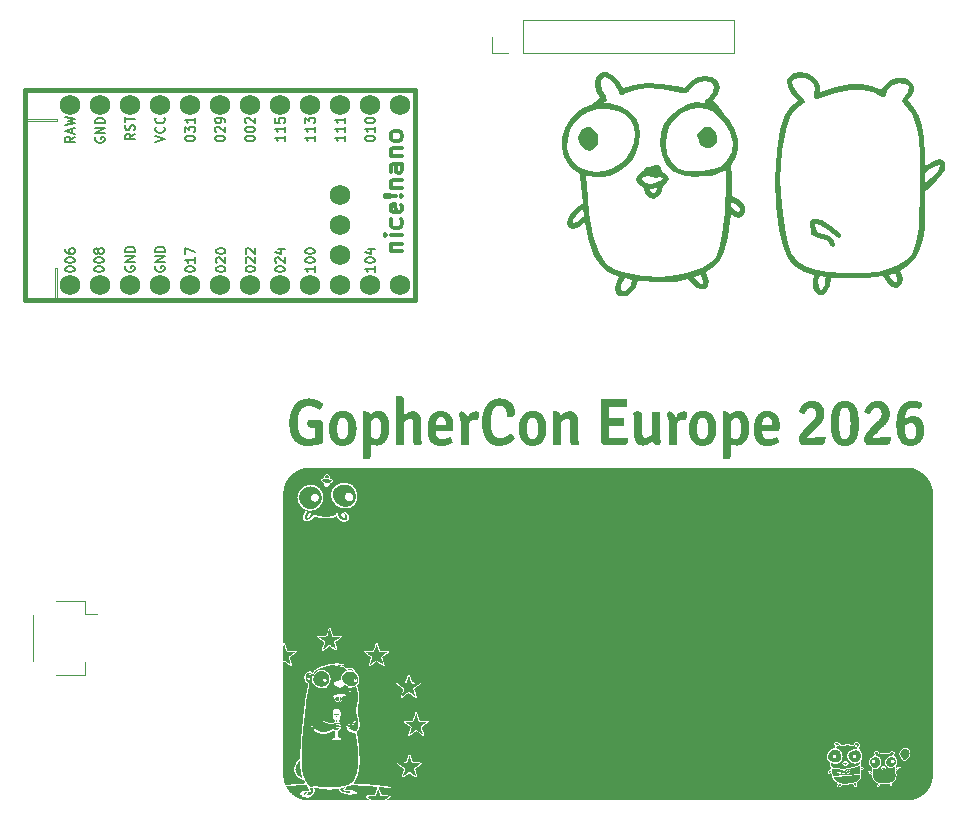
<source format=gto>
%TF.GenerationSoftware,KiCad,Pcbnew,9.0.7*%
%TF.CreationDate,2026-03-07T10:30:55+01:00*%
%TF.ProjectId,confnicebadge,636f6e66-6e69-4636-9562-616467652e6b,rev?*%
%TF.SameCoordinates,Original*%
%TF.FileFunction,Legend,Top*%
%TF.FilePolarity,Positive*%
%FSLAX46Y46*%
G04 Gerber Fmt 4.6, Leading zero omitted, Abs format (unit mm)*
G04 Created by KiCad (PCBNEW 9.0.7) date 2026-03-07 10:30:55*
%MOMM*%
%LPD*%
G01*
G04 APERTURE LIST*
%ADD10C,0.000000*%
%ADD11C,0.100000*%
%ADD12C,0.150000*%
%ADD13C,0.300000*%
%ADD14C,0.120000*%
%ADD15C,0.381000*%
%ADD16C,1.752600*%
G04 APERTURE END LIST*
D10*
G36*
X104009040Y-85903927D02*
G01*
X104008978Y-85905192D01*
X104008874Y-85906454D01*
X104008731Y-85907714D01*
X104008546Y-85908971D01*
X104008321Y-85910226D01*
X104008055Y-85911480D01*
X104007750Y-85912734D01*
X104007405Y-85913988D01*
X104007020Y-85915242D01*
X104006595Y-85916498D01*
X104006131Y-85917755D01*
X104005628Y-85919015D01*
X104005087Y-85920278D01*
X104004506Y-85921544D01*
X104003888Y-85922814D01*
X104002037Y-85924742D01*
X104000302Y-85926711D01*
X103998680Y-85928720D01*
X103997175Y-85930769D01*
X103995785Y-85932859D01*
X103994513Y-85934989D01*
X103993358Y-85937159D01*
X103992322Y-85939369D01*
X103991405Y-85941619D01*
X103990608Y-85943908D01*
X103989932Y-85946237D01*
X103989377Y-85948605D01*
X103988944Y-85951013D01*
X103988634Y-85953460D01*
X103988447Y-85955945D01*
X103988385Y-85958470D01*
X103988405Y-85959107D01*
X103988467Y-85959747D01*
X103988570Y-85960390D01*
X103988714Y-85961036D01*
X103988899Y-85961683D01*
X103989124Y-85962332D01*
X103989389Y-85962982D01*
X103989695Y-85963633D01*
X103990040Y-85964283D01*
X103990425Y-85964934D01*
X103990850Y-85965583D01*
X103991314Y-85966232D01*
X103991816Y-85966879D01*
X103992358Y-85967523D01*
X103992938Y-85968165D01*
X103993557Y-85968804D01*
X103973400Y-86009114D01*
X103969503Y-86016707D01*
X103965441Y-86024225D01*
X103961216Y-86031667D01*
X103956829Y-86039034D01*
X103952279Y-86046323D01*
X103947568Y-86053535D01*
X103942697Y-86060668D01*
X103937665Y-86067723D01*
X103932475Y-86074698D01*
X103927126Y-86081594D01*
X103921620Y-86088409D01*
X103915957Y-86095142D01*
X103910138Y-86101794D01*
X103904163Y-86108363D01*
X103898034Y-86114849D01*
X103891751Y-86121251D01*
X103891668Y-86107498D01*
X103891422Y-86094225D01*
X103891014Y-86081431D01*
X103890444Y-86069116D01*
X103889715Y-86057278D01*
X103888828Y-86045916D01*
X103887784Y-86035029D01*
X103886586Y-86024617D01*
X103896009Y-86012813D01*
X103905202Y-86001569D01*
X103914163Y-85990884D01*
X103922892Y-85980758D01*
X103931386Y-85971190D01*
X103939645Y-85962179D01*
X103947668Y-85953726D01*
X103955453Y-85945830D01*
X103963000Y-85938490D01*
X103970308Y-85931707D01*
X103977375Y-85925479D01*
X103984200Y-85919806D01*
X103990782Y-85914688D01*
X103997120Y-85910124D01*
X104003213Y-85906114D01*
X104009060Y-85902657D01*
X104009040Y-85903927D01*
G37*
G36*
X82017264Y-55725542D02*
G01*
X82044258Y-55726931D01*
X82070111Y-55729247D01*
X82094821Y-55732488D01*
X82118390Y-55736655D01*
X82140817Y-55741749D01*
X82162102Y-55747768D01*
X82182245Y-55754713D01*
X82201247Y-55762585D01*
X82219106Y-55771383D01*
X82235824Y-55781106D01*
X82251401Y-55791756D01*
X82265835Y-55803332D01*
X82279128Y-55815834D01*
X82291279Y-55829261D01*
X82302288Y-55843615D01*
X82312401Y-55858190D01*
X82321862Y-55873690D01*
X82330669Y-55890116D01*
X82338825Y-55907468D01*
X82346327Y-55925747D01*
X82353177Y-55944951D01*
X82359375Y-55965081D01*
X82364920Y-55986138D01*
X82369813Y-56008120D01*
X82374054Y-56031028D01*
X82377642Y-56054863D01*
X82380577Y-56079623D01*
X82382860Y-56105310D01*
X82384491Y-56131923D01*
X82385470Y-56159461D01*
X82385796Y-56187926D01*
X82385796Y-57503081D01*
X82386693Y-57561642D01*
X82389385Y-57615970D01*
X82393871Y-57666065D01*
X82396787Y-57689524D01*
X82400152Y-57711926D01*
X82403965Y-57733269D01*
X82408226Y-57753553D01*
X82412936Y-57772780D01*
X82418095Y-57790947D01*
X82423702Y-57808057D01*
X82429758Y-57824108D01*
X82436262Y-57839101D01*
X82443215Y-57853036D01*
X82446900Y-57859287D01*
X82450780Y-57865339D01*
X82454853Y-57871193D01*
X82459119Y-57876849D01*
X82463579Y-57882306D01*
X82468233Y-57887565D01*
X82473081Y-57892625D01*
X82478122Y-57897487D01*
X82483357Y-57902150D01*
X82488785Y-57906615D01*
X82494408Y-57910882D01*
X82500223Y-57914950D01*
X82506233Y-57918820D01*
X82512436Y-57922491D01*
X82518833Y-57925963D01*
X82525423Y-57929238D01*
X82532207Y-57932314D01*
X82539185Y-57935191D01*
X82546356Y-57937870D01*
X82553721Y-57940350D01*
X82561279Y-57942633D01*
X82569032Y-57944716D01*
X82576978Y-57946601D01*
X82585117Y-57948288D01*
X82593450Y-57949776D01*
X82601977Y-57951066D01*
X82619611Y-57953051D01*
X82638020Y-57954241D01*
X82657204Y-57954638D01*
X82691640Y-57953624D01*
X82725790Y-57950581D01*
X82759654Y-57945510D01*
X82793234Y-57938410D01*
X82826527Y-57929282D01*
X82859536Y-57918125D01*
X82892258Y-57904940D01*
X82924696Y-57889726D01*
X82956848Y-57872484D01*
X82988714Y-57853214D01*
X83020295Y-57831915D01*
X83051591Y-57808587D01*
X83082602Y-57783231D01*
X83113326Y-57755847D01*
X83143766Y-57726434D01*
X83173920Y-57694993D01*
X83173920Y-55770236D01*
X83188681Y-55766818D01*
X83204257Y-55763621D01*
X83237856Y-55757889D01*
X83274717Y-55753038D01*
X83314840Y-55749069D01*
X83358225Y-55745982D01*
X83404873Y-55743777D01*
X83454782Y-55742454D01*
X83507954Y-55742013D01*
X83562512Y-55742454D01*
X83613971Y-55743777D01*
X83662332Y-55745982D01*
X83707593Y-55749069D01*
X83749755Y-55753038D01*
X83788818Y-55757889D01*
X83824782Y-55763621D01*
X83857647Y-55770236D01*
X83857647Y-57774016D01*
X83858218Y-57814872D01*
X83859931Y-57854184D01*
X83862785Y-57891954D01*
X83866781Y-57928179D01*
X83871919Y-57962862D01*
X83878198Y-57996001D01*
X83885620Y-58027597D01*
X83894183Y-58057649D01*
X83903887Y-58086158D01*
X83914734Y-58113123D01*
X83926722Y-58138545D01*
X83939852Y-58162424D01*
X83954123Y-58184759D01*
X83969537Y-58205551D01*
X83986092Y-58224800D01*
X84003788Y-58242505D01*
X84000364Y-58255227D01*
X83996613Y-58267993D01*
X83992535Y-58280803D01*
X83988132Y-58293658D01*
X83983402Y-58306556D01*
X83978346Y-58319499D01*
X83972963Y-58332485D01*
X83967255Y-58345516D01*
X83961220Y-58358591D01*
X83954859Y-58371709D01*
X83941158Y-58398079D01*
X83926153Y-58424625D01*
X83909844Y-58451348D01*
X83901974Y-58464555D01*
X83894024Y-58477365D01*
X83885991Y-58489778D01*
X83877877Y-58501795D01*
X83869681Y-58513414D01*
X83861404Y-58524637D01*
X83853045Y-58535463D01*
X83844604Y-58545892D01*
X83836082Y-58555924D01*
X83827478Y-58565559D01*
X83818792Y-58574798D01*
X83810025Y-58583639D01*
X83801176Y-58592084D01*
X83792246Y-58600132D01*
X83783233Y-58607783D01*
X83774140Y-58615037D01*
X83727431Y-58608841D01*
X83682558Y-58600133D01*
X83639519Y-58588910D01*
X83598315Y-58575174D01*
X83558946Y-58558924D01*
X83521412Y-58540161D01*
X83485713Y-58518884D01*
X83451848Y-58495094D01*
X83419819Y-58468790D01*
X83389625Y-58439972D01*
X83361265Y-58408641D01*
X83334740Y-58374796D01*
X83310051Y-58338437D01*
X83287196Y-58299565D01*
X83266176Y-58258179D01*
X83246991Y-58214280D01*
X83196653Y-58263493D01*
X83146111Y-58309530D01*
X83095365Y-58352393D01*
X83044416Y-58392081D01*
X82993262Y-58428594D01*
X82941905Y-58461931D01*
X82890344Y-58492094D01*
X82838579Y-58519082D01*
X82786610Y-58542894D01*
X82734437Y-58563532D01*
X82682061Y-58580995D01*
X82629480Y-58595282D01*
X82576696Y-58606395D01*
X82523707Y-58614332D01*
X82470515Y-58619095D01*
X82417118Y-58620682D01*
X82374060Y-58619646D01*
X82332306Y-58616537D01*
X82291857Y-58611356D01*
X82252713Y-58604102D01*
X82214873Y-58594775D01*
X82178338Y-58583376D01*
X82143108Y-58569904D01*
X82109182Y-58554360D01*
X82076561Y-58536743D01*
X82045245Y-58517053D01*
X82015234Y-58495291D01*
X81986528Y-58471457D01*
X81959126Y-58445550D01*
X81933030Y-58417570D01*
X81908238Y-58387518D01*
X81884751Y-58355393D01*
X81862630Y-58321571D01*
X81841937Y-58286425D01*
X81822671Y-58249957D01*
X81804832Y-58212166D01*
X81788420Y-58173051D01*
X81773435Y-58132614D01*
X81759877Y-58090855D01*
X81747746Y-58047772D01*
X81737042Y-58003366D01*
X81727766Y-57957637D01*
X81719916Y-57910586D01*
X81713494Y-57862211D01*
X81708499Y-57812514D01*
X81704931Y-57761493D01*
X81702790Y-57709150D01*
X81702076Y-57655484D01*
X81702069Y-57655482D01*
X81702069Y-56419346D01*
X81701640Y-56376242D01*
X81700356Y-56334416D01*
X81698215Y-56293868D01*
X81695218Y-56254600D01*
X81691365Y-56216610D01*
X81686655Y-56179899D01*
X81681089Y-56144467D01*
X81674666Y-56110314D01*
X81667388Y-56077440D01*
X81659253Y-56045844D01*
X81650261Y-56015528D01*
X81640414Y-55986490D01*
X81629710Y-55958731D01*
X81618150Y-55932250D01*
X81605734Y-55907049D01*
X81592461Y-55883126D01*
X81614195Y-55863988D01*
X81636336Y-55846084D01*
X81658885Y-55829415D01*
X81681842Y-55813981D01*
X81705207Y-55799781D01*
X81728979Y-55786817D01*
X81753159Y-55775086D01*
X81777747Y-55764591D01*
X81802743Y-55755331D01*
X81828146Y-55747305D01*
X81853957Y-55740514D01*
X81880176Y-55734957D01*
X81906802Y-55730636D01*
X81933837Y-55727549D01*
X81961279Y-55725697D01*
X81989128Y-55725079D01*
X82017264Y-55725542D01*
G37*
G36*
X54216727Y-54637319D02*
G01*
X54298952Y-54642081D01*
X54380320Y-54650019D01*
X54460832Y-54661132D01*
X54540488Y-54675419D01*
X54619287Y-54692882D01*
X54697230Y-54713519D01*
X54774317Y-54737332D01*
X54850547Y-54764319D01*
X54925922Y-54794482D01*
X55000440Y-54827820D01*
X55074102Y-54864332D01*
X55146907Y-54904020D01*
X55218856Y-54946882D01*
X55289949Y-54992920D01*
X55360186Y-55042132D01*
X55357903Y-55062571D01*
X55354968Y-55082966D01*
X55351380Y-55103317D01*
X55347140Y-55123624D01*
X55342247Y-55143887D01*
X55336702Y-55164106D01*
X55330504Y-55184280D01*
X55323654Y-55204411D01*
X55316151Y-55224497D01*
X55307996Y-55244539D01*
X55299188Y-55264537D01*
X55289728Y-55284491D01*
X55279615Y-55304401D01*
X55268850Y-55324267D01*
X55257432Y-55344088D01*
X55245362Y-55363866D01*
X55233536Y-55382629D01*
X55221548Y-55400819D01*
X55209397Y-55418436D01*
X55197082Y-55435480D01*
X55184605Y-55451950D01*
X55171964Y-55467847D01*
X55159161Y-55483171D01*
X55146194Y-55497922D01*
X55133064Y-55512099D01*
X55119771Y-55525703D01*
X55106315Y-55538734D01*
X55092696Y-55551191D01*
X55078914Y-55563075D01*
X55064969Y-55574386D01*
X55050861Y-55585124D01*
X55036589Y-55595288D01*
X54984233Y-55556328D01*
X54931550Y-55519882D01*
X54878541Y-55485949D01*
X54825206Y-55454530D01*
X54771545Y-55425624D01*
X54717558Y-55399232D01*
X54663244Y-55375353D01*
X54608604Y-55353988D01*
X54553638Y-55335136D01*
X54498346Y-55318798D01*
X54442728Y-55304974D01*
X54386783Y-55293663D01*
X54330512Y-55284865D01*
X54273915Y-55278582D01*
X54216992Y-55274811D01*
X54159743Y-55273555D01*
X54101943Y-55274905D01*
X54045978Y-55278956D01*
X53991847Y-55285709D01*
X53939552Y-55295162D01*
X53889092Y-55307316D01*
X53840467Y-55322172D01*
X53793676Y-55339728D01*
X53748721Y-55359985D01*
X53705600Y-55382943D01*
X53664314Y-55408602D01*
X53624864Y-55436962D01*
X53587248Y-55468023D01*
X53551467Y-55501785D01*
X53517521Y-55538248D01*
X53485410Y-55577411D01*
X53455134Y-55619276D01*
X53426693Y-55663842D01*
X53400086Y-55711109D01*
X53375315Y-55761076D01*
X53352379Y-55813745D01*
X53331277Y-55869114D01*
X53312010Y-55927185D01*
X53294579Y-55987956D01*
X53278982Y-56051428D01*
X53265220Y-56117602D01*
X53253293Y-56186476D01*
X53243201Y-56258051D01*
X53234944Y-56332327D01*
X53228522Y-56409304D01*
X53223935Y-56488982D01*
X53221182Y-56571361D01*
X53220265Y-56656441D01*
X53223914Y-56823901D01*
X53234863Y-56980556D01*
X53253110Y-57126408D01*
X53278656Y-57261456D01*
X53311501Y-57385700D01*
X53351645Y-57499140D01*
X53374454Y-57551809D01*
X53399088Y-57601777D01*
X53425546Y-57649043D01*
X53453830Y-57693609D01*
X53483938Y-57735474D01*
X53515870Y-57774638D01*
X53549628Y-57811101D01*
X53585210Y-57844863D01*
X53622616Y-57875924D01*
X53661848Y-57904284D01*
X53702904Y-57929943D01*
X53745785Y-57952901D01*
X53790491Y-57973159D01*
X53837021Y-57990715D01*
X53885376Y-58005570D01*
X53935556Y-58017724D01*
X53987561Y-58027178D01*
X54041390Y-58033930D01*
X54097044Y-58037982D01*
X54154522Y-58039332D01*
X54225962Y-58038274D01*
X54296749Y-58035099D01*
X54366884Y-58029807D01*
X54436366Y-58022399D01*
X54505196Y-58012874D01*
X54573373Y-58001233D01*
X54640898Y-57987475D01*
X54707770Y-57971600D01*
X54707770Y-57469247D01*
X54707770Y-57254758D01*
X54710370Y-57208896D01*
X54712977Y-57167268D01*
X54715592Y-57129873D01*
X54718214Y-57096711D01*
X54363299Y-57096711D01*
X54340872Y-57096402D01*
X54319261Y-57095476D01*
X54298465Y-57093933D01*
X54278485Y-57091772D01*
X54259320Y-57088994D01*
X54240971Y-57085598D01*
X54223438Y-57081585D01*
X54206720Y-57076955D01*
X54190817Y-57071707D01*
X54175730Y-57065842D01*
X54161459Y-57059360D01*
X54148003Y-57052260D01*
X54135363Y-57044542D01*
X54123538Y-57036207D01*
X54112529Y-57027255D01*
X54102335Y-57017686D01*
X54093486Y-57007433D01*
X54085208Y-56996430D01*
X54077501Y-56984678D01*
X54070365Y-56972176D01*
X54063799Y-56958925D01*
X54057805Y-56944924D01*
X54052382Y-56930173D01*
X54047529Y-56914673D01*
X54043247Y-56898423D01*
X54039537Y-56881424D01*
X54036397Y-56863675D01*
X54033828Y-56845176D01*
X54031830Y-56825928D01*
X54030403Y-56805930D01*
X54029546Y-56785183D01*
X54029261Y-56763686D01*
X54029465Y-56745298D01*
X54030077Y-56726821D01*
X54031096Y-56708256D01*
X54032523Y-56689603D01*
X54036601Y-56652032D01*
X54042310Y-56614108D01*
X54049650Y-56575832D01*
X54058622Y-56537202D01*
X54069224Y-56498220D01*
X54081458Y-56458886D01*
X54081456Y-56458859D01*
X54890448Y-56453244D01*
X54919990Y-56453712D01*
X54948594Y-56455118D01*
X54976261Y-56457461D01*
X55002990Y-56460740D01*
X55028780Y-56464957D01*
X55053633Y-56470111D01*
X55077548Y-56476202D01*
X55100526Y-56483230D01*
X55122565Y-56491195D01*
X55143667Y-56500097D01*
X55163830Y-56509936D01*
X55183056Y-56520713D01*
X55201344Y-56532426D01*
X55218695Y-56545076D01*
X55235107Y-56558664D01*
X55250582Y-56573188D01*
X55265118Y-56588650D01*
X55278717Y-56605048D01*
X55291378Y-56622384D01*
X55303101Y-56640657D01*
X55313887Y-56659867D01*
X55323734Y-56680014D01*
X55332644Y-56701098D01*
X55340615Y-56723119D01*
X55347649Y-56746077D01*
X55353745Y-56769972D01*
X55358904Y-56794805D01*
X55363124Y-56820574D01*
X55366406Y-56847280D01*
X55368751Y-56874924D01*
X55370158Y-56903505D01*
X55370627Y-56933022D01*
X55370627Y-58411866D01*
X55292520Y-58440573D01*
X55213476Y-58467428D01*
X55133494Y-58492432D01*
X55052574Y-58515583D01*
X54970717Y-58536882D01*
X54887921Y-58556328D01*
X54804188Y-58573923D01*
X54719516Y-58589666D01*
X54633907Y-58603556D01*
X54547360Y-58615595D01*
X54459875Y-58625781D01*
X54371453Y-58634116D01*
X54282092Y-58640598D01*
X54191794Y-58645228D01*
X54100557Y-58648006D01*
X54008383Y-58648932D01*
X53961756Y-58648381D01*
X53915822Y-58646727D01*
X53870581Y-58643971D01*
X53826034Y-58640113D01*
X53782179Y-58635152D01*
X53739018Y-58629088D01*
X53696550Y-58621923D01*
X53654775Y-58613655D01*
X53613693Y-58604284D01*
X53573305Y-58593811D01*
X53533609Y-58582236D01*
X53494607Y-58569558D01*
X53456298Y-58555778D01*
X53418682Y-58540895D01*
X53381759Y-58524910D01*
X53345530Y-58507823D01*
X53310666Y-58489721D01*
X53276537Y-58470693D01*
X53243141Y-58450739D01*
X53210480Y-58429859D01*
X53178552Y-58408053D01*
X53147358Y-58385320D01*
X53116899Y-58361662D01*
X53087173Y-58337078D01*
X53058182Y-58311568D01*
X53029924Y-58285131D01*
X53002401Y-58257769D01*
X52975611Y-58229480D01*
X52949555Y-58200266D01*
X52924234Y-58170125D01*
X52899646Y-58139059D01*
X52875792Y-58107066D01*
X52852672Y-58074191D01*
X52830286Y-58040479D01*
X52808633Y-58005929D01*
X52787715Y-57970541D01*
X52767531Y-57934316D01*
X52748081Y-57897252D01*
X52729365Y-57859351D01*
X52711383Y-57820611D01*
X52694135Y-57781034D01*
X52677620Y-57740619D01*
X52661840Y-57699366D01*
X52646794Y-57657276D01*
X52632482Y-57614347D01*
X52618903Y-57570581D01*
X52606059Y-57525976D01*
X52593949Y-57480534D01*
X52571929Y-57387577D01*
X52552845Y-57292151D01*
X52536698Y-57194255D01*
X52523486Y-57093890D01*
X52513210Y-56991055D01*
X52505870Y-56885751D01*
X52501466Y-56777978D01*
X52499998Y-56667735D01*
X52502119Y-56540029D01*
X52508480Y-56416556D01*
X52519082Y-56297317D01*
X52533925Y-56182311D01*
X52553009Y-56071538D01*
X52576333Y-55964999D01*
X52589585Y-55913317D01*
X52603897Y-55862693D01*
X52619270Y-55813128D01*
X52635703Y-55764620D01*
X52653012Y-55717172D01*
X52671014Y-55670782D01*
X52689710Y-55625450D01*
X52709099Y-55581177D01*
X52729181Y-55537962D01*
X52749956Y-55495805D01*
X52771425Y-55454706D01*
X52793586Y-55414666D01*
X52816441Y-55375684D01*
X52839989Y-55337760D01*
X52864231Y-55300895D01*
X52889165Y-55265088D01*
X52914793Y-55230339D01*
X52941114Y-55196649D01*
X52968128Y-55164017D01*
X52995835Y-55132443D01*
X53024154Y-55101222D01*
X53053003Y-55071060D01*
X53082382Y-55041956D01*
X53112292Y-55013910D01*
X53142731Y-54986923D01*
X53173700Y-54960994D01*
X53205200Y-54936123D01*
X53237229Y-54912310D01*
X53269789Y-54889556D01*
X53302878Y-54867860D01*
X53336498Y-54847223D01*
X53370648Y-54827643D01*
X53405327Y-54809122D01*
X53440537Y-54791660D01*
X53476277Y-54775255D01*
X53512547Y-54759909D01*
X53549836Y-54744872D01*
X53587330Y-54730805D01*
X53625027Y-54717708D01*
X53662928Y-54705581D01*
X53701033Y-54694424D01*
X53739342Y-54684238D01*
X53777855Y-54675022D01*
X53816572Y-54666775D01*
X53855493Y-54659499D01*
X53894617Y-54653194D01*
X53933946Y-54647858D01*
X53973478Y-54643492D01*
X54013214Y-54640097D01*
X54053154Y-54637672D01*
X54093298Y-54636216D01*
X54133646Y-54635731D01*
X54216727Y-54637319D01*
G37*
G36*
X70347773Y-54631470D02*
G01*
X70421822Y-54635703D01*
X70493914Y-54642758D01*
X70564048Y-54652635D01*
X70598381Y-54658632D01*
X70632225Y-54665335D01*
X70665580Y-54672743D01*
X70698445Y-54680856D01*
X70730821Y-54689676D01*
X70762708Y-54699200D01*
X70794105Y-54709430D01*
X70825013Y-54720366D01*
X70856023Y-54731919D01*
X70886421Y-54744002D01*
X70916208Y-54756613D01*
X70945383Y-54769754D01*
X70973946Y-54783423D01*
X71001898Y-54797622D01*
X71029238Y-54812351D01*
X71055967Y-54827608D01*
X71082084Y-54843395D01*
X71107589Y-54859711D01*
X71132482Y-54876556D01*
X71156764Y-54893930D01*
X71180435Y-54911834D01*
X71203493Y-54930267D01*
X71225941Y-54949229D01*
X71247776Y-54968720D01*
X71269000Y-54987991D01*
X71289613Y-55007702D01*
X71309613Y-55027855D01*
X71329002Y-55048448D01*
X71347780Y-55069483D01*
X71365945Y-55090958D01*
X71383499Y-55112875D01*
X71400442Y-55135232D01*
X71416772Y-55158030D01*
X71432491Y-55181270D01*
X71447599Y-55204950D01*
X71462095Y-55229071D01*
X71475979Y-55253633D01*
X71489251Y-55278637D01*
X71501913Y-55304081D01*
X71513962Y-55329966D01*
X71525338Y-55355499D01*
X71535980Y-55381296D01*
X71545889Y-55407357D01*
X71555063Y-55433683D01*
X71563503Y-55460274D01*
X71571210Y-55487129D01*
X71578182Y-55514249D01*
X71584421Y-55541633D01*
X71589925Y-55569282D01*
X71594696Y-55597196D01*
X71598732Y-55625374D01*
X71602035Y-55653816D01*
X71604604Y-55682523D01*
X71606439Y-55711495D01*
X71607540Y-55740731D01*
X71607907Y-55770232D01*
X71606357Y-55821495D01*
X71604420Y-55845887D01*
X71601709Y-55869451D01*
X71598223Y-55892189D01*
X71593961Y-55914100D01*
X71588926Y-55935184D01*
X71583115Y-55955441D01*
X71576530Y-55974872D01*
X71569170Y-55993475D01*
X71561035Y-56011252D01*
X71552126Y-56028202D01*
X71542441Y-56044325D01*
X71531982Y-56059621D01*
X71520749Y-56074091D01*
X71508740Y-56087733D01*
X71495957Y-56100549D01*
X71482399Y-56112538D01*
X71468066Y-56123700D01*
X71452959Y-56134035D01*
X71437077Y-56143544D01*
X71420420Y-56152225D01*
X71402988Y-56160080D01*
X71384782Y-56167108D01*
X71365801Y-56173309D01*
X71346045Y-56178683D01*
X71325514Y-56183231D01*
X71304209Y-56186952D01*
X71282128Y-56189845D01*
X71259273Y-56191912D01*
X71235644Y-56193153D01*
X71211239Y-56193566D01*
X71196722Y-56193478D01*
X71181879Y-56193215D01*
X71166710Y-56192777D01*
X71151215Y-56192162D01*
X71119247Y-56190408D01*
X71085976Y-56187951D01*
X71068769Y-56184951D01*
X71051073Y-56181599D01*
X71032887Y-56177894D01*
X71014212Y-56173836D01*
X70995047Y-56169426D01*
X70975392Y-56164663D01*
X70955249Y-56159548D01*
X70934616Y-56154080D01*
X70934624Y-56154059D01*
X70934624Y-56097613D01*
X70934053Y-56051575D01*
X70932340Y-56006596D01*
X70929486Y-55962675D01*
X70925490Y-55919812D01*
X70920352Y-55878008D01*
X70914073Y-55837262D01*
X70906652Y-55797575D01*
X70898091Y-55758946D01*
X70893361Y-55739367D01*
X70888306Y-55720141D01*
X70882924Y-55701267D01*
X70877215Y-55682747D01*
X70871181Y-55664579D01*
X70864820Y-55646764D01*
X70858132Y-55629301D01*
X70851119Y-55612191D01*
X70843779Y-55595434D01*
X70836113Y-55579030D01*
X70828121Y-55562979D01*
X70819802Y-55547280D01*
X70811157Y-55531934D01*
X70802186Y-55516941D01*
X70792888Y-55502301D01*
X70783265Y-55488013D01*
X70773294Y-55473417D01*
X70762957Y-55459262D01*
X70752253Y-55445548D01*
X70741182Y-55432275D01*
X70729745Y-55419442D01*
X70717940Y-55407051D01*
X70705768Y-55395101D01*
X70693230Y-55383591D01*
X70680325Y-55372523D01*
X70667052Y-55361896D01*
X70653413Y-55351709D01*
X70639407Y-55341963D01*
X70625034Y-55332659D01*
X70610294Y-55323795D01*
X70595186Y-55315373D01*
X70579712Y-55307391D01*
X70564502Y-55299189D01*
X70548885Y-55291516D01*
X70532859Y-55284373D01*
X70516426Y-55277758D01*
X70499586Y-55271673D01*
X70482337Y-55266117D01*
X70464681Y-55261091D01*
X70446617Y-55256593D01*
X70428146Y-55252624D01*
X70409267Y-55249185D01*
X70389980Y-55246275D01*
X70370285Y-55243894D01*
X70350183Y-55242042D01*
X70329673Y-55240719D01*
X70308756Y-55239925D01*
X70287430Y-55239661D01*
X70240620Y-55241116D01*
X70195440Y-55245482D01*
X70151891Y-55252758D01*
X70109974Y-55262944D01*
X70069687Y-55276041D01*
X70031032Y-55292048D01*
X69994007Y-55310965D01*
X69958613Y-55332793D01*
X69924851Y-55357532D01*
X69892719Y-55385181D01*
X69862218Y-55415740D01*
X69833349Y-55449210D01*
X69806110Y-55485590D01*
X69780503Y-55524880D01*
X69756526Y-55567081D01*
X69734181Y-55612193D01*
X69713324Y-55659553D01*
X69693812Y-55709912D01*
X69675647Y-55763270D01*
X69658826Y-55819626D01*
X69643352Y-55878981D01*
X69629223Y-55941335D01*
X69616440Y-56006687D01*
X69605002Y-56075038D01*
X69594910Y-56146387D01*
X69586164Y-56220735D01*
X69578763Y-56298082D01*
X69572708Y-56378427D01*
X69567999Y-56461771D01*
X69564635Y-56548113D01*
X69562616Y-56637454D01*
X69561943Y-56729794D01*
X69562759Y-56803547D01*
X69565205Y-56875226D01*
X69569283Y-56944834D01*
X69574991Y-57012368D01*
X69582331Y-57077831D01*
X69591301Y-57141220D01*
X69601903Y-57202538D01*
X69614136Y-57261782D01*
X69627999Y-57318954D01*
X69643494Y-57374054D01*
X69660620Y-57427080D01*
X69679377Y-57478035D01*
X69699766Y-57526916D01*
X69721785Y-57573726D01*
X69745436Y-57618462D01*
X69770718Y-57661126D01*
X69798058Y-57700769D01*
X69826580Y-57737855D01*
X69856285Y-57772383D01*
X69887173Y-57804354D01*
X69919243Y-57833767D01*
X69935722Y-57847514D01*
X69952496Y-57860622D01*
X69969566Y-57873090D01*
X69986931Y-57884919D01*
X70004592Y-57896109D01*
X70022549Y-57906659D01*
X70040801Y-57916570D01*
X70059349Y-57925841D01*
X70078193Y-57934473D01*
X70097332Y-57942466D01*
X70116767Y-57949819D01*
X70136497Y-57956533D01*
X70156524Y-57962607D01*
X70176845Y-57968042D01*
X70197462Y-57972838D01*
X70218375Y-57976994D01*
X70239584Y-57980511D01*
X70261088Y-57983388D01*
X70304983Y-57987224D01*
X70350060Y-57988503D01*
X70374322Y-57988128D01*
X70398829Y-57987004D01*
X70423580Y-57985130D01*
X70448576Y-57982506D01*
X70473816Y-57979133D01*
X70499301Y-57975010D01*
X70525031Y-57970138D01*
X70551005Y-57964516D01*
X70577224Y-57958144D01*
X70603688Y-57951022D01*
X70630396Y-57943151D01*
X70657349Y-57934530D01*
X70684547Y-57925160D01*
X70711990Y-57915040D01*
X70739677Y-57904170D01*
X70767609Y-57892550D01*
X70796437Y-57879409D01*
X70825511Y-57865386D01*
X70854828Y-57850480D01*
X70884391Y-57834693D01*
X70914198Y-57818025D01*
X70944250Y-57800474D01*
X71005088Y-57762727D01*
X71066904Y-57721452D01*
X71129699Y-57676650D01*
X71193473Y-57628320D01*
X71258225Y-57576462D01*
X71271885Y-57586583D01*
X71285463Y-57597189D01*
X71298960Y-57608279D01*
X71312375Y-57619855D01*
X71325708Y-57631916D01*
X71338960Y-57644462D01*
X71352131Y-57657493D01*
X71365219Y-57671009D01*
X71378227Y-57685009D01*
X71391153Y-57699495D01*
X71403997Y-57714466D01*
X71416759Y-57729922D01*
X71429441Y-57745863D01*
X71442040Y-57762289D01*
X71454559Y-57779200D01*
X71466996Y-57796595D01*
X71479106Y-57814190D01*
X71490646Y-57831697D01*
X71501615Y-57849115D01*
X71512012Y-57866445D01*
X71521839Y-57883687D01*
X71531095Y-57900841D01*
X71539781Y-57917907D01*
X71547895Y-57934884D01*
X71555438Y-57951773D01*
X71562411Y-57968574D01*
X71568813Y-57985287D01*
X71574643Y-58001912D01*
X71579903Y-58018448D01*
X71584593Y-58034897D01*
X71588711Y-58051257D01*
X71592259Y-58067528D01*
X71562899Y-58098309D01*
X71532235Y-58128560D01*
X71500267Y-58158281D01*
X71466994Y-58187474D01*
X71432416Y-58216137D01*
X71396534Y-58244271D01*
X71359347Y-58271876D01*
X71320855Y-58298951D01*
X71282606Y-58323998D01*
X71243542Y-58348340D01*
X71203663Y-58371976D01*
X71162969Y-58394907D01*
X71121459Y-58417132D01*
X71079134Y-58438651D01*
X71035994Y-58459465D01*
X70992039Y-58479573D01*
X70947430Y-58498800D01*
X70902332Y-58516969D01*
X70856744Y-58534079D01*
X70810667Y-58550131D01*
X70764101Y-58565123D01*
X70717046Y-58579058D01*
X70669502Y-58591934D01*
X70621468Y-58603751D01*
X70573188Y-58614334D01*
X70524909Y-58623506D01*
X70476630Y-58631267D01*
X70428351Y-58637617D01*
X70380072Y-58642556D01*
X70331793Y-58646083D01*
X70283513Y-58648200D01*
X70235234Y-58648905D01*
X70187424Y-58648288D01*
X70140553Y-58646436D01*
X70094619Y-58643349D01*
X70049623Y-58639027D01*
X70005564Y-58633471D01*
X69962444Y-58626680D01*
X69920261Y-58618654D01*
X69879016Y-58609394D01*
X69838709Y-58598899D01*
X69799340Y-58587169D01*
X69760908Y-58574204D01*
X69723415Y-58560005D01*
X69686859Y-58544571D01*
X69651240Y-58527902D01*
X69616560Y-58509999D01*
X69582817Y-58490861D01*
X69549911Y-58469980D01*
X69517739Y-58448262D01*
X69486301Y-58425707D01*
X69455597Y-58402313D01*
X69425627Y-58378082D01*
X69396391Y-58353012D01*
X69367888Y-58327105D01*
X69340120Y-58300360D01*
X69313085Y-58272778D01*
X69286785Y-58244357D01*
X69261218Y-58215099D01*
X69236385Y-58185002D01*
X69212287Y-58154068D01*
X69188922Y-58122296D01*
X69166291Y-58089687D01*
X69144394Y-58056239D01*
X69123864Y-58021336D01*
X69104027Y-57985771D01*
X69084883Y-57949545D01*
X69066432Y-57912658D01*
X69048674Y-57875109D01*
X69031610Y-57836899D01*
X69015239Y-57798027D01*
X68999560Y-57758494D01*
X68984575Y-57718299D01*
X68970283Y-57677443D01*
X68956684Y-57635925D01*
X68943778Y-57593746D01*
X68931566Y-57550906D01*
X68920046Y-57507404D01*
X68909220Y-57463241D01*
X68899086Y-57418416D01*
X68881960Y-57327487D01*
X68867118Y-57235324D01*
X68854559Y-57141926D01*
X68844283Y-57047294D01*
X68836291Y-56951427D01*
X68830583Y-56854325D01*
X68827158Y-56755988D01*
X68826016Y-56656417D01*
X68827810Y-56531445D01*
X68833192Y-56410530D01*
X68842163Y-56293673D01*
X68854721Y-56180872D01*
X68870869Y-56072128D01*
X68890605Y-55967442D01*
X68913929Y-55866812D01*
X68940842Y-55770240D01*
X68970773Y-55676400D01*
X68986655Y-55631067D01*
X69003149Y-55586794D01*
X69020254Y-55543578D01*
X69037972Y-55501421D01*
X69056300Y-55460322D01*
X69075240Y-55420282D01*
X69094792Y-55381300D01*
X69114956Y-55343376D01*
X69135731Y-55306511D01*
X69157118Y-55270704D01*
X69179117Y-55235956D01*
X69201727Y-55202265D01*
X69224950Y-55169634D01*
X69248783Y-55138060D01*
X69273820Y-55106818D01*
X69299345Y-55076589D01*
X69325360Y-55047375D01*
X69351864Y-55019174D01*
X69378857Y-54991988D01*
X69406340Y-54965817D01*
X69434312Y-54940659D01*
X69462774Y-54916516D01*
X69491724Y-54893387D01*
X69521164Y-54871272D01*
X69551094Y-54850171D01*
X69581513Y-54830084D01*
X69612421Y-54811012D01*
X69643818Y-54792954D01*
X69675705Y-54775910D01*
X69708081Y-54759881D01*
X69741477Y-54744160D01*
X69775117Y-54729454D01*
X69809002Y-54715762D01*
X69843132Y-54703084D01*
X69877506Y-54691420D01*
X69912125Y-54680771D01*
X69946988Y-54671135D01*
X69982096Y-54662514D01*
X70017449Y-54654908D01*
X70053046Y-54648315D01*
X70088888Y-54642737D01*
X70124974Y-54638173D01*
X70161305Y-54634623D01*
X70197881Y-54632087D01*
X70234702Y-54630566D01*
X70271767Y-54630059D01*
X70347773Y-54631470D01*
G37*
G36*
X53716004Y-87971268D02*
G01*
X53716439Y-87971404D01*
X53716578Y-87971504D01*
X53716665Y-87971625D01*
X53716701Y-87971768D01*
X53716685Y-87971932D01*
X53716501Y-87972326D01*
X53716116Y-87972808D01*
X53715533Y-87973379D01*
X53714756Y-87974040D01*
X53713786Y-87974791D01*
X53711283Y-87976570D01*
X53708047Y-87978724D01*
X53704100Y-87981259D01*
X53699467Y-87984185D01*
X53691776Y-87989339D01*
X53682189Y-87996287D01*
X53671084Y-88004724D01*
X53658835Y-88014346D01*
X53645820Y-88024849D01*
X53632413Y-88035928D01*
X53618992Y-88047280D01*
X53605933Y-88058598D01*
X53591288Y-88071218D01*
X53578083Y-88082110D01*
X53566369Y-88091278D01*
X53556195Y-88098726D01*
X53547611Y-88104459D01*
X53543931Y-88106683D01*
X53540666Y-88108480D01*
X53537824Y-88109850D01*
X53535411Y-88110795D01*
X53533433Y-88111313D01*
X53531895Y-88111406D01*
X53530805Y-88111075D01*
X53530429Y-88110750D01*
X53530168Y-88110319D01*
X53529990Y-88109140D01*
X53530279Y-88107537D01*
X53531040Y-88105512D01*
X53532279Y-88103065D01*
X53534002Y-88100197D01*
X53536217Y-88096908D01*
X53542142Y-88089068D01*
X53550106Y-88079551D01*
X53560156Y-88068360D01*
X53572344Y-88055501D01*
X53578313Y-88049532D01*
X53584636Y-88043562D01*
X53591258Y-88037627D01*
X53598126Y-88031768D01*
X53605184Y-88026020D01*
X53612379Y-88020423D01*
X53619655Y-88015014D01*
X53626959Y-88009832D01*
X53634235Y-88004914D01*
X53641430Y-88000299D01*
X53648488Y-87996023D01*
X53655356Y-87992127D01*
X53661979Y-87988646D01*
X53668302Y-87985620D01*
X53674271Y-87983087D01*
X53679831Y-87981084D01*
X53687402Y-87978652D01*
X53694093Y-87976557D01*
X53699907Y-87974802D01*
X53704850Y-87973391D01*
X53706996Y-87972815D01*
X53708926Y-87972328D01*
X53710640Y-87971928D01*
X53712140Y-87971617D01*
X53713426Y-87971395D01*
X53714498Y-87971262D01*
X53715357Y-87971220D01*
X53716004Y-87971268D01*
G37*
G36*
X52070000Y-75438000D02*
G01*
X52071659Y-75438698D01*
X52075042Y-75441262D01*
X52078541Y-75445398D01*
X52082193Y-75451125D01*
X52086031Y-75458463D01*
X52094410Y-75478044D01*
X52103960Y-75504292D01*
X52114964Y-75537360D01*
X52127702Y-75577399D01*
X52159510Y-75678994D01*
X52248909Y-75961148D01*
X52264743Y-76007477D01*
X52272758Y-76026218D01*
X52281652Y-76042249D01*
X52292034Y-76055751D01*
X52297974Y-76061610D01*
X52304515Y-76066904D01*
X52311732Y-76071656D01*
X52319703Y-76075887D01*
X52338209Y-76082881D01*
X52360642Y-76088064D01*
X52387613Y-76091618D01*
X52419730Y-76093722D01*
X52457603Y-76094556D01*
X52501843Y-76094299D01*
X52553059Y-76093132D01*
X52678858Y-76088788D01*
X52805389Y-76084592D01*
X52860762Y-76083154D01*
X52909081Y-76082192D01*
X52949002Y-76081731D01*
X52979181Y-76081798D01*
X52998274Y-76082418D01*
X53003243Y-76082944D01*
X53004510Y-76083263D01*
X53004937Y-76083619D01*
X52999300Y-76089124D01*
X52983148Y-76102093D01*
X52923837Y-76147038D01*
X52836088Y-76211692D01*
X52728983Y-76289292D01*
X52640288Y-76353267D01*
X52604140Y-76379618D01*
X52572967Y-76402670D01*
X52546402Y-76422766D01*
X52534733Y-76431814D01*
X52524077Y-76440252D01*
X52514390Y-76448123D01*
X52505624Y-76455470D01*
X52497734Y-76462336D01*
X52490674Y-76468765D01*
X52484397Y-76474799D01*
X52478859Y-76480481D01*
X52474012Y-76485854D01*
X52469812Y-76490961D01*
X52466211Y-76495845D01*
X52463164Y-76500549D01*
X52460625Y-76505117D01*
X52458547Y-76509590D01*
X52456886Y-76514013D01*
X52455594Y-76518428D01*
X52454626Y-76522878D01*
X52453935Y-76527406D01*
X52453477Y-76532055D01*
X52453204Y-76536868D01*
X52453032Y-76547158D01*
X52453157Y-76553604D01*
X52453538Y-76560627D01*
X52455017Y-76576137D01*
X52457361Y-76593141D01*
X52460465Y-76611095D01*
X52464223Y-76629455D01*
X52468527Y-76647674D01*
X52473273Y-76665210D01*
X52478354Y-76681515D01*
X52528522Y-76832909D01*
X52580237Y-76992163D01*
X52620671Y-77119343D01*
X52632650Y-77158425D01*
X52636999Y-77174512D01*
X52636852Y-77174840D01*
X52636416Y-77174945D01*
X52634704Y-77174511D01*
X52631920Y-77173246D01*
X52628122Y-77171191D01*
X52617713Y-77164864D01*
X52603938Y-77155843D01*
X52587254Y-77144440D01*
X52568121Y-77130968D01*
X52546999Y-77115737D01*
X52524346Y-77099061D01*
X52391236Y-77000437D01*
X52335854Y-76959767D01*
X52287223Y-76924425D01*
X52244822Y-76894085D01*
X52208127Y-76868420D01*
X52191757Y-76857239D01*
X52176617Y-76847105D01*
X52162643Y-76837977D01*
X52149769Y-76829815D01*
X52137931Y-76822577D01*
X52127061Y-76816223D01*
X52117096Y-76810712D01*
X52107971Y-76806003D01*
X52099619Y-76802057D01*
X52091975Y-76798831D01*
X52084974Y-76796286D01*
X52078552Y-76794380D01*
X52072642Y-76793073D01*
X52067179Y-76792324D01*
X52062098Y-76792093D01*
X52057333Y-76792338D01*
X52052820Y-76793020D01*
X52048494Y-76794096D01*
X52044287Y-76795527D01*
X52040137Y-76797272D01*
X52038971Y-76797918D01*
X52037152Y-76799072D01*
X52031889Y-76802646D01*
X52017174Y-76813050D01*
X52001279Y-76824351D01*
X51994543Y-76829046D01*
X51989495Y-76832413D01*
X51989495Y-75639722D01*
X52003447Y-75595795D01*
X52026675Y-75523590D01*
X52031515Y-75508790D01*
X52036039Y-75495329D01*
X52040281Y-75483228D01*
X52044279Y-75472505D01*
X52048066Y-75463180D01*
X52051678Y-75455273D01*
X52053430Y-75451858D01*
X52055151Y-75448804D01*
X52056846Y-75446114D01*
X52058519Y-75443791D01*
X52060176Y-75441837D01*
X52061819Y-75440254D01*
X52063454Y-75439046D01*
X52065086Y-75438214D01*
X52066717Y-75437761D01*
X52068354Y-75437689D01*
X52070000Y-75438000D01*
G37*
G36*
X54379761Y-87629668D02*
G01*
X54394048Y-87630422D01*
X54409426Y-87631730D01*
X54425959Y-87633593D01*
X54443706Y-87636011D01*
X54462729Y-87638985D01*
X54525774Y-87649323D01*
X54525774Y-87744408D01*
X54524749Y-87781516D01*
X54523467Y-87799570D01*
X54521672Y-87817291D01*
X54519366Y-87834679D01*
X54516547Y-87851733D01*
X54513217Y-87868454D01*
X54509375Y-87884840D01*
X54505022Y-87900893D01*
X54500158Y-87916611D01*
X54494783Y-87931995D01*
X54488897Y-87947044D01*
X54482501Y-87961759D01*
X54475595Y-87976138D01*
X54468179Y-87990182D01*
X54460253Y-88003891D01*
X54451817Y-88017264D01*
X54442873Y-88030301D01*
X54433419Y-88043002D01*
X54423456Y-88055367D01*
X54412984Y-88067396D01*
X54402004Y-88079088D01*
X54390516Y-88090443D01*
X54378520Y-88101462D01*
X54366016Y-88112143D01*
X54353005Y-88122487D01*
X54339486Y-88132494D01*
X54325460Y-88142162D01*
X54310928Y-88151493D01*
X54295888Y-88160486D01*
X54280342Y-88169141D01*
X54264290Y-88177457D01*
X54195561Y-88211564D01*
X54203829Y-88137147D01*
X54205142Y-88125130D01*
X54206187Y-88114469D01*
X54206936Y-88105085D01*
X54207357Y-88096896D01*
X54207435Y-88093225D01*
X54207420Y-88089823D01*
X54207309Y-88086680D01*
X54207096Y-88083786D01*
X54206780Y-88081130D01*
X54206355Y-88078704D01*
X54205818Y-88076496D01*
X54205166Y-88074497D01*
X54204394Y-88072697D01*
X54203499Y-88071085D01*
X54202476Y-88069653D01*
X54201324Y-88068388D01*
X54200036Y-88067283D01*
X54198611Y-88066327D01*
X54197043Y-88065509D01*
X54195330Y-88064819D01*
X54193467Y-88064249D01*
X54191451Y-88063786D01*
X54189278Y-88063423D01*
X54186944Y-88063148D01*
X54184445Y-88062952D01*
X54181778Y-88062824D01*
X54175925Y-88062733D01*
X54170975Y-88063061D01*
X54165986Y-88064063D01*
X54160933Y-88065763D01*
X54155789Y-88068187D01*
X54150530Y-88071360D01*
X54145130Y-88075308D01*
X54139562Y-88080057D01*
X54133803Y-88085631D01*
X54127826Y-88092055D01*
X54121605Y-88099356D01*
X54115115Y-88107559D01*
X54108331Y-88116689D01*
X54101227Y-88126772D01*
X54093777Y-88137832D01*
X54085956Y-88149895D01*
X54077738Y-88162987D01*
X54071364Y-88173185D01*
X54065042Y-88183099D01*
X54058811Y-88192675D01*
X54052709Y-88201865D01*
X54046773Y-88210616D01*
X54041041Y-88218876D01*
X54035552Y-88226595D01*
X54030343Y-88233722D01*
X54025453Y-88240204D01*
X54020919Y-88245991D01*
X54016780Y-88251032D01*
X54013072Y-88255274D01*
X54009835Y-88258667D01*
X54007106Y-88261160D01*
X54005944Y-88262052D01*
X54004923Y-88262700D01*
X54004049Y-88263098D01*
X54003325Y-88263238D01*
X54001054Y-88263067D01*
X53999013Y-88262490D01*
X53997198Y-88261520D01*
X53995609Y-88260166D01*
X53994242Y-88258439D01*
X53993096Y-88256350D01*
X53992168Y-88253910D01*
X53991457Y-88251129D01*
X53990676Y-88244589D01*
X53990735Y-88236817D01*
X53991617Y-88227899D01*
X53993306Y-88217920D01*
X53995784Y-88206968D01*
X53999035Y-88195128D01*
X54003041Y-88182487D01*
X54007786Y-88169130D01*
X54013253Y-88155145D01*
X54019424Y-88140616D01*
X54026284Y-88125631D01*
X54033814Y-88110276D01*
X54044994Y-88088843D01*
X54055978Y-88069090D01*
X54066810Y-88050974D01*
X54077532Y-88034456D01*
X54088189Y-88019494D01*
X54098824Y-88006048D01*
X54104148Y-87999881D01*
X54109483Y-87994077D01*
X54114834Y-87988631D01*
X54120207Y-87983539D01*
X54125608Y-87978795D01*
X54131042Y-87974394D01*
X54136514Y-87970332D01*
X54142030Y-87966602D01*
X54147596Y-87963199D01*
X54153216Y-87960120D01*
X54158897Y-87957358D01*
X54164644Y-87954908D01*
X54170462Y-87952766D01*
X54176358Y-87950926D01*
X54182335Y-87949383D01*
X54188400Y-87948132D01*
X54194559Y-87947168D01*
X54200816Y-87946486D01*
X54207177Y-87946080D01*
X54213648Y-87945946D01*
X54225717Y-87945638D01*
X54236861Y-87944686D01*
X54247121Y-87943052D01*
X54251934Y-87941966D01*
X54256541Y-87940694D01*
X54260948Y-87939232D01*
X54265161Y-87937574D01*
X54269184Y-87935716D01*
X54273022Y-87933652D01*
X54276681Y-87931378D01*
X54280167Y-87928888D01*
X54283483Y-87926178D01*
X54286636Y-87923242D01*
X54289630Y-87920076D01*
X54292472Y-87916674D01*
X54295165Y-87913032D01*
X54297715Y-87909145D01*
X54300128Y-87905008D01*
X54302408Y-87900615D01*
X54304561Y-87895962D01*
X54306592Y-87891044D01*
X54310308Y-87880393D01*
X54313598Y-87868621D01*
X54316504Y-87855689D01*
X54319067Y-87841557D01*
X54320264Y-87833407D01*
X54321115Y-87825730D01*
X54321604Y-87818470D01*
X54321715Y-87811574D01*
X54321431Y-87804986D01*
X54320737Y-87798652D01*
X54319614Y-87792516D01*
X54318047Y-87786524D01*
X54316020Y-87780620D01*
X54313516Y-87774750D01*
X54310517Y-87768860D01*
X54307009Y-87762893D01*
X54302974Y-87756796D01*
X54298396Y-87750514D01*
X54293258Y-87743990D01*
X54287545Y-87737172D01*
X54280581Y-87729038D01*
X54274530Y-87721826D01*
X54269379Y-87715433D01*
X54267136Y-87712511D01*
X54265112Y-87709753D01*
X54263306Y-87707148D01*
X54261716Y-87704682D01*
X54260340Y-87702342D01*
X54259176Y-87700115D01*
X54258222Y-87697988D01*
X54257478Y-87695947D01*
X54256940Y-87693981D01*
X54256607Y-87692074D01*
X54256478Y-87690216D01*
X54256550Y-87688392D01*
X54256822Y-87686589D01*
X54257292Y-87684794D01*
X54257958Y-87682995D01*
X54258819Y-87681177D01*
X54259872Y-87679329D01*
X54261117Y-87677437D01*
X54262550Y-87675487D01*
X54264170Y-87673468D01*
X54265977Y-87671365D01*
X54267966Y-87669165D01*
X54272490Y-87664425D01*
X54277728Y-87659142D01*
X54280786Y-87656203D01*
X54283941Y-87653426D01*
X54287202Y-87650808D01*
X54290575Y-87648348D01*
X54294070Y-87646046D01*
X54297694Y-87643899D01*
X54301456Y-87641907D01*
X54305363Y-87640068D01*
X54309424Y-87638381D01*
X54313647Y-87636845D01*
X54318040Y-87635458D01*
X54322611Y-87634220D01*
X54327368Y-87633128D01*
X54332320Y-87632181D01*
X54337474Y-87631378D01*
X54342839Y-87630719D01*
X54354218Y-87629817D01*
X54366505Y-87629466D01*
X54379761Y-87629668D01*
G37*
G36*
X55719962Y-61136812D02*
G01*
X55725003Y-61137104D01*
X55729977Y-61137563D01*
X55734884Y-61138190D01*
X55739725Y-61138984D01*
X55744500Y-61139946D01*
X55749208Y-61141076D01*
X55753850Y-61142374D01*
X55758426Y-61143839D01*
X55762936Y-61145474D01*
X55767380Y-61147276D01*
X55771757Y-61149247D01*
X55776069Y-61151387D01*
X55780315Y-61153695D01*
X55784495Y-61156172D01*
X55788610Y-61158819D01*
X55792659Y-61161634D01*
X55796642Y-61164619D01*
X55800560Y-61167773D01*
X55804412Y-61171097D01*
X55808199Y-61174591D01*
X55815577Y-61182089D01*
X55822695Y-61190267D01*
X55829552Y-61199126D01*
X55836150Y-61208669D01*
X55842490Y-61218896D01*
X55848945Y-61231749D01*
X55855006Y-61245221D01*
X55860676Y-61259307D01*
X55865960Y-61274002D01*
X55870862Y-61289302D01*
X55875386Y-61305202D01*
X55879535Y-61321697D01*
X55883314Y-61338784D01*
X55886721Y-61361765D01*
X55889278Y-61380049D01*
X55890217Y-61387415D01*
X55890919Y-61393590D01*
X55891377Y-61398569D01*
X55891583Y-61402346D01*
X55891179Y-61403124D01*
X55890724Y-61403851D01*
X55890218Y-61404528D01*
X55889659Y-61405154D01*
X55889050Y-61405730D01*
X55888389Y-61406256D01*
X55887676Y-61406733D01*
X55886913Y-61407159D01*
X55885232Y-61407864D01*
X55883346Y-61408371D01*
X55881257Y-61408683D01*
X55878963Y-61408800D01*
X55876467Y-61408723D01*
X55873768Y-61408453D01*
X55870866Y-61407993D01*
X55867763Y-61407342D01*
X55864459Y-61406503D01*
X55860953Y-61405476D01*
X55857247Y-61404262D01*
X55853341Y-61402863D01*
X55844368Y-61401294D01*
X55830222Y-61399456D01*
X55786419Y-61394965D01*
X55721946Y-61389385D01*
X55636816Y-61382708D01*
X55608115Y-61381818D01*
X55582394Y-61380887D01*
X55559652Y-61379906D01*
X55539888Y-61378865D01*
X55523099Y-61377756D01*
X55509285Y-61376569D01*
X55498443Y-61375295D01*
X55494136Y-61374623D01*
X55490572Y-61373925D01*
X55489013Y-61373539D01*
X55487527Y-61373100D01*
X55486116Y-61372607D01*
X55484779Y-61372060D01*
X55483516Y-61371460D01*
X55482327Y-61370807D01*
X55481211Y-61370100D01*
X55480170Y-61369341D01*
X55479202Y-61368529D01*
X55478308Y-61367664D01*
X55477487Y-61366747D01*
X55476740Y-61365778D01*
X55476066Y-61364757D01*
X55475466Y-61363683D01*
X55474939Y-61362558D01*
X55474486Y-61361382D01*
X55474105Y-61360154D01*
X55473798Y-61358875D01*
X55473563Y-61357545D01*
X55473402Y-61356164D01*
X55473314Y-61354732D01*
X55473298Y-61353250D01*
X55473356Y-61351717D01*
X55473486Y-61350134D01*
X55473964Y-61346818D01*
X55474732Y-61343303D01*
X55475790Y-61339591D01*
X55477137Y-61335683D01*
X55482607Y-61317714D01*
X55488787Y-61300578D01*
X55495679Y-61284273D01*
X55503283Y-61268799D01*
X55511599Y-61254154D01*
X55520628Y-61240338D01*
X55530370Y-61227349D01*
X55540826Y-61215188D01*
X55551998Y-61203854D01*
X55563884Y-61193345D01*
X55576486Y-61183661D01*
X55589805Y-61174800D01*
X55603840Y-61166763D01*
X55618593Y-61159548D01*
X55634064Y-61153155D01*
X55650254Y-61147582D01*
X55658079Y-61145164D01*
X55665797Y-61143055D01*
X55673405Y-61141251D01*
X55680901Y-61139751D01*
X55688279Y-61138551D01*
X55695538Y-61137648D01*
X55702673Y-61137042D01*
X55709681Y-61136729D01*
X55714855Y-61136687D01*
X55719962Y-61136812D01*
G37*
G36*
X60012642Y-87652890D02*
G01*
X60014775Y-87655001D01*
X60017467Y-87659104D01*
X60024386Y-87672922D01*
X60033115Y-87693619D01*
X60043372Y-87720472D01*
X60054872Y-87752754D01*
X60067334Y-87789741D01*
X60080473Y-87830708D01*
X60116477Y-87945006D01*
X60147286Y-88041412D01*
X60173297Y-88121089D01*
X60194908Y-88185200D01*
X60212518Y-88234908D01*
X60219947Y-88254723D01*
X60226525Y-88271374D01*
X60232302Y-88285004D01*
X60237327Y-88295761D01*
X60241650Y-88303788D01*
X60245322Y-88309231D01*
X60248635Y-88312039D01*
X60253999Y-88314618D01*
X60261537Y-88316976D01*
X60271374Y-88319119D01*
X60298440Y-88322786D01*
X60336185Y-88325671D01*
X60385600Y-88327825D01*
X60447676Y-88329300D01*
X60613774Y-88330418D01*
X60965691Y-88330418D01*
X60791540Y-88455990D01*
X60720600Y-88507073D01*
X60656225Y-88553140D01*
X60605506Y-88589132D01*
X60575533Y-88609990D01*
X60564350Y-88617727D01*
X60553754Y-88625427D01*
X60543629Y-88633101D01*
X60533857Y-88640761D01*
X60495951Y-88671483D01*
X59535286Y-88671483D01*
X59484595Y-88631029D01*
X59422508Y-88583689D01*
X59346919Y-88528053D01*
X59255719Y-88462708D01*
X59080534Y-88338685D01*
X59425215Y-88334035D01*
X59513443Y-88332618D01*
X59587532Y-88330820D01*
X59619565Y-88329757D01*
X59648415Y-88328572D01*
X59674197Y-88327259D01*
X59697028Y-88325807D01*
X59717025Y-88324208D01*
X59734305Y-88322455D01*
X59748984Y-88320538D01*
X59761181Y-88318448D01*
X59771010Y-88316178D01*
X59775074Y-88314973D01*
X59778590Y-88313719D01*
X59781573Y-88312415D01*
X59784037Y-88311061D01*
X59785998Y-88309656D01*
X59787468Y-88308198D01*
X59792698Y-88298117D01*
X59801544Y-88276726D01*
X59827981Y-88206192D01*
X59901083Y-87997390D01*
X59973059Y-87780693D01*
X59998088Y-87700292D01*
X60010193Y-87655007D01*
X60011103Y-87652862D01*
X60011796Y-87652610D01*
X60012642Y-87652890D01*
G37*
G36*
X104906015Y-60488457D02*
G01*
X105018033Y-60496921D01*
X105128390Y-60510861D01*
X105236947Y-60530142D01*
X105343569Y-60554626D01*
X105448120Y-60584178D01*
X105550463Y-60618662D01*
X105650462Y-60657941D01*
X105747981Y-60701880D01*
X105842883Y-60750343D01*
X105935032Y-60803193D01*
X106024292Y-60860294D01*
X106110527Y-60921510D01*
X106193599Y-60986705D01*
X106273374Y-61055744D01*
X106349714Y-61128489D01*
X106422483Y-61204804D01*
X106491545Y-61284555D01*
X106556764Y-61367604D01*
X106618004Y-61453815D01*
X106675127Y-61543052D01*
X106727999Y-61635180D01*
X106776481Y-61730062D01*
X106820439Y-61827561D01*
X106859736Y-61927543D01*
X106894236Y-62029870D01*
X106923802Y-62134407D01*
X106948298Y-62241017D01*
X106967587Y-62349565D01*
X106981534Y-62459914D01*
X106990002Y-62571928D01*
X106992855Y-62685471D01*
X106992855Y-86471101D01*
X106990002Y-86584645D01*
X106981534Y-86696664D01*
X106967587Y-86807020D01*
X106948298Y-86915577D01*
X106923802Y-87022199D01*
X106894236Y-87126750D01*
X106859736Y-87229092D01*
X106820439Y-87329091D01*
X106776481Y-87426610D01*
X106727999Y-87521512D01*
X106675127Y-87613661D01*
X106618004Y-87702920D01*
X106556764Y-87789155D01*
X106491545Y-87872227D01*
X106422483Y-87952002D01*
X106349714Y-88028341D01*
X106273374Y-88101111D01*
X106193599Y-88170173D01*
X106110527Y-88235392D01*
X106024292Y-88296631D01*
X105935032Y-88353755D01*
X105842883Y-88406626D01*
X105747981Y-88455109D01*
X105650462Y-88499067D01*
X105550463Y-88538364D01*
X105448120Y-88572863D01*
X105343569Y-88602429D01*
X105236947Y-88626925D01*
X105128390Y-88646214D01*
X105018033Y-88660162D01*
X104906015Y-88668630D01*
X104792469Y-88671483D01*
X60650980Y-88671483D01*
X60656830Y-88667454D01*
X60661731Y-88664040D01*
X60673203Y-88655980D01*
X60685320Y-88647361D01*
X60697104Y-88638760D01*
X60708493Y-88630232D01*
X60719426Y-88621831D01*
X60729841Y-88613610D01*
X60739676Y-88605624D01*
X60748869Y-88597926D01*
X60757360Y-88590572D01*
X60765085Y-88583614D01*
X60771985Y-88577107D01*
X60777996Y-88571105D01*
X60783058Y-88565662D01*
X60787108Y-88560832D01*
X60788735Y-88558664D01*
X60790085Y-88556669D01*
X60791152Y-88554855D01*
X60791928Y-88553227D01*
X60792405Y-88551794D01*
X60792574Y-88550561D01*
X60792609Y-88549441D01*
X60792684Y-88548362D01*
X60792801Y-88547323D01*
X60792956Y-88546327D01*
X60793150Y-88545373D01*
X60793382Y-88544462D01*
X60793649Y-88543596D01*
X60793952Y-88542775D01*
X60794289Y-88541999D01*
X60794659Y-88541270D01*
X60795062Y-88540589D01*
X60795495Y-88539956D01*
X60795959Y-88539372D01*
X60796452Y-88538838D01*
X60796973Y-88538354D01*
X60797520Y-88537923D01*
X60798094Y-88537543D01*
X60798693Y-88537216D01*
X60799315Y-88536944D01*
X60799960Y-88536726D01*
X60800628Y-88536564D01*
X60801316Y-88536458D01*
X60802023Y-88536409D01*
X60802750Y-88536418D01*
X60803494Y-88536486D01*
X60804255Y-88536613D01*
X60805031Y-88536801D01*
X60805822Y-88537050D01*
X60806627Y-88537361D01*
X60807444Y-88537735D01*
X60808272Y-88538172D01*
X60809111Y-88538674D01*
X60810121Y-88539073D01*
X60811446Y-88539226D01*
X60815007Y-88538815D01*
X60819719Y-88537483D01*
X60825509Y-88535271D01*
X60832303Y-88532223D01*
X60840028Y-88528379D01*
X60857975Y-88518475D01*
X60878761Y-88505896D01*
X60901796Y-88490979D01*
X60926490Y-88474060D01*
X60952256Y-88455476D01*
X60972870Y-88440157D01*
X60991115Y-88426418D01*
X61007127Y-88414094D01*
X61021040Y-88403021D01*
X61032991Y-88393036D01*
X61038273Y-88388400D01*
X61043116Y-88383975D01*
X61047535Y-88379740D01*
X61051548Y-88375674D01*
X61055173Y-88371758D01*
X61058425Y-88367971D01*
X61061323Y-88364292D01*
X61063882Y-88360700D01*
X61066120Y-88357177D01*
X61068054Y-88353700D01*
X61069700Y-88350250D01*
X61071076Y-88346806D01*
X61072199Y-88343347D01*
X61073085Y-88339854D01*
X61073752Y-88336305D01*
X61074216Y-88332680D01*
X61074494Y-88328960D01*
X61074604Y-88325122D01*
X61074562Y-88321148D01*
X61074385Y-88317016D01*
X61073695Y-88308198D01*
X61068528Y-88254971D01*
X60690771Y-88250321D01*
X60312500Y-88246186D01*
X60225167Y-87974885D01*
X60190079Y-87866885D01*
X60159338Y-87773377D01*
X60136320Y-87704400D01*
X60124398Y-87669991D01*
X60107946Y-87627514D01*
X60101110Y-87610396D01*
X60094990Y-87595779D01*
X60092149Y-87589350D01*
X60089429Y-87583476D01*
X60086808Y-87578136D01*
X60084268Y-87573304D01*
X60081789Y-87568959D01*
X60079350Y-87565077D01*
X60076933Y-87561636D01*
X60074518Y-87558611D01*
X60072085Y-87555979D01*
X60069614Y-87553719D01*
X60067085Y-87551806D01*
X60064479Y-87550217D01*
X60061776Y-87548930D01*
X60058957Y-87547921D01*
X60056001Y-87547166D01*
X60052889Y-87546644D01*
X60049602Y-87546330D01*
X60046119Y-87546202D01*
X60042421Y-87546236D01*
X60038488Y-87546410D01*
X60029838Y-87547083D01*
X60020012Y-87548035D01*
X60007881Y-87549649D01*
X59996744Y-87552232D01*
X59986428Y-87556106D01*
X59976762Y-87561594D01*
X59967574Y-87569018D01*
X59958692Y-87578698D01*
X59949945Y-87590959D01*
X59941162Y-87606120D01*
X59932170Y-87624505D01*
X59922797Y-87646436D01*
X59912873Y-87672233D01*
X59902225Y-87702220D01*
X59878071Y-87776049D01*
X59848963Y-87870499D01*
X59830139Y-87931562D01*
X59812646Y-87986617D01*
X59798454Y-88029605D01*
X59793213Y-88044681D01*
X59789536Y-88054467D01*
X59786378Y-88062791D01*
X59782581Y-88073679D01*
X59773641Y-88101308D01*
X59763864Y-88133680D01*
X59754395Y-88167123D01*
X59732691Y-88246701D01*
X59371991Y-88246701D01*
X59303998Y-88246757D01*
X59244144Y-88246996D01*
X59191910Y-88247525D01*
X59146781Y-88248450D01*
X59126719Y-88249095D01*
X59108241Y-88249880D01*
X59091280Y-88250816D01*
X59075773Y-88251919D01*
X59061655Y-88253201D01*
X59048861Y-88254676D01*
X59037327Y-88256357D01*
X59026989Y-88258257D01*
X59017781Y-88260389D01*
X59009640Y-88262768D01*
X59002501Y-88265406D01*
X58996299Y-88268317D01*
X58993530Y-88269879D01*
X58990970Y-88271514D01*
X58988613Y-88273224D01*
X58986449Y-88275011D01*
X58984472Y-88276876D01*
X58982672Y-88278820D01*
X58981042Y-88280846D01*
X58979574Y-88282956D01*
X58978260Y-88285150D01*
X58977091Y-88287431D01*
X58975158Y-88292259D01*
X58973710Y-88297453D01*
X58972683Y-88303027D01*
X58972013Y-88308993D01*
X58971635Y-88315366D01*
X58971485Y-88322159D01*
X58971497Y-88329385D01*
X58971809Y-88335369D01*
X58972642Y-88341211D01*
X58974030Y-88346949D01*
X58976007Y-88352625D01*
X58978608Y-88358279D01*
X58981869Y-88363952D01*
X58985822Y-88369685D01*
X58990504Y-88375518D01*
X58995948Y-88381491D01*
X59002189Y-88387647D01*
X59009262Y-88394024D01*
X59017201Y-88400665D01*
X59026041Y-88407609D01*
X59035817Y-88414897D01*
X59046563Y-88422570D01*
X59058314Y-88430669D01*
X59107634Y-88465263D01*
X59178311Y-88516259D01*
X59260948Y-88576784D01*
X59346152Y-88639962D01*
X59388008Y-88671483D01*
X56022841Y-88671483D01*
X56015071Y-88650293D01*
X56007688Y-88630642D01*
X56000656Y-88612499D01*
X55993940Y-88595835D01*
X55987505Y-88580620D01*
X55981315Y-88566825D01*
X55975335Y-88554420D01*
X55972413Y-88548729D01*
X55969531Y-88543375D01*
X55966683Y-88538354D01*
X55963866Y-88533661D01*
X55961075Y-88529294D01*
X55958306Y-88525248D01*
X55955554Y-88521520D01*
X55952815Y-88518106D01*
X55950085Y-88515003D01*
X55947359Y-88512206D01*
X55944633Y-88509713D01*
X55941902Y-88507518D01*
X55939161Y-88505620D01*
X55936408Y-88504013D01*
X55933637Y-88502695D01*
X55930843Y-88501661D01*
X55928023Y-88500908D01*
X55925171Y-88500432D01*
X55917924Y-88499722D01*
X55911326Y-88499388D01*
X55905302Y-88499499D01*
X55899778Y-88500125D01*
X55897181Y-88500652D01*
X55894681Y-88501334D01*
X55892269Y-88502178D01*
X55889936Y-88503194D01*
X55887672Y-88504390D01*
X55885469Y-88505775D01*
X55883317Y-88507357D01*
X55881207Y-88509145D01*
X55879129Y-88511148D01*
X55877075Y-88513373D01*
X55873000Y-88518529D01*
X55868907Y-88524680D01*
X55864723Y-88531896D01*
X55860373Y-88540245D01*
X55855784Y-88549796D01*
X55850881Y-88560619D01*
X55845591Y-88572781D01*
X55839145Y-88588320D01*
X55833207Y-88603628D01*
X55827871Y-88618364D01*
X55823232Y-88632186D01*
X55819385Y-88644750D01*
X55816426Y-88655716D01*
X55815309Y-88660493D01*
X55814449Y-88664741D01*
X55813859Y-88668419D01*
X55813549Y-88671483D01*
X54189360Y-88671483D01*
X54110088Y-88670078D01*
X54031584Y-88665896D01*
X53953892Y-88658985D01*
X53877055Y-88649392D01*
X53801116Y-88637167D01*
X53726117Y-88622356D01*
X53652103Y-88605009D01*
X53579115Y-88585173D01*
X53507197Y-88562897D01*
X53436393Y-88538228D01*
X53366744Y-88511214D01*
X53298294Y-88481904D01*
X53231086Y-88450347D01*
X53165164Y-88416589D01*
X53100569Y-88380679D01*
X53037346Y-88342665D01*
X52975536Y-88302595D01*
X52915184Y-88260518D01*
X52856332Y-88216482D01*
X52799024Y-88170533D01*
X52743302Y-88122722D01*
X52689209Y-88073095D01*
X52636788Y-88021702D01*
X52586083Y-87968589D01*
X52537137Y-87913805D01*
X52489991Y-87857399D01*
X52444691Y-87799418D01*
X52401277Y-87739910D01*
X52359795Y-87678924D01*
X52320286Y-87616508D01*
X52282793Y-87552709D01*
X52247361Y-87487576D01*
X52771040Y-87442636D01*
X53322439Y-87399940D01*
X53764567Y-87370444D01*
X53901845Y-87364069D01*
X53942046Y-87363574D01*
X53960434Y-87365102D01*
X53963916Y-87367387D01*
X53968347Y-87371859D01*
X53979768Y-87386786D01*
X53994118Y-87408733D01*
X54010819Y-87436551D01*
X54048962Y-87505205D01*
X54089572Y-87583554D01*
X54128025Y-87662404D01*
X54159696Y-87732564D01*
X54171543Y-87761511D01*
X54179961Y-87784839D01*
X54184370Y-87801397D01*
X54184891Y-87806778D01*
X54184193Y-87810036D01*
X54181584Y-87813623D01*
X54178195Y-87816923D01*
X54173735Y-87819990D01*
X54167913Y-87822876D01*
X54160435Y-87825634D01*
X54151010Y-87828318D01*
X54125154Y-87833676D01*
X54088010Y-87839372D01*
X54037243Y-87845834D01*
X53885502Y-87862748D01*
X53830699Y-87868974D01*
X53780674Y-87875405D01*
X53735153Y-87882152D01*
X53693865Y-87889327D01*
X53674723Y-87893110D01*
X53656536Y-87897041D01*
X53639271Y-87901135D01*
X53622894Y-87905406D01*
X53607370Y-87909866D01*
X53592665Y-87914532D01*
X53578746Y-87919415D01*
X53565577Y-87924530D01*
X53553126Y-87929892D01*
X53541357Y-87935513D01*
X53530237Y-87941408D01*
X53519732Y-87947591D01*
X53509807Y-87954076D01*
X53500429Y-87960876D01*
X53491564Y-87968006D01*
X53483176Y-87975479D01*
X53475233Y-87983310D01*
X53467699Y-87991512D01*
X53460542Y-88000099D01*
X53453726Y-88009085D01*
X53447218Y-88018484D01*
X53440984Y-88028310D01*
X53434989Y-88038577D01*
X53429200Y-88049298D01*
X53425770Y-88056091D01*
X53422609Y-88062767D01*
X53419717Y-88069325D01*
X53417093Y-88075764D01*
X53414739Y-88082083D01*
X53412652Y-88088280D01*
X53410835Y-88094355D01*
X53409286Y-88100307D01*
X53408005Y-88106134D01*
X53406992Y-88111835D01*
X53406248Y-88117410D01*
X53405772Y-88122857D01*
X53405564Y-88128176D01*
X53405624Y-88133364D01*
X53405952Y-88138421D01*
X53406548Y-88143346D01*
X53407412Y-88148138D01*
X53408543Y-88152795D01*
X53409942Y-88157318D01*
X53411609Y-88161703D01*
X53413543Y-88165952D01*
X53415745Y-88170061D01*
X53418214Y-88174031D01*
X53420950Y-88177860D01*
X53423953Y-88181547D01*
X53427224Y-88185091D01*
X53430762Y-88188492D01*
X53434566Y-88191747D01*
X53438638Y-88194855D01*
X53442977Y-88197817D01*
X53447582Y-88200630D01*
X53452454Y-88203293D01*
X53458089Y-88206087D01*
X53463599Y-88208581D01*
X53468978Y-88210775D01*
X53474219Y-88212668D01*
X53479314Y-88214262D01*
X53484257Y-88215557D01*
X53489040Y-88216553D01*
X53493658Y-88217249D01*
X53498102Y-88217647D01*
X53502365Y-88217746D01*
X53506442Y-88217546D01*
X53510323Y-88217048D01*
X53512189Y-88216688D01*
X53514004Y-88216253D01*
X53515767Y-88215743D01*
X53517476Y-88215159D01*
X53519132Y-88214500D01*
X53520733Y-88213768D01*
X53522279Y-88212960D01*
X53523768Y-88212079D01*
X53532009Y-88207148D01*
X53539582Y-88203238D01*
X53543128Y-88201675D01*
X53546520Y-88200378D01*
X53549762Y-88199351D01*
X53552857Y-88198597D01*
X53555811Y-88198120D01*
X53558626Y-88197924D01*
X53561308Y-88198013D01*
X53563860Y-88198390D01*
X53566286Y-88199058D01*
X53568591Y-88200021D01*
X53570779Y-88201284D01*
X53572854Y-88202849D01*
X53574820Y-88204720D01*
X53576681Y-88206902D01*
X53578441Y-88209397D01*
X53580105Y-88212209D01*
X53581676Y-88215342D01*
X53583159Y-88218799D01*
X53584559Y-88222585D01*
X53585878Y-88226702D01*
X53588292Y-88235947D01*
X53590437Y-88246562D01*
X53592344Y-88258578D01*
X53594048Y-88272023D01*
X53595689Y-88284745D01*
X53597675Y-88296868D01*
X53600002Y-88308390D01*
X53602664Y-88319309D01*
X53605660Y-88329623D01*
X53608983Y-88339330D01*
X53612631Y-88348427D01*
X53616599Y-88356913D01*
X53620882Y-88364786D01*
X53625477Y-88372043D01*
X53630380Y-88378682D01*
X53635587Y-88384701D01*
X53641093Y-88390099D01*
X53646894Y-88394873D01*
X53652987Y-88399021D01*
X53659367Y-88402541D01*
X53666029Y-88405431D01*
X53672971Y-88407689D01*
X53680188Y-88409313D01*
X53687675Y-88410300D01*
X53695428Y-88410649D01*
X53703445Y-88410357D01*
X53711719Y-88409423D01*
X53720248Y-88407844D01*
X53729027Y-88405619D01*
X53738051Y-88402744D01*
X53747318Y-88399219D01*
X53756823Y-88395041D01*
X53766561Y-88390208D01*
X53776529Y-88384718D01*
X53786722Y-88378569D01*
X53797137Y-88371758D01*
X53809613Y-88363365D01*
X53821468Y-88355528D01*
X53832428Y-88348420D01*
X53842223Y-88342216D01*
X53850581Y-88337088D01*
X53857230Y-88333210D01*
X53859829Y-88331794D01*
X53861899Y-88330756D01*
X53863406Y-88330117D01*
X53863937Y-88329954D01*
X53864315Y-88329900D01*
X53864626Y-88329975D01*
X53864959Y-88330200D01*
X53865693Y-88331081D01*
X53866508Y-88332512D01*
X53867397Y-88334466D01*
X53869363Y-88339818D01*
X53871526Y-88346899D01*
X53873821Y-88355473D01*
X53876184Y-88365303D01*
X53878549Y-88376151D01*
X53880852Y-88387780D01*
X53882037Y-88393730D01*
X53883346Y-88399616D01*
X53884764Y-88405404D01*
X53886279Y-88411058D01*
X53887878Y-88416541D01*
X53889547Y-88421819D01*
X53891273Y-88426856D01*
X53893044Y-88431617D01*
X53894845Y-88436065D01*
X53896663Y-88440166D01*
X53898487Y-88443883D01*
X53900301Y-88447182D01*
X53902094Y-88450026D01*
X53903851Y-88452380D01*
X53904712Y-88453362D01*
X53905560Y-88454208D01*
X53906392Y-88454914D01*
X53907208Y-88455476D01*
X53909907Y-88456653D01*
X53913650Y-88457526D01*
X53924016Y-88458409D01*
X53937802Y-88458216D01*
X53954507Y-88457043D01*
X53973627Y-88454984D01*
X53994661Y-88452131D01*
X54040459Y-88444425D01*
X54087881Y-88434677D01*
X54132908Y-88423638D01*
X54153267Y-88417869D01*
X54171519Y-88412060D01*
X54187163Y-88406305D01*
X54199696Y-88400696D01*
X54226799Y-88385900D01*
X54255121Y-88368569D01*
X54284356Y-88348990D01*
X54314196Y-88327451D01*
X54344332Y-88304240D01*
X54374458Y-88279645D01*
X54404265Y-88253954D01*
X54433445Y-88227454D01*
X54461692Y-88200433D01*
X54488697Y-88173179D01*
X54514153Y-88145979D01*
X54537752Y-88119122D01*
X54559186Y-88092896D01*
X54578147Y-88067587D01*
X54594329Y-88043484D01*
X54607422Y-88020875D01*
X54614148Y-88006548D01*
X54620172Y-87990567D01*
X54625488Y-87973062D01*
X54630089Y-87954162D01*
X54633968Y-87933998D01*
X54637119Y-87912699D01*
X54639534Y-87890395D01*
X54641207Y-87867215D01*
X54642131Y-87843291D01*
X54642300Y-87818751D01*
X54641706Y-87793725D01*
X54640342Y-87768344D01*
X54638203Y-87742737D01*
X54635281Y-87717034D01*
X54631569Y-87691365D01*
X54627060Y-87665860D01*
X54624734Y-87653697D01*
X54622779Y-87642999D01*
X54621238Y-87633671D01*
X54620149Y-87625621D01*
X54619787Y-87622045D01*
X54619553Y-87618754D01*
X54619452Y-87615735D01*
X54619490Y-87612976D01*
X54619671Y-87610467D01*
X54620001Y-87608195D01*
X54620484Y-87606149D01*
X54621125Y-87604317D01*
X54621930Y-87602687D01*
X54622903Y-87601247D01*
X54624050Y-87599987D01*
X54625375Y-87598893D01*
X54626884Y-87597955D01*
X54628581Y-87597160D01*
X54630472Y-87596498D01*
X54632562Y-87595956D01*
X54634855Y-87595522D01*
X54637357Y-87595185D01*
X54640073Y-87594934D01*
X54643007Y-87594756D01*
X54649552Y-87594573D01*
X54657032Y-87594544D01*
X54670081Y-87595384D01*
X54690502Y-87597761D01*
X54749311Y-87606449D01*
X54825155Y-87619263D01*
X54909729Y-87634854D01*
X55139509Y-87675867D01*
X55248165Y-87692830D01*
X55353048Y-87707450D01*
X55454447Y-87719739D01*
X55552650Y-87729713D01*
X55647945Y-87737385D01*
X55740621Y-87742769D01*
X55830965Y-87745878D01*
X55919266Y-87746728D01*
X56005812Y-87745330D01*
X56090891Y-87741700D01*
X56174790Y-87735852D01*
X56257800Y-87727798D01*
X56340206Y-87717554D01*
X56422299Y-87705132D01*
X56643992Y-87668961D01*
X56653179Y-87667494D01*
X56661259Y-87666326D01*
X56668304Y-87665519D01*
X56674385Y-87665131D01*
X56677086Y-87665114D01*
X56679573Y-87665223D01*
X56681855Y-87665467D01*
X56683941Y-87665854D01*
X56685840Y-87666390D01*
X56687560Y-87667084D01*
X56689112Y-87667942D01*
X56690502Y-87668972D01*
X56691742Y-87670182D01*
X56692838Y-87671579D01*
X56693802Y-87673170D01*
X56694641Y-87674963D01*
X56695364Y-87676966D01*
X56695980Y-87679185D01*
X56696499Y-87681629D01*
X56696929Y-87684305D01*
X56697559Y-87690382D01*
X56697941Y-87697475D01*
X56698148Y-87705645D01*
X56698250Y-87714951D01*
X56698583Y-87725679D01*
X56699429Y-87736515D01*
X56700778Y-87747441D01*
X56702618Y-87758439D01*
X56704936Y-87769491D01*
X56707720Y-87780580D01*
X56710958Y-87791688D01*
X56714639Y-87802796D01*
X56723279Y-87824945D01*
X56733545Y-87846885D01*
X56745339Y-87868473D01*
X56758567Y-87889567D01*
X56773131Y-87910024D01*
X56788936Y-87929703D01*
X56805885Y-87948462D01*
X56823884Y-87966157D01*
X56842834Y-87982647D01*
X56862641Y-87997789D01*
X56872836Y-88004810D01*
X56883209Y-88011441D01*
X56893747Y-88017664D01*
X56904440Y-88023461D01*
X56910325Y-88026143D01*
X56918104Y-88029093D01*
X56938827Y-88035682D01*
X56965585Y-88042986D01*
X56997354Y-88050767D01*
X57033108Y-88058784D01*
X57071823Y-88066797D01*
X57112475Y-88074567D01*
X57154038Y-88081853D01*
X57222199Y-88093494D01*
X57251109Y-88098692D01*
X57276992Y-88103597D01*
X57300166Y-88108301D01*
X57320946Y-88112894D01*
X57339649Y-88117467D01*
X57356591Y-88122112D01*
X57372088Y-88126921D01*
X57386457Y-88131983D01*
X57400013Y-88137391D01*
X57413074Y-88143236D01*
X57425954Y-88149609D01*
X57438971Y-88156600D01*
X57452441Y-88164303D01*
X57466679Y-88172806D01*
X57473490Y-88176379D01*
X57481508Y-88179601D01*
X57500880Y-88185015D01*
X57524214Y-88189089D01*
X57550931Y-88191865D01*
X57580453Y-88193386D01*
X57612198Y-88193692D01*
X57645589Y-88192827D01*
X57680045Y-88190832D01*
X57714988Y-88187748D01*
X57749837Y-88183619D01*
X57784014Y-88178485D01*
X57816939Y-88172388D01*
X57848033Y-88165371D01*
X57876716Y-88157475D01*
X57902409Y-88148742D01*
X57924532Y-88139214D01*
X57935887Y-88133711D01*
X57946504Y-88128776D01*
X57956437Y-88124400D01*
X57965736Y-88120574D01*
X57974455Y-88117286D01*
X57982646Y-88114529D01*
X57990361Y-88112290D01*
X57997652Y-88110562D01*
X58004572Y-88109333D01*
X58011172Y-88108593D01*
X58017506Y-88108334D01*
X58023626Y-88108545D01*
X58029583Y-88109216D01*
X58035431Y-88110338D01*
X58041221Y-88111900D01*
X58047005Y-88113892D01*
X58058789Y-88117953D01*
X58071052Y-88121364D01*
X58083663Y-88124132D01*
X58096489Y-88126263D01*
X58109399Y-88127764D01*
X58122259Y-88128641D01*
X58134938Y-88128902D01*
X58147304Y-88128553D01*
X58159225Y-88127600D01*
X58170568Y-88126050D01*
X58181200Y-88123911D01*
X58190991Y-88121187D01*
X58195529Y-88119609D01*
X58199807Y-88117887D01*
X58203809Y-88116023D01*
X58207517Y-88114017D01*
X58210915Y-88111870D01*
X58213988Y-88109583D01*
X58216718Y-88107157D01*
X58219088Y-88104592D01*
X58221644Y-88101153D01*
X58223825Y-88097460D01*
X58225639Y-88093527D01*
X58227091Y-88089368D01*
X58228187Y-88084998D01*
X58228933Y-88080430D01*
X58229336Y-88075679D01*
X58229401Y-88070757D01*
X58229135Y-88065680D01*
X58228544Y-88060462D01*
X58227634Y-88055115D01*
X58226411Y-88049656D01*
X58224882Y-88044096D01*
X58223052Y-88038451D01*
X58218514Y-88026961D01*
X58212848Y-88015297D01*
X58206103Y-88003570D01*
X58198327Y-87991895D01*
X58189570Y-87980381D01*
X58179880Y-87969142D01*
X58169307Y-87958290D01*
X58157900Y-87947937D01*
X58145708Y-87938195D01*
X58119833Y-87919731D01*
X58093532Y-87902844D01*
X58066447Y-87887451D01*
X58038218Y-87873470D01*
X58008487Y-87860819D01*
X57976894Y-87849414D01*
X57943080Y-87839173D01*
X57906687Y-87830014D01*
X57867356Y-87821853D01*
X57824726Y-87814608D01*
X57778441Y-87808197D01*
X57728139Y-87802536D01*
X57614054Y-87793137D01*
X57479599Y-87785748D01*
X57415691Y-87782566D01*
X57387267Y-87780918D01*
X57361153Y-87779229D01*
X57337316Y-87777493D01*
X57315724Y-87775706D01*
X57296344Y-87773866D01*
X57279143Y-87771968D01*
X57264088Y-87770007D01*
X57251147Y-87767981D01*
X57240286Y-87765886D01*
X57231474Y-87763717D01*
X57227825Y-87762603D01*
X57224676Y-87761470D01*
X57222023Y-87760316D01*
X57219862Y-87759142D01*
X57218188Y-87757947D01*
X57216997Y-87756729D01*
X57216286Y-87755490D01*
X57216050Y-87754227D01*
X57216464Y-87751633D01*
X57217678Y-87747933D01*
X57219652Y-87743197D01*
X57222344Y-87737494D01*
X57229718Y-87723464D01*
X57239468Y-87706398D01*
X57251264Y-87686848D01*
X57264777Y-87665368D01*
X57279675Y-87642512D01*
X57295630Y-87618832D01*
X57312806Y-87594766D01*
X57330257Y-87572335D01*
X57348010Y-87551523D01*
X57366090Y-87532314D01*
X57384523Y-87514692D01*
X57403336Y-87498640D01*
X57422555Y-87484142D01*
X57442205Y-87471182D01*
X57462314Y-87459743D01*
X57482906Y-87449810D01*
X57504009Y-87441366D01*
X57525649Y-87434395D01*
X57547850Y-87428881D01*
X57570641Y-87424806D01*
X57594046Y-87422156D01*
X57618092Y-87420914D01*
X57627128Y-87420567D01*
X57636003Y-87419947D01*
X57644705Y-87419061D01*
X57653220Y-87417912D01*
X57661538Y-87416504D01*
X57669645Y-87414843D01*
X57677529Y-87412932D01*
X57685178Y-87410776D01*
X57692580Y-87408380D01*
X57699722Y-87405749D01*
X57706591Y-87402885D01*
X57713177Y-87399795D01*
X57719466Y-87396483D01*
X57725446Y-87392952D01*
X57731105Y-87389208D01*
X57736430Y-87385255D01*
X57750972Y-87374520D01*
X57758070Y-87370237D01*
X57765549Y-87366654D01*
X57773780Y-87363754D01*
X57783133Y-87361517D01*
X57793981Y-87359928D01*
X57806695Y-87358967D01*
X57821646Y-87358619D01*
X57839205Y-87358864D01*
X57883634Y-87361065D01*
X57942954Y-87365431D01*
X58020134Y-87371819D01*
X58651904Y-87421585D01*
X59330132Y-87469491D01*
X59486087Y-87480199D01*
X59638916Y-87491450D01*
X59771067Y-87501928D01*
X59864983Y-87510312D01*
X60193997Y-87543602D01*
X60432943Y-87569439D01*
X60625233Y-87592842D01*
X60814280Y-87618832D01*
X60930912Y-87635424D01*
X61028813Y-87649069D01*
X61097737Y-87658319D01*
X61118130Y-87660843D01*
X61127438Y-87661725D01*
X61128266Y-87661629D01*
X61129083Y-87661344D01*
X61129887Y-87660875D01*
X61130679Y-87660226D01*
X61132218Y-87658410D01*
X61133692Y-87655932D01*
X61135093Y-87652831D01*
X61136414Y-87649144D01*
X61137646Y-87644908D01*
X61138782Y-87640163D01*
X61139813Y-87634944D01*
X61140733Y-87629291D01*
X61141533Y-87623240D01*
X61142205Y-87616829D01*
X61142741Y-87610097D01*
X61143134Y-87603080D01*
X61143376Y-87595817D01*
X61143458Y-87588345D01*
X61143458Y-87514966D01*
X60972409Y-87496361D01*
X60897300Y-87487723D01*
X60819441Y-87478169D01*
X60748043Y-87468925D01*
X60692322Y-87461220D01*
X60410181Y-87425791D01*
X60050751Y-87390750D01*
X59606835Y-87355417D01*
X59071232Y-87319112D01*
X58688704Y-87292140D01*
X58314882Y-87261610D01*
X58031010Y-87234639D01*
X57948194Y-87224711D01*
X57926009Y-87221026D01*
X57918332Y-87218342D01*
X57919900Y-87215308D01*
X57924396Y-87207948D01*
X57940919Y-87182184D01*
X57965398Y-87144914D01*
X57995329Y-87100003D01*
X58037329Y-87034851D01*
X58077295Y-86967677D01*
X58115239Y-86898446D01*
X58151171Y-86827125D01*
X58185103Y-86753682D01*
X58217045Y-86678083D01*
X58247008Y-86600295D01*
X58275002Y-86520284D01*
X58301040Y-86438018D01*
X58325131Y-86353463D01*
X58347287Y-86266586D01*
X58367517Y-86177353D01*
X58385834Y-86085732D01*
X58402249Y-85991689D01*
X58416771Y-85895191D01*
X58429411Y-85796204D01*
X58436864Y-85726016D01*
X58442560Y-85655662D01*
X58446610Y-85580663D01*
X58448262Y-85525315D01*
X61613105Y-85525315D01*
X61613534Y-85532927D01*
X61615531Y-85540614D01*
X61619648Y-85548865D01*
X61626436Y-85558167D01*
X61636447Y-85569009D01*
X61650231Y-85581877D01*
X61668341Y-85597261D01*
X61691327Y-85615649D01*
X61754134Y-85663384D01*
X61962529Y-85816361D01*
X62134894Y-85942727D01*
X62188283Y-85982134D01*
X62209027Y-85997742D01*
X62209338Y-85999547D01*
X62208872Y-86003473D01*
X62205784Y-86017103D01*
X62200127Y-86037463D01*
X62192263Y-86063382D01*
X62182554Y-86093693D01*
X62171362Y-86127226D01*
X62159049Y-86162811D01*
X62145979Y-86199280D01*
X62137693Y-86224147D01*
X62124136Y-86267135D01*
X62088620Y-86383252D01*
X62079200Y-86414051D01*
X62069824Y-86443921D01*
X62060736Y-86472127D01*
X62052179Y-86497937D01*
X62044399Y-86520619D01*
X62037639Y-86539439D01*
X62032144Y-86553666D01*
X62029948Y-86558827D01*
X62028159Y-86562566D01*
X62025033Y-86569825D01*
X62022258Y-86578809D01*
X62019839Y-86589243D01*
X62017785Y-86600851D01*
X62016101Y-86613357D01*
X62014795Y-86626488D01*
X62013874Y-86639967D01*
X62013344Y-86653519D01*
X62013213Y-86666869D01*
X62013487Y-86679742D01*
X62014172Y-86691863D01*
X62015277Y-86702956D01*
X62016808Y-86712746D01*
X62018771Y-86720959D01*
X62019917Y-86724387D01*
X62021174Y-86727318D01*
X62022542Y-86729717D01*
X62024023Y-86731549D01*
X62025405Y-86732684D01*
X62027236Y-86733781D01*
X62029484Y-86734834D01*
X62032120Y-86735839D01*
X62035114Y-86736791D01*
X62038434Y-86737685D01*
X62042051Y-86738517D01*
X62045934Y-86739281D01*
X62050053Y-86739974D01*
X62054377Y-86740589D01*
X62063521Y-86741571D01*
X62073121Y-86742188D01*
X62078017Y-86742347D01*
X62082936Y-86742402D01*
X62089652Y-86741916D01*
X62097253Y-86740445D01*
X62105779Y-86737967D01*
X62115266Y-86734458D01*
X62125754Y-86729896D01*
X62137279Y-86724261D01*
X62149882Y-86717528D01*
X62163600Y-86709676D01*
X62194532Y-86690527D01*
X62230383Y-86666635D01*
X62271458Y-86637821D01*
X62318062Y-86603909D01*
X62476234Y-86487566D01*
X62592982Y-86402371D01*
X62680315Y-86339326D01*
X62907690Y-86503655D01*
X63014347Y-86580380D01*
X63058268Y-86611729D01*
X63096572Y-86638801D01*
X63129750Y-86661898D01*
X63158293Y-86681318D01*
X63170980Y-86689744D01*
X63182692Y-86697362D01*
X63193490Y-86704212D01*
X63203437Y-86710330D01*
X63212594Y-86715753D01*
X63221021Y-86720521D01*
X63228781Y-86724668D01*
X63235934Y-86728235D01*
X63242542Y-86731257D01*
X63248667Y-86733772D01*
X63254369Y-86735818D01*
X63259710Y-86737432D01*
X63264752Y-86738652D01*
X63269556Y-86739515D01*
X63274183Y-86740059D01*
X63278694Y-86740321D01*
X63283152Y-86740339D01*
X63287617Y-86740150D01*
X63296814Y-86739300D01*
X63303699Y-86738400D01*
X63309868Y-86737331D01*
X63315369Y-86736033D01*
X63320246Y-86734447D01*
X63322464Y-86733527D01*
X63324543Y-86732513D01*
X63326488Y-86731396D01*
X63328305Y-86730170D01*
X63330000Y-86728827D01*
X63331578Y-86727359D01*
X63333045Y-86725759D01*
X63334407Y-86724019D01*
X63335668Y-86722133D01*
X63336836Y-86720091D01*
X63337914Y-86717888D01*
X63338910Y-86715515D01*
X63340674Y-86710231D01*
X63342174Y-86704179D01*
X63343454Y-86697299D01*
X63344559Y-86689530D01*
X63345534Y-86680814D01*
X63346424Y-86671090D01*
X63346773Y-86663699D01*
X63346696Y-86655350D01*
X63346207Y-86646115D01*
X63345320Y-86636068D01*
X63342407Y-86613831D01*
X63338070Y-86589225D01*
X63332419Y-86562837D01*
X63325567Y-86535254D01*
X63317623Y-86507064D01*
X63308701Y-86478852D01*
X63280658Y-86394949D01*
X63256141Y-86321431D01*
X63234953Y-86257581D01*
X63225545Y-86229058D01*
X63216896Y-86202685D01*
X63208980Y-86178372D01*
X63201774Y-86156030D01*
X63195252Y-86135568D01*
X63189389Y-86116899D01*
X63184162Y-86099932D01*
X63179546Y-86084578D01*
X63175515Y-86070749D01*
X63172046Y-86058354D01*
X63169113Y-86047304D01*
X63167840Y-86042255D01*
X63166693Y-86037510D01*
X63165667Y-86033056D01*
X63164760Y-86028883D01*
X63163968Y-86024978D01*
X63163289Y-86021332D01*
X63162720Y-86017933D01*
X63162258Y-86014770D01*
X63161898Y-86011832D01*
X63161639Y-86009107D01*
X63161478Y-86006584D01*
X63161410Y-86004252D01*
X63161434Y-86002101D01*
X63161545Y-86000118D01*
X63161742Y-85998293D01*
X63162020Y-85996614D01*
X63162377Y-85995071D01*
X63162810Y-85993651D01*
X63163316Y-85992345D01*
X63163891Y-85991141D01*
X63164533Y-85990027D01*
X63165238Y-85988993D01*
X63166003Y-85988027D01*
X63166826Y-85987118D01*
X63167702Y-85986255D01*
X63168630Y-85985427D01*
X63170627Y-85983831D01*
X63172791Y-85982239D01*
X63368410Y-85840885D01*
X63447119Y-85783823D01*
X63514292Y-85734851D01*
X63570830Y-85693230D01*
X63595391Y-85674944D01*
X63617630Y-85658218D01*
X63637660Y-85642961D01*
X63655594Y-85629078D01*
X63671542Y-85616478D01*
X63685619Y-85605067D01*
X63697936Y-85594755D01*
X63708605Y-85585448D01*
X63717739Y-85577053D01*
X63725451Y-85569478D01*
X63728809Y-85565970D01*
X63731853Y-85562631D01*
X63734598Y-85559452D01*
X63737057Y-85556419D01*
X63739245Y-85553523D01*
X63741176Y-85550750D01*
X63742863Y-85548090D01*
X63744321Y-85545531D01*
X63745565Y-85543062D01*
X63746607Y-85540670D01*
X63747462Y-85538344D01*
X63748144Y-85536074D01*
X63748667Y-85533846D01*
X63749045Y-85531650D01*
X63749292Y-85529474D01*
X63749423Y-85527307D01*
X63749390Y-85522951D01*
X63749059Y-85518491D01*
X63747950Y-85508885D01*
X63742264Y-85463925D01*
X63358309Y-85455659D01*
X62974354Y-85447388D01*
X62876168Y-85146634D01*
X62831362Y-85009685D01*
X62813069Y-84954479D01*
X62811819Y-84950780D01*
X98025959Y-84950780D01*
X98026208Y-85004582D01*
X98026535Y-85027941D01*
X98027010Y-85048924D01*
X98027645Y-85067522D01*
X98028451Y-85083725D01*
X98029436Y-85097525D01*
X98030613Y-85108910D01*
X98031348Y-85114036D01*
X98032283Y-85119240D01*
X98033418Y-85124521D01*
X98034752Y-85129879D01*
X98036285Y-85135316D01*
X98038017Y-85140832D01*
X98039949Y-85146426D01*
X98042079Y-85152099D01*
X98044409Y-85157852D01*
X98046936Y-85163685D01*
X98049662Y-85169598D01*
X98052587Y-85175591D01*
X98055710Y-85181665D01*
X98059030Y-85187820D01*
X98062549Y-85194057D01*
X98066265Y-85200375D01*
X98072092Y-85211085D01*
X98078123Y-85221590D01*
X98084357Y-85231892D01*
X98090795Y-85241991D01*
X98097435Y-85251888D01*
X98104277Y-85261584D01*
X98111319Y-85271080D01*
X98118560Y-85280376D01*
X98126000Y-85289473D01*
X98133639Y-85298372D01*
X98141474Y-85307074D01*
X98149505Y-85315580D01*
X98157732Y-85323890D01*
X98166153Y-85332005D01*
X98174768Y-85339926D01*
X98183575Y-85347653D01*
X98190391Y-85353915D01*
X98196850Y-85359981D01*
X98202951Y-85365852D01*
X98208695Y-85371527D01*
X98214081Y-85377004D01*
X98219109Y-85382285D01*
X98223780Y-85387368D01*
X98228093Y-85392252D01*
X98232048Y-85396938D01*
X98235646Y-85401425D01*
X98238886Y-85405712D01*
X98241768Y-85409798D01*
X98244293Y-85413684D01*
X98246460Y-85417369D01*
X98248270Y-85420853D01*
X98249722Y-85424134D01*
X98251630Y-85427576D01*
X98253537Y-85431540D01*
X98257349Y-85441033D01*
X98261159Y-85452606D01*
X98264968Y-85466253D01*
X98268777Y-85481967D01*
X98272586Y-85499740D01*
X98276397Y-85519567D01*
X98280209Y-85541440D01*
X98287590Y-85578718D01*
X98294471Y-85616781D01*
X98300860Y-85655634D01*
X98306765Y-85695279D01*
X98312192Y-85735719D01*
X98317150Y-85776956D01*
X98321646Y-85818994D01*
X98325688Y-85861836D01*
X98329112Y-85901188D01*
X98331746Y-85935297D01*
X98332765Y-85950385D01*
X98333586Y-85964162D01*
X98334209Y-85976628D01*
X98334633Y-85987782D01*
X98334859Y-85997624D01*
X98334885Y-86006155D01*
X98334712Y-86013374D01*
X98334340Y-86019280D01*
X98333768Y-86023874D01*
X98333407Y-86025679D01*
X98332996Y-86027156D01*
X98332535Y-86028305D01*
X98332024Y-86029126D01*
X98331464Y-86029618D01*
X98330853Y-86029782D01*
X98322438Y-86034300D01*
X98312455Y-86040224D01*
X98300898Y-86047561D01*
X98287757Y-86056321D01*
X98273027Y-86066511D01*
X98256701Y-86078140D01*
X98238770Y-86091216D01*
X98219227Y-86105748D01*
X98209311Y-86112627D01*
X98199912Y-86119272D01*
X98191030Y-86125683D01*
X98182665Y-86131860D01*
X98174818Y-86137801D01*
X98167487Y-86143505D01*
X98160673Y-86148973D01*
X98154376Y-86154203D01*
X98148596Y-86159195D01*
X98143333Y-86163947D01*
X98138585Y-86168459D01*
X98134355Y-86172731D01*
X98130640Y-86176762D01*
X98127442Y-86180550D01*
X98124760Y-86184096D01*
X98122593Y-86187398D01*
X98118856Y-86193182D01*
X98115276Y-86199089D01*
X98111852Y-86205117D01*
X98108585Y-86211266D01*
X98105476Y-86217536D01*
X98102525Y-86223926D01*
X98099731Y-86230437D01*
X98097097Y-86237066D01*
X98094621Y-86243816D01*
X98092304Y-86250684D01*
X98090148Y-86257670D01*
X98088150Y-86264775D01*
X98086314Y-86271997D01*
X98084638Y-86279336D01*
X98083122Y-86286793D01*
X98081768Y-86294366D01*
X98081250Y-86301239D01*
X98080966Y-86307868D01*
X98080917Y-86314253D01*
X98081104Y-86320397D01*
X98081526Y-86326299D01*
X98082186Y-86331960D01*
X98083082Y-86337381D01*
X98084216Y-86342563D01*
X98085589Y-86347507D01*
X98087201Y-86352213D01*
X98089053Y-86356682D01*
X98091144Y-86360914D01*
X98093477Y-86364912D01*
X98096051Y-86368675D01*
X98098867Y-86372204D01*
X98101925Y-86375500D01*
X98109321Y-86382081D01*
X98117517Y-86387828D01*
X98126512Y-86392742D01*
X98136307Y-86396822D01*
X98146899Y-86400067D01*
X98158289Y-86402479D01*
X98170475Y-86404055D01*
X98183457Y-86404798D01*
X98197234Y-86404705D01*
X98211805Y-86403778D01*
X98227170Y-86402015D01*
X98243327Y-86399417D01*
X98260276Y-86395983D01*
X98278017Y-86391713D01*
X98296548Y-86386607D01*
X98315869Y-86380665D01*
X98376843Y-86355344D01*
X98412503Y-86502621D01*
X98419676Y-86530945D01*
X98427204Y-86558679D01*
X98435088Y-86585822D01*
X98443329Y-86612373D01*
X98451926Y-86638332D01*
X98460880Y-86663698D01*
X98470191Y-86688469D01*
X98479860Y-86712645D01*
X98489886Y-86736224D01*
X98500270Y-86759207D01*
X98511013Y-86781591D01*
X98522114Y-86803377D01*
X98533574Y-86824563D01*
X98545393Y-86845147D01*
X98557572Y-86865130D01*
X98570111Y-86884511D01*
X98585116Y-86906531D01*
X98600878Y-86928073D01*
X98617395Y-86949138D01*
X98634669Y-86969726D01*
X98652698Y-86989837D01*
X98671483Y-87009471D01*
X98691024Y-87028627D01*
X98711319Y-87047307D01*
X98732370Y-87065510D01*
X98754175Y-87083236D01*
X98776735Y-87100486D01*
X98800049Y-87117258D01*
X98824117Y-87133555D01*
X98848939Y-87149374D01*
X98874515Y-87164718D01*
X98900845Y-87179585D01*
X98997479Y-87235394D01*
X98956654Y-87281384D01*
X98946800Y-87294022D01*
X98937587Y-87306497D01*
X98929015Y-87318808D01*
X98921083Y-87330957D01*
X98913790Y-87342944D01*
X98907135Y-87354771D01*
X98901118Y-87366437D01*
X98895738Y-87377943D01*
X98890994Y-87389290D01*
X98886884Y-87400479D01*
X98883410Y-87411510D01*
X98880568Y-87422384D01*
X98878360Y-87433101D01*
X98876783Y-87443663D01*
X98875838Y-87454070D01*
X98875523Y-87464322D01*
X98875678Y-87468775D01*
X98876142Y-87473230D01*
X98876918Y-87477687D01*
X98878006Y-87482144D01*
X98879407Y-87486602D01*
X98881123Y-87491062D01*
X98883154Y-87495521D01*
X98885502Y-87499981D01*
X98888168Y-87504440D01*
X98891154Y-87508899D01*
X98894459Y-87513358D01*
X98898086Y-87517816D01*
X98902035Y-87522273D01*
X98906308Y-87526728D01*
X98910905Y-87531182D01*
X98915829Y-87535634D01*
X98923661Y-87543502D01*
X98931893Y-87550575D01*
X98940525Y-87556853D01*
X98949556Y-87562335D01*
X98958987Y-87567022D01*
X98968816Y-87570914D01*
X98979043Y-87574012D01*
X98989668Y-87576314D01*
X99000691Y-87577821D01*
X99012111Y-87578534D01*
X99023927Y-87578452D01*
X99036140Y-87577575D01*
X99048749Y-87575904D01*
X99061753Y-87573438D01*
X99075153Y-87570179D01*
X99088948Y-87566125D01*
X99102782Y-87561372D01*
X99116305Y-87556018D01*
X99129516Y-87550063D01*
X99142412Y-87543508D01*
X99154995Y-87536354D01*
X99167261Y-87528602D01*
X99179212Y-87520252D01*
X99190846Y-87511305D01*
X99202162Y-87501762D01*
X99213159Y-87491623D01*
X99223836Y-87480890D01*
X99234192Y-87469562D01*
X99244228Y-87457642D01*
X99253941Y-87445129D01*
X99263331Y-87432024D01*
X99272396Y-87418328D01*
X99283115Y-87401574D01*
X99292380Y-87386910D01*
X99300201Y-87374328D01*
X99306583Y-87363820D01*
X99311534Y-87355378D01*
X99313475Y-87351929D01*
X99315062Y-87348993D01*
X99316294Y-87346570D01*
X99317173Y-87344659D01*
X99317700Y-87343258D01*
X99317831Y-87342748D01*
X99317875Y-87342366D01*
X99318671Y-87341150D01*
X99321059Y-87340052D01*
X99325039Y-87339072D01*
X99330609Y-87338211D01*
X99346524Y-87336845D01*
X99368800Y-87335956D01*
X99397435Y-87335545D01*
X99432427Y-87335614D01*
X99521473Y-87337197D01*
X99556941Y-87336887D01*
X99594654Y-87335956D01*
X99634605Y-87334397D01*
X99676788Y-87332207D01*
X99767823Y-87325916D01*
X99867710Y-87317044D01*
X99919539Y-87310591D01*
X99968184Y-87303953D01*
X100013647Y-87297138D01*
X100055929Y-87290155D01*
X100095031Y-87283012D01*
X100130954Y-87275719D01*
X100163701Y-87268284D01*
X100193272Y-87260716D01*
X100197599Y-87259500D01*
X100201679Y-87258402D01*
X100205514Y-87257422D01*
X100209105Y-87256561D01*
X100212452Y-87255819D01*
X100215558Y-87255195D01*
X100218424Y-87254691D01*
X100221050Y-87254306D01*
X100223437Y-87254041D01*
X100225588Y-87253896D01*
X100227503Y-87253870D01*
X100228372Y-87253902D01*
X100229182Y-87253964D01*
X100229935Y-87254057D01*
X100230629Y-87254179D01*
X100231265Y-87254332D01*
X100231843Y-87254514D01*
X100232363Y-87254727D01*
X100232825Y-87254970D01*
X100233230Y-87255244D01*
X100233578Y-87255547D01*
X100234197Y-87256304D01*
X100234777Y-87257303D01*
X100235318Y-87258541D01*
X100235821Y-87260020D01*
X100236284Y-87261739D01*
X100236708Y-87263697D01*
X100237092Y-87265895D01*
X100237437Y-87268331D01*
X100238006Y-87273918D01*
X100238415Y-87280456D01*
X100238661Y-87287942D01*
X100238743Y-87296372D01*
X100239639Y-87306568D01*
X100241055Y-87316805D01*
X100242990Y-87327082D01*
X100245445Y-87337400D01*
X100248419Y-87347759D01*
X100251912Y-87358158D01*
X100255922Y-87368596D01*
X100260449Y-87379075D01*
X100265493Y-87389594D01*
X100271053Y-87400152D01*
X100277129Y-87410749D01*
X100283721Y-87421386D01*
X100290827Y-87432062D01*
X100298447Y-87442777D01*
X100306581Y-87453530D01*
X100315228Y-87464322D01*
X100324729Y-87474182D01*
X100334154Y-87483411D01*
X100343503Y-87492009D01*
X100352775Y-87499974D01*
X100361969Y-87507306D01*
X100371086Y-87514004D01*
X100380124Y-87520068D01*
X100389083Y-87525497D01*
X100397963Y-87530290D01*
X100406763Y-87534446D01*
X100415482Y-87537965D01*
X100424120Y-87540845D01*
X100432677Y-87543087D01*
X100441151Y-87544689D01*
X100449543Y-87545651D01*
X100457852Y-87545972D01*
X100462917Y-87545811D01*
X100467936Y-87545330D01*
X100472908Y-87544529D01*
X100477835Y-87543408D01*
X100482717Y-87541968D01*
X100487557Y-87540209D01*
X100492354Y-87538131D01*
X100497111Y-87535734D01*
X100501827Y-87533020D01*
X100506505Y-87529988D01*
X100511145Y-87526639D01*
X100515749Y-87522973D01*
X100520317Y-87518990D01*
X100524850Y-87514691D01*
X100529350Y-87510077D01*
X100533818Y-87505147D01*
X100538747Y-87500512D01*
X100543361Y-87495514D01*
X100547660Y-87490154D01*
X100551642Y-87484431D01*
X100555308Y-87478348D01*
X100558657Y-87471904D01*
X100561689Y-87465101D01*
X100564404Y-87457939D01*
X100566800Y-87450420D01*
X100568879Y-87442544D01*
X100570638Y-87434312D01*
X100572079Y-87425725D01*
X100573200Y-87416783D01*
X100574001Y-87407488D01*
X100574482Y-87397840D01*
X100574643Y-87387841D01*
X100574333Y-87366462D01*
X100573402Y-87345567D01*
X100571844Y-87325153D01*
X100569654Y-87305219D01*
X100566828Y-87285762D01*
X100563361Y-87266779D01*
X100559249Y-87248267D01*
X100554486Y-87230225D01*
X100552753Y-87221543D01*
X100551373Y-87213301D01*
X100550346Y-87205500D01*
X100549964Y-87201764D01*
X100549672Y-87198139D01*
X100549468Y-87194623D01*
X100549353Y-87191217D01*
X100549327Y-87187921D01*
X100549389Y-87184734D01*
X100549541Y-87181657D01*
X100549782Y-87178690D01*
X100550112Y-87175832D01*
X100550532Y-87173084D01*
X100551041Y-87170444D01*
X100551639Y-87167914D01*
X100552327Y-87165493D01*
X100553105Y-87163182D01*
X100553973Y-87160979D01*
X100554931Y-87158885D01*
X100555978Y-87156900D01*
X100557116Y-87155024D01*
X100558345Y-87153257D01*
X100559663Y-87151598D01*
X100561072Y-87150048D01*
X100562572Y-87148607D01*
X100564162Y-87147274D01*
X100565843Y-87146049D01*
X100567615Y-87144933D01*
X100569477Y-87143925D01*
X100584983Y-87133265D01*
X100600973Y-87121637D01*
X100617444Y-87109044D01*
X100634393Y-87095492D01*
X100651819Y-87080985D01*
X100669720Y-87065529D01*
X100688093Y-87049129D01*
X100706936Y-87031789D01*
X100726562Y-87013111D01*
X100744740Y-86995233D01*
X100761477Y-86978153D01*
X100776778Y-86961869D01*
X100790647Y-86946379D01*
X100803090Y-86931683D01*
X100808779Y-86924632D01*
X100814113Y-86917778D01*
X100819093Y-86911122D01*
X100823719Y-86904664D01*
X100833061Y-86889202D01*
X100842006Y-86873344D01*
X100850555Y-86857088D01*
X100858707Y-86840434D01*
X100866462Y-86823384D01*
X100873819Y-86805935D01*
X100880780Y-86788090D01*
X100887343Y-86769847D01*
X100893508Y-86751207D01*
X100899276Y-86732169D01*
X100904646Y-86712734D01*
X100909619Y-86692901D01*
X100914193Y-86672670D01*
X100918369Y-86652042D01*
X100922147Y-86631016D01*
X100925526Y-86609593D01*
X100930145Y-86577797D01*
X100933821Y-86543461D01*
X100936550Y-86506583D01*
X100938328Y-86467163D01*
X100939152Y-86425198D01*
X100939019Y-86380689D01*
X100937924Y-86333634D01*
X100935864Y-86284032D01*
X100932549Y-86238629D01*
X101535485Y-86238629D01*
X101535536Y-86243522D01*
X101535822Y-86248493D01*
X101536343Y-86253541D01*
X101537274Y-86263057D01*
X101538798Y-86272529D01*
X101540914Y-86281955D01*
X101543624Y-86291339D01*
X101546929Y-86300679D01*
X101550827Y-86309978D01*
X101555321Y-86319235D01*
X101560411Y-86328451D01*
X101566097Y-86337628D01*
X101572379Y-86346766D01*
X101579259Y-86355866D01*
X101586737Y-86364928D01*
X101594814Y-86373954D01*
X101603489Y-86382943D01*
X101612764Y-86391898D01*
X101622639Y-86400818D01*
X101633571Y-86408890D01*
X101644744Y-86416569D01*
X101656156Y-86423856D01*
X101667809Y-86430748D01*
X101679701Y-86437245D01*
X101691832Y-86443348D01*
X101704202Y-86449054D01*
X101716812Y-86454364D01*
X101729659Y-86459276D01*
X101742745Y-86463789D01*
X101756068Y-86467904D01*
X101769629Y-86471619D01*
X101783428Y-86474934D01*
X101797464Y-86477847D01*
X101811736Y-86480359D01*
X101826245Y-86482468D01*
X101831749Y-86525099D01*
X101838085Y-86566500D01*
X101845252Y-86606671D01*
X101853253Y-86645612D01*
X101862086Y-86683322D01*
X101871753Y-86719801D01*
X101882254Y-86755049D01*
X101893588Y-86789066D01*
X101905758Y-86821849D01*
X101918762Y-86853401D01*
X101932602Y-86883719D01*
X101947278Y-86912805D01*
X101962790Y-86940656D01*
X101979138Y-86967273D01*
X101996324Y-86992656D01*
X102014347Y-87016804D01*
X102030565Y-87036160D01*
X102047422Y-87054798D01*
X102064916Y-87072720D01*
X102083048Y-87089924D01*
X102101818Y-87106411D01*
X102121224Y-87122183D01*
X102141267Y-87137238D01*
X102161947Y-87151578D01*
X102183262Y-87165202D01*
X102205213Y-87178111D01*
X102227799Y-87190305D01*
X102251020Y-87201785D01*
X102274876Y-87212550D01*
X102299366Y-87222601D01*
X102324490Y-87231939D01*
X102350247Y-87240563D01*
X102340329Y-87255030D01*
X102330929Y-87269179D01*
X102322046Y-87283008D01*
X102313680Y-87296518D01*
X102305832Y-87309709D01*
X102298501Y-87322582D01*
X102291687Y-87335137D01*
X102285390Y-87347374D01*
X102279610Y-87359292D01*
X102274347Y-87370893D01*
X102269600Y-87382176D01*
X102265370Y-87393141D01*
X102261656Y-87403789D01*
X102258459Y-87414120D01*
X102255778Y-87424134D01*
X102253613Y-87433831D01*
X102253059Y-87439476D01*
X102252667Y-87444965D01*
X102252437Y-87450295D01*
X102252368Y-87455468D01*
X102252459Y-87460483D01*
X102252711Y-87465340D01*
X102253123Y-87470038D01*
X102253694Y-87474577D01*
X102254424Y-87478957D01*
X102255312Y-87483178D01*
X102256358Y-87487240D01*
X102257562Y-87491142D01*
X102258923Y-87494883D01*
X102260440Y-87498465D01*
X102262114Y-87501886D01*
X102263943Y-87505147D01*
X102266587Y-87510057D01*
X102269430Y-87514610D01*
X102272472Y-87518806D01*
X102275712Y-87522645D01*
X102279151Y-87526126D01*
X102282788Y-87529250D01*
X102286624Y-87532017D01*
X102290659Y-87534426D01*
X102294893Y-87536477D01*
X102299325Y-87538170D01*
X102303956Y-87539505D01*
X102308785Y-87540482D01*
X102313813Y-87541100D01*
X102319040Y-87541359D01*
X102324466Y-87541260D01*
X102330090Y-87540803D01*
X102337083Y-87539907D01*
X102344070Y-87538491D01*
X102351051Y-87536556D01*
X102358027Y-87534101D01*
X102365000Y-87531127D01*
X102371970Y-87527636D01*
X102378939Y-87523626D01*
X102385906Y-87519099D01*
X102392873Y-87514055D01*
X102399841Y-87508495D01*
X102406810Y-87502419D01*
X102413782Y-87495828D01*
X102420758Y-87488723D01*
X102427738Y-87481103D01*
X102434724Y-87472969D01*
X102441716Y-87464322D01*
X102449211Y-87454681D01*
X102456434Y-87444836D01*
X102463386Y-87434789D01*
X102470064Y-87424540D01*
X102476467Y-87414090D01*
X102482596Y-87403439D01*
X102488448Y-87392589D01*
X102494024Y-87381539D01*
X102499321Y-87370290D01*
X102504339Y-87358843D01*
X102509077Y-87347199D01*
X102513533Y-87335357D01*
X102517708Y-87323320D01*
X102521600Y-87311087D01*
X102525208Y-87298660D01*
X102528530Y-87286038D01*
X102585995Y-87292801D01*
X102646465Y-87297819D01*
X102709944Y-87301091D01*
X102776439Y-87302615D01*
X102845955Y-87302390D01*
X102918497Y-87300414D01*
X102994071Y-87296686D01*
X103072682Y-87291203D01*
X103106699Y-87288338D01*
X103140071Y-87284827D01*
X103172802Y-87280674D01*
X103204894Y-87275882D01*
X103236349Y-87270454D01*
X103267172Y-87264393D01*
X103297365Y-87257701D01*
X103326931Y-87250382D01*
X103332107Y-87276234D01*
X103337455Y-87300367D01*
X103342972Y-87322770D01*
X103348653Y-87343435D01*
X103354493Y-87362350D01*
X103357472Y-87371149D01*
X103360488Y-87379507D01*
X103363542Y-87387424D01*
X103366632Y-87394897D01*
X103369759Y-87401926D01*
X103372921Y-87408509D01*
X103377931Y-87417086D01*
X103382785Y-87425009D01*
X103385153Y-87428728D01*
X103387482Y-87432286D01*
X103389772Y-87435683D01*
X103392022Y-87438921D01*
X103394232Y-87441999D01*
X103396402Y-87444919D01*
X103398533Y-87447682D01*
X103400623Y-87450287D01*
X103402673Y-87452736D01*
X103404683Y-87455030D01*
X103406652Y-87457168D01*
X103408581Y-87459153D01*
X103412416Y-87462195D01*
X103416292Y-87464964D01*
X103420207Y-87467460D01*
X103424162Y-87469680D01*
X103428157Y-87471626D01*
X103432192Y-87473295D01*
X103436266Y-87474688D01*
X103440380Y-87475804D01*
X103444534Y-87476641D01*
X103448728Y-87477199D01*
X103452961Y-87477478D01*
X103457234Y-87477477D01*
X103461547Y-87477195D01*
X103465898Y-87476631D01*
X103470290Y-87475785D01*
X103474720Y-87474656D01*
X103483958Y-87470045D01*
X103492593Y-87463843D01*
X103500625Y-87456051D01*
X103508055Y-87446669D01*
X103514885Y-87435697D01*
X103521116Y-87423135D01*
X103526748Y-87408982D01*
X103531783Y-87393240D01*
X103536222Y-87375908D01*
X103540066Y-87356986D01*
X103543315Y-87336474D01*
X103545972Y-87314373D01*
X103548036Y-87290682D01*
X103549509Y-87265401D01*
X103550392Y-87238532D01*
X103550686Y-87210072D01*
X103550651Y-87208165D01*
X103550543Y-87206258D01*
X103550362Y-87204352D01*
X103550107Y-87202447D01*
X103549777Y-87200541D01*
X103549370Y-87198637D01*
X103548886Y-87196732D01*
X103548323Y-87194827D01*
X103547681Y-87192923D01*
X103546958Y-87191018D01*
X103546153Y-87189113D01*
X103545266Y-87187209D01*
X103544295Y-87185303D01*
X103543239Y-87183398D01*
X103542096Y-87181492D01*
X103540867Y-87179585D01*
X103561535Y-87170484D01*
X103581564Y-87160986D01*
X103600954Y-87151092D01*
X103619707Y-87140801D01*
X103637822Y-87130113D01*
X103655300Y-87119029D01*
X103672141Y-87107547D01*
X103688345Y-87095668D01*
X103703914Y-87083392D01*
X103718847Y-87070718D01*
X103733144Y-87057646D01*
X103746807Y-87044176D01*
X103759835Y-87030308D01*
X103772230Y-87016042D01*
X103783990Y-87001377D01*
X103795117Y-86986313D01*
X103806288Y-86970012D01*
X103816907Y-86952908D01*
X103826973Y-86935000D01*
X103836486Y-86916291D01*
X103845445Y-86896783D01*
X103853850Y-86876475D01*
X103861699Y-86855370D01*
X103868992Y-86833469D01*
X103875729Y-86810772D01*
X103881909Y-86787282D01*
X103887531Y-86763000D01*
X103892595Y-86737926D01*
X103897099Y-86712063D01*
X103901045Y-86685411D01*
X103904430Y-86657972D01*
X103907254Y-86629746D01*
X103909394Y-86594382D01*
X103910735Y-86554423D01*
X103911278Y-86509865D01*
X103911025Y-86460701D01*
X103909978Y-86406927D01*
X103908139Y-86348536D01*
X103902089Y-86217885D01*
X103902720Y-86217864D01*
X103903343Y-86217802D01*
X103903961Y-86217699D01*
X103904573Y-86217556D01*
X103905182Y-86217371D01*
X103905787Y-86217147D01*
X103906390Y-86216882D01*
X103906992Y-86216577D01*
X103907595Y-86216232D01*
X103908199Y-86215848D01*
X103908805Y-86215424D01*
X103909414Y-86214961D01*
X103910028Y-86214458D01*
X103910648Y-86213917D01*
X103911274Y-86213338D01*
X103911908Y-86212720D01*
X103925623Y-86199901D01*
X103938790Y-86186884D01*
X103951406Y-86173669D01*
X103963470Y-86160255D01*
X103974982Y-86146643D01*
X103985940Y-86132832D01*
X103996344Y-86118823D01*
X104006193Y-86104614D01*
X104015485Y-86090208D01*
X104024219Y-86075602D01*
X104032396Y-86060798D01*
X104040013Y-86045794D01*
X104047070Y-86030592D01*
X104053566Y-86015191D01*
X104059499Y-85999591D01*
X104064869Y-85983792D01*
X104086349Y-85978822D01*
X104107545Y-85972817D01*
X104128458Y-85965777D01*
X104149088Y-85957702D01*
X104169437Y-85948592D01*
X104189505Y-85938448D01*
X104209293Y-85927270D01*
X104228802Y-85915058D01*
X104248033Y-85901813D01*
X104266986Y-85887535D01*
X104285663Y-85872224D01*
X104304064Y-85855880D01*
X104322191Y-85838504D01*
X104340043Y-85820096D01*
X104357621Y-85800657D01*
X104374928Y-85780186D01*
X104396947Y-85751729D01*
X104419764Y-85719777D01*
X104443377Y-85684330D01*
X104467785Y-85645386D01*
X104492989Y-85602945D01*
X104518988Y-85557005D01*
X104545781Y-85507565D01*
X104573368Y-85454625D01*
X104574278Y-85452727D01*
X104575100Y-85450851D01*
X104575833Y-85448995D01*
X104576479Y-85447161D01*
X104577036Y-85445348D01*
X104577505Y-85443555D01*
X104577886Y-85441784D01*
X104578178Y-85440032D01*
X104578381Y-85438302D01*
X104578496Y-85436592D01*
X104578522Y-85434903D01*
X104578459Y-85433233D01*
X104578307Y-85431584D01*
X104578066Y-85429956D01*
X104577736Y-85428347D01*
X104577317Y-85426758D01*
X104576808Y-85425189D01*
X104576209Y-85423640D01*
X104575521Y-85422111D01*
X104574744Y-85420601D01*
X104573876Y-85419110D01*
X104572918Y-85417640D01*
X104571871Y-85416188D01*
X104570733Y-85414756D01*
X104569506Y-85413343D01*
X104568188Y-85411949D01*
X104566779Y-85410574D01*
X104565280Y-85409218D01*
X104563690Y-85407881D01*
X104562010Y-85406562D01*
X104560239Y-85405262D01*
X104558377Y-85403981D01*
X104560912Y-85401340D01*
X104563433Y-85398512D01*
X104565945Y-85395506D01*
X104568452Y-85392333D01*
X104570960Y-85389000D01*
X104573473Y-85385519D01*
X104575996Y-85381897D01*
X104578534Y-85378144D01*
X104585525Y-85371402D01*
X104593779Y-85363889D01*
X104603301Y-85355599D01*
X104614091Y-85346521D01*
X104626154Y-85336649D01*
X104639492Y-85325973D01*
X104670002Y-85302178D01*
X104670717Y-85302095D01*
X104671589Y-85301846D01*
X104672620Y-85301433D01*
X104673810Y-85300856D01*
X104675158Y-85300117D01*
X104676665Y-85299215D01*
X104680156Y-85296931D01*
X104684283Y-85294011D01*
X104689047Y-85290462D01*
X104694449Y-85286293D01*
X104700489Y-85281510D01*
X104707722Y-85276748D01*
X104714164Y-85272636D01*
X104717088Y-85270822D01*
X104719814Y-85269169D01*
X104722341Y-85267677D01*
X104724671Y-85266343D01*
X104726802Y-85265169D01*
X104728734Y-85264153D01*
X104730467Y-85263295D01*
X104732002Y-85262595D01*
X104733338Y-85262051D01*
X104734474Y-85261663D01*
X104735411Y-85261430D01*
X104735805Y-85261373D01*
X104736149Y-85261353D01*
X104755879Y-85246763D01*
X104774351Y-85233488D01*
X104791551Y-85221486D01*
X104807461Y-85210713D01*
X104823121Y-85197993D01*
X104838302Y-85185270D01*
X104853006Y-85172546D01*
X104867231Y-85159820D01*
X104880979Y-85147093D01*
X104894250Y-85134366D01*
X104907043Y-85121637D01*
X104919359Y-85108909D01*
X104931198Y-85096180D01*
X104942560Y-85083452D01*
X104953445Y-85070725D01*
X104963854Y-85057998D01*
X104973787Y-85045273D01*
X104983244Y-85032549D01*
X104992224Y-85019827D01*
X105000729Y-85007107D01*
X105011803Y-84989178D01*
X105022129Y-84971003D01*
X105031705Y-84952585D01*
X105040531Y-84933924D01*
X105048605Y-84915020D01*
X105055927Y-84895876D01*
X105062495Y-84876491D01*
X105068309Y-84856867D01*
X105073368Y-84837004D01*
X105077670Y-84816904D01*
X105081214Y-84796567D01*
X105084001Y-84775994D01*
X105086028Y-84755187D01*
X105087295Y-84734146D01*
X105087800Y-84712871D01*
X105087544Y-84691365D01*
X105085416Y-84651538D01*
X105083710Y-84632280D01*
X105081576Y-84613459D01*
X105079014Y-84595076D01*
X105076024Y-84577130D01*
X105072607Y-84559621D01*
X105068761Y-84542550D01*
X105064488Y-84525915D01*
X105059788Y-84509718D01*
X105054660Y-84493958D01*
X105049104Y-84478635D01*
X105043121Y-84463750D01*
X105036710Y-84449302D01*
X105029872Y-84435291D01*
X105022606Y-84421717D01*
X105014914Y-84408580D01*
X105006794Y-84395881D01*
X104998247Y-84383619D01*
X104989272Y-84371794D01*
X104979871Y-84360406D01*
X104970043Y-84349456D01*
X104959788Y-84338943D01*
X104949105Y-84328867D01*
X104937996Y-84319228D01*
X104926461Y-84310027D01*
X104914498Y-84301263D01*
X104902109Y-84292936D01*
X104889293Y-84285046D01*
X104876050Y-84277594D01*
X104862381Y-84270579D01*
X104848286Y-84264001D01*
X104838970Y-84259830D01*
X104829623Y-84255904D01*
X104820245Y-84252222D01*
X104810835Y-84248782D01*
X104801394Y-84245586D01*
X104791920Y-84242632D01*
X104782414Y-84239919D01*
X104772875Y-84237447D01*
X104763303Y-84235215D01*
X104753696Y-84233224D01*
X104744055Y-84231471D01*
X104734380Y-84229957D01*
X104724670Y-84228682D01*
X104714924Y-84227643D01*
X104705142Y-84226842D01*
X104695324Y-84226277D01*
X104678880Y-84225863D01*
X104662339Y-84226114D01*
X104645702Y-84227030D01*
X104628970Y-84228611D01*
X104612144Y-84230859D01*
X104595223Y-84233772D01*
X104578208Y-84237353D01*
X104561099Y-84241601D01*
X104543898Y-84246516D01*
X104526604Y-84252100D01*
X104509217Y-84258352D01*
X104491739Y-84265273D01*
X104474170Y-84272864D01*
X104456509Y-84281124D01*
X104438759Y-84290055D01*
X104420918Y-84299657D01*
X104393076Y-84315973D01*
X104366786Y-84333123D01*
X104342046Y-84351108D01*
X104318858Y-84369928D01*
X104297220Y-84389583D01*
X104277133Y-84410072D01*
X104258596Y-84431396D01*
X104241609Y-84453555D01*
X104226172Y-84476548D01*
X104212286Y-84500376D01*
X104199949Y-84525039D01*
X104189161Y-84550536D01*
X104179923Y-84576869D01*
X104172234Y-84604036D01*
X104166094Y-84632037D01*
X104161503Y-84660874D01*
X104157649Y-84694561D01*
X104156261Y-84728212D01*
X104157337Y-84761825D01*
X104160879Y-84795400D01*
X104166886Y-84828936D01*
X104175357Y-84862435D01*
X104186293Y-84895894D01*
X104199694Y-84929314D01*
X104215559Y-84962694D01*
X104233888Y-84996034D01*
X104254680Y-85029334D01*
X104277937Y-85062592D01*
X104303657Y-85095810D01*
X104331840Y-85128985D01*
X104362486Y-85162119D01*
X104395596Y-85195210D01*
X104400987Y-85205734D01*
X104406989Y-85216932D01*
X104410227Y-85222772D01*
X104413626Y-85228767D01*
X104417188Y-85234911D01*
X104420918Y-85241200D01*
X104420923Y-85241513D01*
X104420939Y-85241813D01*
X104420964Y-85242101D01*
X104421001Y-85242377D01*
X104421047Y-85242641D01*
X104421104Y-85242893D01*
X104421171Y-85243133D01*
X104421248Y-85243362D01*
X104421335Y-85243580D01*
X104421432Y-85243786D01*
X104421540Y-85243982D01*
X104421657Y-85244167D01*
X104421785Y-85244341D01*
X104421923Y-85244505D01*
X104422070Y-85244658D01*
X104422228Y-85244801D01*
X104422396Y-85244934D01*
X104422574Y-85245058D01*
X104422761Y-85245172D01*
X104422959Y-85245276D01*
X104423166Y-85245371D01*
X104423383Y-85245457D01*
X104423610Y-85245534D01*
X104423847Y-85245602D01*
X104424093Y-85245662D01*
X104424350Y-85245713D01*
X104424891Y-85245790D01*
X104425472Y-85245835D01*
X104426091Y-85245850D01*
X104426091Y-85251019D01*
X104431672Y-85260681D01*
X104436972Y-85270588D01*
X104441991Y-85280738D01*
X104446731Y-85291131D01*
X104451190Y-85301766D01*
X104455370Y-85312642D01*
X104459270Y-85323758D01*
X104462893Y-85335114D01*
X104466237Y-85346708D01*
X104469304Y-85358540D01*
X104472094Y-85370608D01*
X104474606Y-85382912D01*
X104476843Y-85395452D01*
X104478804Y-85408226D01*
X104480489Y-85421232D01*
X104481900Y-85434472D01*
X104481920Y-85435742D01*
X104481982Y-85437008D01*
X104482085Y-85438271D01*
X104482228Y-85439530D01*
X104482412Y-85440788D01*
X104482637Y-85442043D01*
X104482901Y-85443298D01*
X104483206Y-85444551D01*
X104483551Y-85445805D01*
X104483935Y-85447059D01*
X104484359Y-85448314D01*
X104484822Y-85449570D01*
X104485324Y-85450829D01*
X104485866Y-85452091D01*
X104486446Y-85453356D01*
X104487065Y-85454625D01*
X104464324Y-85499073D01*
X104441891Y-85540837D01*
X104419769Y-85579911D01*
X104397962Y-85616289D01*
X104376473Y-85649964D01*
X104355305Y-85680930D01*
X104344842Y-85695396D01*
X104334462Y-85709181D01*
X104324163Y-85722287D01*
X104313946Y-85734711D01*
X104300533Y-85750267D01*
X104287000Y-85765138D01*
X104273349Y-85779324D01*
X104259578Y-85792829D01*
X104245688Y-85805652D01*
X104231679Y-85817796D01*
X104217550Y-85829261D01*
X104203303Y-85840049D01*
X104188936Y-85850161D01*
X104174450Y-85859600D01*
X104159844Y-85868365D01*
X104145119Y-85876458D01*
X104130275Y-85883881D01*
X104115312Y-85890635D01*
X104100229Y-85896722D01*
X104085026Y-85902142D01*
X104085026Y-85892323D01*
X104084290Y-85887331D01*
X104083354Y-85882530D01*
X104082218Y-85877921D01*
X104080883Y-85873506D01*
X104079349Y-85869285D01*
X104078508Y-85867247D01*
X104077616Y-85865259D01*
X104076675Y-85863320D01*
X104075684Y-85861430D01*
X104074644Y-85859590D01*
X104073553Y-85857799D01*
X104072414Y-85856058D01*
X104071224Y-85854367D01*
X104069985Y-85852726D01*
X104068696Y-85851134D01*
X104067358Y-85849593D01*
X104065970Y-85848103D01*
X104064532Y-85846663D01*
X104063045Y-85845273D01*
X104061508Y-85843934D01*
X104059922Y-85842646D01*
X104058286Y-85841409D01*
X104056601Y-85840224D01*
X104054867Y-85839089D01*
X104053083Y-85838006D01*
X104051249Y-85836975D01*
X104049366Y-85835995D01*
X104045515Y-85833611D01*
X104041593Y-85831544D01*
X104037599Y-85829796D01*
X104033533Y-85828365D01*
X104029392Y-85827252D01*
X104025175Y-85826457D01*
X104020881Y-85825981D01*
X104016509Y-85825822D01*
X104012058Y-85825981D01*
X104007526Y-85826457D01*
X104002912Y-85827252D01*
X103998215Y-85828365D01*
X103993432Y-85829796D01*
X103988564Y-85831544D01*
X103983609Y-85833611D01*
X103978566Y-85835995D01*
X103973434Y-85838064D01*
X103968215Y-85840453D01*
X103962910Y-85843160D01*
X103957518Y-85846187D01*
X103952043Y-85849533D01*
X103946484Y-85853197D01*
X103940843Y-85857180D01*
X103935122Y-85861481D01*
X103929321Y-85866100D01*
X103923442Y-85871036D01*
X103917485Y-85876290D01*
X103911452Y-85881861D01*
X103905345Y-85887748D01*
X103899164Y-85893953D01*
X103892910Y-85900474D01*
X103886586Y-85907311D01*
X103886586Y-85881989D01*
X103888341Y-85839789D01*
X103891058Y-85799673D01*
X103894735Y-85761635D01*
X103899368Y-85725670D01*
X103904955Y-85691771D01*
X103908105Y-85675595D01*
X103911493Y-85659933D01*
X103915117Y-85644786D01*
X103918979Y-85630151D01*
X103923077Y-85616028D01*
X103927410Y-85602418D01*
X103927410Y-85592084D01*
X103934185Y-85578094D01*
X103940520Y-85564106D01*
X103946415Y-85550119D01*
X103951870Y-85536135D01*
X103956886Y-85522151D01*
X103961464Y-85508168D01*
X103965603Y-85494186D01*
X103969305Y-85480204D01*
X103972570Y-85466222D01*
X103975398Y-85452240D01*
X103977790Y-85438257D01*
X103979746Y-85424274D01*
X103981266Y-85410289D01*
X103982352Y-85396303D01*
X103983003Y-85382315D01*
X103983219Y-85368325D01*
X103982646Y-85346243D01*
X103980925Y-85324514D01*
X103978057Y-85303139D01*
X103974039Y-85282118D01*
X103968872Y-85261452D01*
X103962554Y-85241142D01*
X103955085Y-85221188D01*
X103946465Y-85201591D01*
X103936692Y-85182352D01*
X103925765Y-85163471D01*
X103913684Y-85144950D01*
X103900449Y-85126788D01*
X103886057Y-85108986D01*
X103870510Y-85091546D01*
X103853805Y-85074467D01*
X103835942Y-85057751D01*
X103838369Y-85054574D01*
X103840561Y-85051401D01*
X103842517Y-85048233D01*
X103844237Y-85045068D01*
X103845720Y-85041906D01*
X103846966Y-85038746D01*
X103847974Y-85035587D01*
X103848744Y-85032429D01*
X103849275Y-85029271D01*
X103849568Y-85026113D01*
X103849621Y-85022953D01*
X103849434Y-85019791D01*
X103849007Y-85016626D01*
X103848339Y-85013457D01*
X103847430Y-85010285D01*
X103846279Y-85007107D01*
X103815274Y-84966283D01*
X103809410Y-84957481D01*
X103803271Y-84948883D01*
X103796854Y-84940488D01*
X103790160Y-84932294D01*
X103783189Y-84924303D01*
X103775941Y-84916511D01*
X103768414Y-84908921D01*
X103760610Y-84901529D01*
X103752528Y-84894336D01*
X103744167Y-84887342D01*
X103735528Y-84880544D01*
X103726609Y-84873944D01*
X103717412Y-84867539D01*
X103707936Y-84861330D01*
X103698180Y-84855316D01*
X103688145Y-84849496D01*
X103686218Y-84848816D01*
X103684250Y-84848050D01*
X103682241Y-84847199D01*
X103680192Y-84846264D01*
X103678102Y-84845246D01*
X103675972Y-84844145D01*
X103671592Y-84841702D01*
X103667053Y-84838940D01*
X103662356Y-84835868D01*
X103657502Y-84832494D01*
X103652493Y-84828824D01*
X103647839Y-84828824D01*
X103663240Y-84818011D01*
X103677646Y-84807196D01*
X103691058Y-84796378D01*
X103703475Y-84785558D01*
X103714897Y-84774736D01*
X103725326Y-84763914D01*
X103734760Y-84753090D01*
X103743201Y-84742266D01*
X103750647Y-84731442D01*
X103757101Y-84720618D01*
X103762561Y-84709795D01*
X103767028Y-84698973D01*
X103768889Y-84693563D01*
X103770502Y-84688153D01*
X103771866Y-84682743D01*
X103772983Y-84677335D01*
X103773851Y-84671926D01*
X103774471Y-84666518D01*
X103774843Y-84661111D01*
X103774968Y-84655705D01*
X103773890Y-84643861D01*
X103771930Y-84632493D01*
X103770620Y-84626987D01*
X103769089Y-84621601D01*
X103767339Y-84616335D01*
X103765369Y-84611187D01*
X103763179Y-84606158D01*
X103760770Y-84601249D01*
X103758141Y-84596459D01*
X103755293Y-84591788D01*
X103752226Y-84587236D01*
X103748940Y-84582804D01*
X103745435Y-84578491D01*
X103741711Y-84574297D01*
X103737769Y-84570222D01*
X103733608Y-84566266D01*
X103724631Y-84558713D01*
X103714783Y-84551637D01*
X103704063Y-84545038D01*
X103692473Y-84538917D01*
X103680014Y-84533272D01*
X103666687Y-84528105D01*
X103652493Y-84523415D01*
X103639161Y-84519264D01*
X103625876Y-84515710D01*
X103612637Y-84512753D01*
X103599442Y-84510394D01*
X103586291Y-84508632D01*
X103573183Y-84507466D01*
X103560116Y-84506897D01*
X103547090Y-84506924D01*
X103534104Y-84507547D01*
X103521157Y-84508766D01*
X103508247Y-84510581D01*
X103495374Y-84512992D01*
X103482538Y-84515997D01*
X103469736Y-84519598D01*
X103456968Y-84523794D01*
X103444233Y-84528584D01*
X103431154Y-84533912D01*
X103418628Y-84539721D01*
X103406656Y-84546009D01*
X103395237Y-84552777D01*
X103384372Y-84560024D01*
X103374063Y-84567750D01*
X103364309Y-84575953D01*
X103355111Y-84584634D01*
X103346470Y-84593792D01*
X103338386Y-84603427D01*
X103330860Y-84613537D01*
X103323891Y-84624123D01*
X103317481Y-84635184D01*
X103311631Y-84646720D01*
X103306340Y-84658729D01*
X103301609Y-84671212D01*
X103245286Y-84658811D01*
X103189514Y-84648317D01*
X103134296Y-84639730D01*
X103079630Y-84633050D01*
X103025519Y-84628278D01*
X102971963Y-84625413D01*
X102918961Y-84624455D01*
X102866516Y-84625406D01*
X102814626Y-84628264D01*
X102763294Y-84633030D01*
X102712519Y-84639704D01*
X102662303Y-84648286D01*
X102612645Y-84658777D01*
X102563546Y-84671175D01*
X102515008Y-84685483D01*
X102467030Y-84701699D01*
X102461750Y-84685443D01*
X102456083Y-84669744D01*
X102450027Y-84654603D01*
X102443581Y-84640020D01*
X102436743Y-84625993D01*
X102429513Y-84612524D01*
X102421888Y-84599612D01*
X102413866Y-84587256D01*
X102405448Y-84575457D01*
X102396630Y-84564214D01*
X102387412Y-84553527D01*
X102377792Y-84543396D01*
X102367768Y-84533821D01*
X102357340Y-84524801D01*
X102346505Y-84516337D01*
X102335263Y-84508427D01*
X102323770Y-84500558D01*
X102312188Y-84493485D01*
X102300519Y-84487207D01*
X102288764Y-84481725D01*
X102276924Y-84477038D01*
X102265000Y-84473146D01*
X102252995Y-84470049D01*
X102240909Y-84467748D01*
X102228743Y-84466241D01*
X102216500Y-84465529D01*
X102204179Y-84465612D01*
X102191783Y-84466489D01*
X102179312Y-84468160D01*
X102166769Y-84470626D01*
X102154154Y-84473886D01*
X102141468Y-84477940D01*
X102129112Y-84482687D01*
X102117478Y-84488025D01*
X102106563Y-84493954D01*
X102096369Y-84500476D01*
X102086894Y-84507590D01*
X102078136Y-84515299D01*
X102070096Y-84523602D01*
X102062771Y-84532500D01*
X102056162Y-84541995D01*
X102050267Y-84552087D01*
X102045086Y-84562777D01*
X102040617Y-84574065D01*
X102036860Y-84585952D01*
X102033814Y-84598440D01*
X102031478Y-84611528D01*
X102029850Y-84625218D01*
X102029534Y-84636704D01*
X102029855Y-84648269D01*
X102030814Y-84659911D01*
X102032410Y-84671633D01*
X102034642Y-84683433D01*
X102037512Y-84695313D01*
X102041017Y-84707271D01*
X102045159Y-84719309D01*
X102049936Y-84731426D01*
X102055349Y-84743624D01*
X102061398Y-84755901D01*
X102068082Y-84768258D01*
X102075400Y-84780695D01*
X102083353Y-84793213D01*
X102091941Y-84805811D01*
X102101162Y-84818490D01*
X102099293Y-84820340D01*
X102097496Y-84822076D01*
X102095773Y-84823697D01*
X102094124Y-84825203D01*
X102092551Y-84826592D01*
X102091054Y-84827864D01*
X102089635Y-84829019D01*
X102088293Y-84830055D01*
X102087031Y-84830972D01*
X102085850Y-84831769D01*
X102084749Y-84832445D01*
X102083730Y-84833000D01*
X102082794Y-84833433D01*
X102082358Y-84833604D01*
X102081943Y-84833744D01*
X102081548Y-84833852D01*
X102081176Y-84833930D01*
X102080824Y-84833977D01*
X102080494Y-84833993D01*
X102071117Y-84840949D01*
X102062063Y-84847826D01*
X102053334Y-84854625D01*
X102044927Y-84861345D01*
X102036841Y-84867987D01*
X102029076Y-84874549D01*
X102021632Y-84881032D01*
X102014506Y-84887436D01*
X102007698Y-84893760D01*
X102001208Y-84900004D01*
X101995033Y-84906169D01*
X101989175Y-84912254D01*
X101983631Y-84918259D01*
X101978400Y-84924184D01*
X101973482Y-84930028D01*
X101968876Y-84935792D01*
X101967599Y-84937130D01*
X101966309Y-84938608D01*
X101965012Y-84940233D01*
X101963710Y-84942011D01*
X101962408Y-84943948D01*
X101961758Y-84944979D01*
X101961110Y-84946051D01*
X101960463Y-84947167D01*
X101959818Y-84948326D01*
X101959177Y-84949530D01*
X101958538Y-84950780D01*
X101939301Y-84958739D01*
X101919748Y-84967351D01*
X101899878Y-84976612D01*
X101879691Y-84986515D01*
X101859187Y-84997054D01*
X101838364Y-85008223D01*
X101817221Y-85020017D01*
X101795758Y-85032429D01*
X101773478Y-85046158D01*
X101752426Y-85060637D01*
X101732604Y-85075865D01*
X101714011Y-85091845D01*
X101696648Y-85108577D01*
X101680516Y-85126061D01*
X101665614Y-85144299D01*
X101651945Y-85163292D01*
X101639507Y-85183039D01*
X101628302Y-85203543D01*
X101618330Y-85224803D01*
X101609592Y-85246822D01*
X101602088Y-85269598D01*
X101595819Y-85293134D01*
X101590785Y-85317431D01*
X101586987Y-85342488D01*
X101584901Y-85364155D01*
X101583733Y-85385910D01*
X101583482Y-85407752D01*
X101584148Y-85429681D01*
X101585730Y-85451693D01*
X101588228Y-85473790D01*
X101591641Y-85495968D01*
X101595969Y-85518227D01*
X101601211Y-85540565D01*
X101607367Y-85562982D01*
X101614436Y-85585476D01*
X101622418Y-85608045D01*
X101631312Y-85630689D01*
X101641118Y-85653407D01*
X101651836Y-85676196D01*
X101663464Y-85699055D01*
X101671213Y-85713543D01*
X101679196Y-85727754D01*
X101687415Y-85741686D01*
X101695869Y-85755340D01*
X101704560Y-85768717D01*
X101713488Y-85781815D01*
X101722652Y-85794635D01*
X101732055Y-85807177D01*
X101741696Y-85819441D01*
X101751576Y-85831426D01*
X101761696Y-85843134D01*
X101772056Y-85854562D01*
X101782656Y-85865713D01*
X101793498Y-85876584D01*
X101804581Y-85887178D01*
X101815907Y-85897492D01*
X101811755Y-85989005D01*
X101810390Y-86032821D01*
X101809502Y-86075356D01*
X101809092Y-86116619D01*
X101809161Y-86156620D01*
X101809710Y-86195368D01*
X101810742Y-86232873D01*
X101797530Y-86223636D01*
X101784603Y-86215002D01*
X101771959Y-86206971D01*
X101759598Y-86199541D01*
X101747518Y-86192711D01*
X101735718Y-86186480D01*
X101724199Y-86180848D01*
X101712959Y-86175812D01*
X101701997Y-86171373D01*
X101691312Y-86167529D01*
X101680903Y-86164279D01*
X101670770Y-86161622D01*
X101660912Y-86159558D01*
X101651328Y-86158084D01*
X101642016Y-86157201D01*
X101632977Y-86156907D01*
X101626716Y-86156409D01*
X101620649Y-86156186D01*
X101614779Y-86156240D01*
X101609104Y-86156570D01*
X101603626Y-86157177D01*
X101598346Y-86158061D01*
X101593262Y-86159223D01*
X101588377Y-86160663D01*
X101583691Y-86162381D01*
X101579204Y-86164377D01*
X101574916Y-86166653D01*
X101572848Y-86167895D01*
X101570829Y-86169208D01*
X101568861Y-86170590D01*
X101566942Y-86172043D01*
X101565075Y-86173565D01*
X101563257Y-86175157D01*
X101561490Y-86176820D01*
X101559774Y-86178553D01*
X101556492Y-86182229D01*
X101553432Y-86186085D01*
X101550615Y-86190023D01*
X101548040Y-86194042D01*
X101545707Y-86198142D01*
X101543615Y-86202322D01*
X101541763Y-86206582D01*
X101540151Y-86210923D01*
X101538779Y-86215343D01*
X101537645Y-86219842D01*
X101536749Y-86224421D01*
X101536091Y-86229078D01*
X101535670Y-86233815D01*
X101535485Y-86238629D01*
X100932549Y-86238629D01*
X100931384Y-86222677D01*
X100928149Y-86175970D01*
X100926186Y-86143891D01*
X100925692Y-86133331D01*
X100925526Y-86126420D01*
X100926242Y-86123335D01*
X100927115Y-86120440D01*
X100928147Y-86117737D01*
X100928722Y-86116458D01*
X100929337Y-86115227D01*
X100929991Y-86114045D01*
X100930685Y-86112911D01*
X100931419Y-86111826D01*
X100932192Y-86110790D01*
X100933005Y-86109804D01*
X100933858Y-86108866D01*
X100934751Y-86107978D01*
X100935683Y-86107139D01*
X100936655Y-86106350D01*
X100937666Y-86105611D01*
X100938718Y-86104922D01*
X100939809Y-86104283D01*
X100940940Y-86103695D01*
X100942111Y-86103156D01*
X100943321Y-86102669D01*
X100944572Y-86102232D01*
X100945862Y-86101845D01*
X100947193Y-86101510D01*
X100948563Y-86101226D01*
X100949973Y-86100994D01*
X100951423Y-86100812D01*
X100952913Y-86100683D01*
X100956013Y-86100579D01*
X100961146Y-86100481D01*
X100966366Y-86100187D01*
X100971673Y-86099696D01*
X100977065Y-86099007D01*
X100982541Y-86098122D01*
X100988100Y-86097039D01*
X100993742Y-86095758D01*
X100999463Y-86094278D01*
X101005265Y-86092600D01*
X101011144Y-86090723D01*
X101017101Y-86088647D01*
X101023134Y-86086370D01*
X101029241Y-86083894D01*
X101035422Y-86081217D01*
X101041676Y-86078339D01*
X101048001Y-86075261D01*
X101054853Y-86071446D01*
X101061420Y-86067633D01*
X101067702Y-86063822D01*
X101073701Y-86060011D01*
X101079418Y-86056201D01*
X101084853Y-86052391D01*
X101090008Y-86048582D01*
X101094884Y-86044773D01*
X101099482Y-86040964D01*
X101103803Y-86037154D01*
X101107848Y-86033344D01*
X101111617Y-86029533D01*
X101115113Y-86025722D01*
X101118336Y-86021909D01*
X101121287Y-86018095D01*
X101123967Y-86014279D01*
X101126969Y-86009771D01*
X101129614Y-86005146D01*
X101131904Y-86000406D01*
X101133836Y-85995550D01*
X101135412Y-85990576D01*
X101136631Y-85985485D01*
X101137492Y-85980275D01*
X101137996Y-85974947D01*
X101138142Y-85969500D01*
X101137931Y-85963932D01*
X101137361Y-85958244D01*
X101136432Y-85952435D01*
X101135146Y-85946505D01*
X101133500Y-85940453D01*
X101131495Y-85934277D01*
X101129132Y-85927979D01*
X101125494Y-85917959D01*
X101120941Y-85908249D01*
X101115472Y-85898850D01*
X101109089Y-85889765D01*
X101101791Y-85880992D01*
X101093578Y-85872535D01*
X101084451Y-85864393D01*
X101074409Y-85856568D01*
X101063453Y-85849062D01*
X101051583Y-85841874D01*
X101038799Y-85835006D01*
X101025102Y-85828460D01*
X101010491Y-85822236D01*
X100994966Y-85816335D01*
X100978529Y-85810759D01*
X100961178Y-85805508D01*
X100885220Y-85785355D01*
X100885220Y-85586915D01*
X100887199Y-85538116D01*
X100890599Y-85490924D01*
X100895423Y-85445334D01*
X100901675Y-85401339D01*
X100909357Y-85358934D01*
X100913737Y-85338326D01*
X100918475Y-85318113D01*
X100923573Y-85298295D01*
X100929031Y-85278870D01*
X100934850Y-85259839D01*
X100941029Y-85241200D01*
X100952516Y-85205885D01*
X100962814Y-85171166D01*
X100971922Y-85137042D01*
X100979839Y-85103515D01*
X100986565Y-85070584D01*
X100992101Y-85038249D01*
X100996444Y-85006510D01*
X100999596Y-84975368D01*
X101001555Y-84944821D01*
X101002322Y-84914871D01*
X101001896Y-84885517D01*
X101000276Y-84856760D01*
X100997462Y-84828598D01*
X100993454Y-84801033D01*
X100988251Y-84774065D01*
X100981854Y-84747693D01*
X100975452Y-84725827D01*
X100968966Y-84704747D01*
X100962397Y-84684457D01*
X100955745Y-84664955D01*
X100949012Y-84646245D01*
X100942197Y-84628326D01*
X100935301Y-84611199D01*
X100928326Y-84594867D01*
X100921271Y-84579330D01*
X100914138Y-84564589D01*
X100906926Y-84550645D01*
X100899637Y-84537499D01*
X100892270Y-84525153D01*
X100884828Y-84513608D01*
X100877310Y-84502865D01*
X100869717Y-84492924D01*
X100867171Y-84489628D01*
X100864622Y-84486099D01*
X100859520Y-84478339D01*
X100854412Y-84469638D01*
X100849302Y-84459989D01*
X100844192Y-84449387D01*
X100839085Y-84437824D01*
X100833984Y-84425295D01*
X100828892Y-84411793D01*
X100826824Y-84405357D01*
X100824436Y-84398764D01*
X100821728Y-84392015D01*
X100818701Y-84385109D01*
X100815355Y-84378045D01*
X100811691Y-84370823D01*
X100807708Y-84363444D01*
X100803407Y-84355905D01*
X100798788Y-84348208D01*
X100793852Y-84340351D01*
X100783027Y-84324157D01*
X100770936Y-84307320D01*
X100757580Y-84289838D01*
X100701763Y-84228345D01*
X100757580Y-84142045D01*
X100768990Y-84124296D01*
X100779056Y-84106665D01*
X100787775Y-84089151D01*
X100795148Y-84071754D01*
X100801174Y-84054476D01*
X100805851Y-84037316D01*
X100809178Y-84020274D01*
X100811156Y-84003352D01*
X100811782Y-83986549D01*
X100811055Y-83969865D01*
X100808976Y-83953301D01*
X100805542Y-83936858D01*
X100800754Y-83920535D01*
X100794609Y-83904333D01*
X100787108Y-83888252D01*
X100778248Y-83872292D01*
X100774434Y-83866050D01*
X100770621Y-83860046D01*
X100766809Y-83854278D01*
X100762998Y-83848747D01*
X100759188Y-83843454D01*
X100755378Y-83838399D01*
X100751569Y-83833582D01*
X100747760Y-83829003D01*
X100743951Y-83824663D01*
X100740142Y-83820561D01*
X100736332Y-83816699D01*
X100732521Y-83813075D01*
X100728709Y-83809692D01*
X100724896Y-83806548D01*
X100721082Y-83803644D01*
X100717266Y-83800980D01*
X100713929Y-83797783D01*
X100710275Y-83794549D01*
X100706306Y-83791277D01*
X100702021Y-83787968D01*
X100697419Y-83784622D01*
X100692500Y-83781236D01*
X100681710Y-83774348D01*
X100669648Y-83767301D01*
X100656312Y-83760091D01*
X100641698Y-83752714D01*
X100625805Y-83745167D01*
X100613161Y-83739704D01*
X100600671Y-83734759D01*
X100588334Y-83730333D01*
X100576151Y-83726425D01*
X100564125Y-83723036D01*
X100552255Y-83720164D01*
X100540542Y-83717810D01*
X100528987Y-83715973D01*
X100517592Y-83714652D01*
X100506356Y-83713848D01*
X100495281Y-83713559D01*
X100484368Y-83713787D01*
X100473617Y-83714529D01*
X100463030Y-83715787D01*
X100452607Y-83717559D01*
X100442349Y-83719845D01*
X100432391Y-83722629D01*
X100422867Y-83725890D01*
X100413779Y-83729629D01*
X100405125Y-83733846D01*
X100396908Y-83738540D01*
X100389126Y-83743711D01*
X100381782Y-83749360D01*
X100374874Y-83755486D01*
X100368403Y-83762089D01*
X100362370Y-83769168D01*
X100356775Y-83776725D01*
X100351618Y-83784757D01*
X100346901Y-83793266D01*
X100342622Y-83802251D01*
X100338783Y-83811712D01*
X100335385Y-83821648D01*
X100330229Y-83836678D01*
X100324938Y-83851240D01*
X100319502Y-83865331D01*
X100313916Y-83878949D01*
X100308170Y-83892090D01*
X100302258Y-83904751D01*
X100296173Y-83916929D01*
X100289906Y-83928620D01*
X100259419Y-83979260D01*
X100127125Y-83948773D01*
X100084359Y-83940589D01*
X100037461Y-83933844D01*
X99986431Y-83928536D01*
X99931268Y-83924662D01*
X99871971Y-83922220D01*
X99808540Y-83921205D01*
X99740973Y-83921617D01*
X99669270Y-83923451D01*
X99599715Y-83926463D01*
X99536045Y-83930412D01*
X99478260Y-83935303D01*
X99451573Y-83938104D01*
X99426358Y-83941143D01*
X99402613Y-83944420D01*
X99380338Y-83947936D01*
X99359534Y-83951692D01*
X99340199Y-83955689D01*
X99322335Y-83959927D01*
X99305941Y-83964407D01*
X99291016Y-83969129D01*
X99277562Y-83974095D01*
X99267769Y-83978878D01*
X99263161Y-83981040D01*
X99258746Y-83983048D01*
X99254525Y-83984900D01*
X99250500Y-83986597D01*
X99246672Y-83988136D01*
X99243040Y-83989518D01*
X99239608Y-83990740D01*
X99236375Y-83991803D01*
X99233343Y-83992705D01*
X99230513Y-83993444D01*
X99227886Y-83994022D01*
X99225463Y-83994435D01*
X99223245Y-83994684D01*
X99221234Y-83994767D01*
X99220599Y-83994746D01*
X99219965Y-83994684D01*
X99218701Y-83994435D01*
X99217440Y-83994022D01*
X99216181Y-83993444D01*
X99214925Y-83992705D01*
X99213670Y-83991803D01*
X99212415Y-83990740D01*
X99211162Y-83989518D01*
X99209908Y-83988136D01*
X99208654Y-83986597D01*
X99207399Y-83984900D01*
X99206141Y-83983048D01*
X99204882Y-83981040D01*
X99203620Y-83978878D01*
X99202354Y-83976563D01*
X99201085Y-83974095D01*
X99194465Y-83962686D01*
X99187329Y-83951353D01*
X99179674Y-83940097D01*
X99171502Y-83928920D01*
X99162813Y-83917819D01*
X99153606Y-83906798D01*
X99143883Y-83895855D01*
X99133643Y-83884991D01*
X99122886Y-83874207D01*
X99111613Y-83863503D01*
X99099823Y-83852879D01*
X99087518Y-83842336D01*
X99074696Y-83831875D01*
X99061359Y-83821494D01*
X99047507Y-83811196D01*
X99033139Y-83800980D01*
X99018572Y-83791062D01*
X99004129Y-83781662D01*
X98989808Y-83772779D01*
X98975609Y-83764414D01*
X98961532Y-83756566D01*
X98947575Y-83749234D01*
X98933739Y-83742420D01*
X98920023Y-83736123D01*
X98906427Y-83730343D01*
X98892948Y-83725079D01*
X98879588Y-83720332D01*
X98866346Y-83716102D01*
X98853221Y-83712388D01*
X98840212Y-83709190D01*
X98827319Y-83706508D01*
X98814541Y-83704343D01*
X98810430Y-83703772D01*
X98806366Y-83703326D01*
X98802350Y-83702997D01*
X98798382Y-83702774D01*
X98794465Y-83702651D01*
X98790599Y-83702619D01*
X98786785Y-83702669D01*
X98783024Y-83702794D01*
X98777474Y-83703146D01*
X98772035Y-83703724D01*
X98766705Y-83704528D01*
X98761486Y-83705557D01*
X98756378Y-83706811D01*
X98751381Y-83708289D01*
X98746495Y-83709992D01*
X98741721Y-83711919D01*
X98737058Y-83714069D01*
X98732507Y-83716442D01*
X98728069Y-83719038D01*
X98723743Y-83721857D01*
X98719530Y-83724897D01*
X98715430Y-83728160D01*
X98711443Y-83731644D01*
X98707570Y-83735348D01*
X98701437Y-83742521D01*
X98695687Y-83750053D01*
X98690324Y-83757945D01*
X98685347Y-83766195D01*
X98680759Y-83774804D01*
X98676561Y-83783770D01*
X98672755Y-83793093D01*
X98669343Y-83802772D01*
X98666327Y-83812807D01*
X98663707Y-83823198D01*
X98661485Y-83833942D01*
X98659664Y-83845041D01*
X98658245Y-83856493D01*
X98657229Y-83868298D01*
X98656618Y-83880455D01*
X98656414Y-83892964D01*
X98657255Y-83904984D01*
X98658501Y-83916879D01*
X98660153Y-83928649D01*
X98662209Y-83940295D01*
X98664667Y-83951819D01*
X98667526Y-83963221D01*
X98670786Y-83974502D01*
X98674444Y-83985663D01*
X98678499Y-83996705D01*
X98682951Y-84007628D01*
X98687797Y-84018434D01*
X98693037Y-84029123D01*
X98698670Y-84039696D01*
X98704693Y-84050154D01*
X98711106Y-84060498D01*
X98717907Y-84070729D01*
X98753048Y-84116723D01*
X98677082Y-84182870D01*
X98667644Y-84191530D01*
X98658405Y-84199709D01*
X98649367Y-84207406D01*
X98640528Y-84214622D01*
X98631888Y-84221358D01*
X98623448Y-84227615D01*
X98615207Y-84233393D01*
X98607165Y-84238694D01*
X98599321Y-84243518D01*
X98591676Y-84247867D01*
X98584229Y-84251739D01*
X98576980Y-84255137D01*
X98569929Y-84258062D01*
X98563076Y-84260513D01*
X98556420Y-84262493D01*
X98549961Y-84264001D01*
X98534023Y-84267540D01*
X98518004Y-84271798D01*
X98501905Y-84276775D01*
X98485726Y-84282469D01*
X98469468Y-84288882D01*
X98453130Y-84296011D01*
X98436712Y-84303857D01*
X98420214Y-84312419D01*
X98403637Y-84321697D01*
X98386980Y-84331689D01*
X98370244Y-84342396D01*
X98353428Y-84353817D01*
X98336534Y-84365951D01*
X98319560Y-84378798D01*
X98302506Y-84392357D01*
X98285374Y-84406628D01*
X98269078Y-84420757D01*
X98253256Y-84435163D01*
X98237909Y-84449847D01*
X98223038Y-84464808D01*
X98208643Y-84480047D01*
X98194723Y-84495563D01*
X98181280Y-84511358D01*
X98168313Y-84527431D01*
X98155823Y-84543782D01*
X98143811Y-84560411D01*
X98132275Y-84577319D01*
X98121218Y-84594506D01*
X98110638Y-84611971D01*
X98100536Y-84629716D01*
X98090913Y-84647740D01*
X98081768Y-84666043D01*
X98072059Y-84686947D01*
X98063284Y-84706415D01*
X98055449Y-84724450D01*
X98048560Y-84741052D01*
X98042626Y-84756224D01*
X98037652Y-84769966D01*
X98033646Y-84782280D01*
X98032007Y-84787902D01*
X98030613Y-84793168D01*
X98029436Y-84803418D01*
X98028451Y-84816364D01*
X98027645Y-84832008D01*
X98027010Y-84850351D01*
X98026208Y-84895150D01*
X98025959Y-84950780D01*
X62811819Y-84950780D01*
X62797112Y-84907281D01*
X62789915Y-84886490D01*
X62783187Y-84867465D01*
X62776891Y-84850130D01*
X62770989Y-84834404D01*
X62765443Y-84820211D01*
X62760215Y-84807471D01*
X62755268Y-84796106D01*
X62750562Y-84786039D01*
X62746060Y-84777189D01*
X62741725Y-84769480D01*
X62737518Y-84762832D01*
X62733401Y-84757167D01*
X62731364Y-84754679D01*
X62729336Y-84752408D01*
X62727312Y-84750343D01*
X62725286Y-84748475D01*
X62723254Y-84746793D01*
X62721212Y-84745290D01*
X62719154Y-84743953D01*
X62717076Y-84742774D01*
X62714973Y-84741743D01*
X62712841Y-84740850D01*
X62708468Y-84739439D01*
X62703919Y-84738462D01*
X62699157Y-84737842D01*
X62694143Y-84737500D01*
X62688840Y-84737356D01*
X62677214Y-84737355D01*
X62622954Y-84737355D01*
X62533554Y-85016926D01*
X62497753Y-85127885D01*
X62466136Y-85223153D01*
X62452967Y-85261727D01*
X62442131Y-85292565D01*
X62434054Y-85314397D01*
X62429167Y-85325951D01*
X62427599Y-85329071D01*
X62426072Y-85332420D01*
X62424595Y-85335969D01*
X62423175Y-85339688D01*
X62421822Y-85343545D01*
X62420544Y-85347511D01*
X62419348Y-85351554D01*
X62418243Y-85355644D01*
X62417237Y-85359752D01*
X62416338Y-85363845D01*
X62415556Y-85367894D01*
X62414897Y-85371869D01*
X62414370Y-85375738D01*
X62413983Y-85379472D01*
X62413745Y-85383040D01*
X62413664Y-85386410D01*
X62413187Y-85397467D01*
X62411444Y-85407277D01*
X62407974Y-85415924D01*
X62402312Y-85423487D01*
X62393994Y-85430048D01*
X62382556Y-85435688D01*
X62367535Y-85440488D01*
X62348466Y-85444529D01*
X62324887Y-85447893D01*
X62296333Y-85450660D01*
X62222446Y-85454728D01*
X62123094Y-85457384D01*
X61994568Y-85459275D01*
X61619913Y-85463925D01*
X61614746Y-85508366D01*
X61613105Y-85525315D01*
X58448262Y-85525315D01*
X58449121Y-85496539D01*
X58450202Y-85398811D01*
X58449961Y-85282997D01*
X58445948Y-84979199D01*
X58441424Y-84766999D01*
X58435262Y-84578707D01*
X58426842Y-84406568D01*
X58415543Y-84242828D01*
X58400746Y-84079731D01*
X58381829Y-83909524D01*
X58358174Y-83724451D01*
X58329159Y-83516759D01*
X58311035Y-83392010D01*
X58295358Y-83286842D01*
X58281841Y-83199622D01*
X58270200Y-83128722D01*
X58260147Y-83072511D01*
X58251397Y-83029358D01*
X58247421Y-83012169D01*
X58243663Y-82997633D01*
X58240087Y-82985546D01*
X58236658Y-82975705D01*
X58232876Y-82964978D01*
X58229897Y-82954560D01*
X58227741Y-82944374D01*
X58226428Y-82934345D01*
X58225978Y-82924396D01*
X58226411Y-82914451D01*
X58227747Y-82904434D01*
X58230006Y-82894268D01*
X58233208Y-82883878D01*
X58237371Y-82873187D01*
X58242518Y-82862119D01*
X58248667Y-82850597D01*
X58255838Y-82838547D01*
X58264051Y-82825890D01*
X58273327Y-82812552D01*
X58283684Y-82798455D01*
X58293516Y-82784862D01*
X58303512Y-82770035D01*
X58313616Y-82754091D01*
X58323774Y-82737144D01*
X58344022Y-82700708D01*
X58363810Y-82661650D01*
X58382691Y-82620896D01*
X58400216Y-82579370D01*
X58415939Y-82537996D01*
X58422984Y-82517656D01*
X58429411Y-82497700D01*
X58437926Y-82463810D01*
X58444645Y-82423591D01*
X58449614Y-82377756D01*
X58452874Y-82327018D01*
X58454469Y-82272088D01*
X58454444Y-82213679D01*
X58449706Y-82089272D01*
X58441114Y-81985050D01*
X62197570Y-81985050D01*
X62197734Y-81989271D01*
X62198091Y-81993508D01*
X62198641Y-81997748D01*
X62199382Y-82001979D01*
X62200314Y-82006190D01*
X62201436Y-82010368D01*
X62202747Y-82014502D01*
X62204246Y-82018578D01*
X62205933Y-82022585D01*
X62207806Y-82026510D01*
X62209866Y-82030343D01*
X62212110Y-82034070D01*
X62214538Y-82037679D01*
X62217150Y-82041159D01*
X62219945Y-82044496D01*
X62222921Y-82047680D01*
X62226078Y-82050698D01*
X62257804Y-82075741D01*
X62322601Y-82124374D01*
X62411096Y-82189525D01*
X62513916Y-82264123D01*
X62546532Y-82287721D01*
X62576759Y-82309820D01*
X62604630Y-82330448D01*
X62630179Y-82349635D01*
X62653439Y-82367410D01*
X62674442Y-82383801D01*
X62693222Y-82398839D01*
X62709811Y-82412552D01*
X62724244Y-82424969D01*
X62736552Y-82436120D01*
X62746769Y-82446033D01*
X62751104Y-82450535D01*
X62754928Y-82454739D01*
X62758247Y-82458647D01*
X62761063Y-82462265D01*
X62763381Y-82465595D01*
X62765205Y-82468642D01*
X62766540Y-82471408D01*
X62767389Y-82473898D01*
X62767757Y-82476115D01*
X62767647Y-82478062D01*
X62761319Y-82501974D01*
X62747887Y-82546853D01*
X62705838Y-82680419D01*
X62653740Y-82840576D01*
X62603835Y-82989140D01*
X62595951Y-83012489D01*
X62588997Y-83034026D01*
X62582963Y-83053842D01*
X62577841Y-83072027D01*
X62573622Y-83088675D01*
X62570296Y-83103874D01*
X62568965Y-83110960D01*
X62567854Y-83117718D01*
X62566962Y-83124160D01*
X62566288Y-83130298D01*
X62565830Y-83136142D01*
X62565588Y-83141704D01*
X62565561Y-83146995D01*
X62565746Y-83152028D01*
X62566144Y-83156813D01*
X62566753Y-83161361D01*
X62567571Y-83165685D01*
X62568598Y-83169795D01*
X62569833Y-83173703D01*
X62571275Y-83177421D01*
X62572921Y-83180959D01*
X62574772Y-83184330D01*
X62576827Y-83187544D01*
X62579083Y-83190613D01*
X62581540Y-83193549D01*
X62584196Y-83196362D01*
X62591531Y-83202825D01*
X62599311Y-83207861D01*
X62607672Y-83211417D01*
X62612113Y-83212622D01*
X62616752Y-83213437D01*
X62626688Y-83213867D01*
X62637617Y-83212654D01*
X62649677Y-83209743D01*
X62663005Y-83205079D01*
X62677737Y-83198609D01*
X62694012Y-83190278D01*
X62711966Y-83180033D01*
X62731736Y-83167818D01*
X62753460Y-83153579D01*
X62777275Y-83137263D01*
X62831726Y-83098179D01*
X62981645Y-82988738D01*
X63119048Y-82889405D01*
X63247204Y-82797421D01*
X63526259Y-82998444D01*
X63582558Y-83038838D01*
X63635664Y-83076580D01*
X63684371Y-83110844D01*
X63727476Y-83140802D01*
X63763775Y-83165625D01*
X63792061Y-83184487D01*
X63811131Y-83196560D01*
X63816834Y-83199792D01*
X63819781Y-83201016D01*
X63841859Y-83203230D01*
X63861328Y-83204475D01*
X63878266Y-83204596D01*
X63885810Y-83204187D01*
X63892750Y-83203439D01*
X63899095Y-83202333D01*
X63904855Y-83200850D01*
X63910040Y-83198970D01*
X63914659Y-83196673D01*
X63918722Y-83193942D01*
X63922238Y-83190755D01*
X63925217Y-83187094D01*
X63927668Y-83182940D01*
X63929602Y-83178273D01*
X63931028Y-83173073D01*
X63931954Y-83167323D01*
X63932392Y-83161001D01*
X63932350Y-83154089D01*
X63931838Y-83146568D01*
X63929443Y-83129621D01*
X63925283Y-83110003D01*
X63919434Y-83087561D01*
X63911974Y-83062140D01*
X63902979Y-83033585D01*
X63792391Y-82692002D01*
X63763273Y-82601712D01*
X63739450Y-82527176D01*
X63723365Y-82476141D01*
X63718988Y-82461858D01*
X63717461Y-82456357D01*
X63720727Y-82453231D01*
X63730089Y-82445749D01*
X63764484Y-82419688D01*
X63815417Y-82382119D01*
X63877657Y-82336983D01*
X64013408Y-82239164D01*
X64068827Y-82199043D01*
X64116680Y-82164173D01*
X64157521Y-82134100D01*
X64191905Y-82108369D01*
X64206848Y-82096989D01*
X64220385Y-82086524D01*
X64232584Y-82076917D01*
X64243515Y-82068111D01*
X64253247Y-82060049D01*
X64261849Y-82052674D01*
X64269390Y-82045930D01*
X64275941Y-82039758D01*
X64281569Y-82034104D01*
X64286345Y-82028908D01*
X64290338Y-82024116D01*
X64293616Y-82019669D01*
X64296249Y-82015512D01*
X64298306Y-82011586D01*
X64299857Y-82007836D01*
X64300970Y-82004204D01*
X64301716Y-82000633D01*
X64302163Y-81997067D01*
X64302380Y-81993448D01*
X64302437Y-81989720D01*
X64302110Y-81976847D01*
X64300802Y-81965490D01*
X64298028Y-81955555D01*
X64293298Y-81946947D01*
X64286126Y-81939572D01*
X64276024Y-81933335D01*
X64262504Y-81928140D01*
X64245079Y-81923895D01*
X64223262Y-81920503D01*
X64196564Y-81917870D01*
X64164499Y-81915902D01*
X64126579Y-81914504D01*
X64031223Y-81913040D01*
X63906596Y-81912720D01*
X63551064Y-81912720D01*
X63528841Y-81866730D01*
X63523879Y-81855946D01*
X63518405Y-81842900D01*
X63512600Y-81828095D01*
X63506643Y-81812034D01*
X63500716Y-81795220D01*
X63494999Y-81778156D01*
X63489673Y-81761345D01*
X63484917Y-81745289D01*
X63480140Y-81729007D01*
X63474790Y-81711536D01*
X63463108Y-81675187D01*
X63451350Y-81640558D01*
X63445904Y-81625238D01*
X63440993Y-81611966D01*
X63430699Y-81583944D01*
X63419142Y-81550902D01*
X63407786Y-81516997D01*
X63398100Y-81486390D01*
X63382885Y-81437672D01*
X63367647Y-81391208D01*
X63352752Y-81347984D01*
X63338569Y-81308991D01*
X63325464Y-81275216D01*
X63313805Y-81247649D01*
X63308633Y-81236501D01*
X63303961Y-81227276D01*
X63299833Y-81220098D01*
X63296297Y-81215089D01*
X63294061Y-81212629D01*
X63291584Y-81210333D01*
X63288882Y-81208199D01*
X63285974Y-81206228D01*
X63282875Y-81204417D01*
X63279603Y-81202767D01*
X63276173Y-81201276D01*
X63272604Y-81199945D01*
X63268910Y-81198772D01*
X63265110Y-81197757D01*
X63261220Y-81196898D01*
X63257257Y-81196196D01*
X63253236Y-81195649D01*
X63249176Y-81195258D01*
X63245093Y-81195020D01*
X63241003Y-81194935D01*
X63236925Y-81195007D01*
X63232876Y-81195236D01*
X63228870Y-81195623D01*
X63224923Y-81196168D01*
X63221051Y-81196871D01*
X63217269Y-81197733D01*
X63213592Y-81198752D01*
X63210036Y-81199931D01*
X63206616Y-81201268D01*
X63203347Y-81202764D01*
X63200245Y-81204419D01*
X63197325Y-81206234D01*
X63194603Y-81208208D01*
X63193321Y-81209255D01*
X63192094Y-81210342D01*
X63190924Y-81211468D01*
X63189814Y-81212635D01*
X63188764Y-81213842D01*
X63187777Y-81215089D01*
X63186059Y-81217606D01*
X63184165Y-81220819D01*
X63179927Y-81229135D01*
X63175218Y-81239642D01*
X63170194Y-81251944D01*
X63165010Y-81265647D01*
X63159822Y-81280355D01*
X63154784Y-81295674D01*
X63150053Y-81311207D01*
X63138651Y-81348918D01*
X63123752Y-81396037D01*
X63107275Y-81446605D01*
X63091141Y-81494660D01*
X63050101Y-81615750D01*
X63003809Y-81754075D01*
X62954199Y-81904454D01*
X62597632Y-81909104D01*
X62516290Y-81910431D01*
X62443980Y-81912226D01*
X62381043Y-81914472D01*
X62327818Y-81917151D01*
X62284646Y-81920245D01*
X62266935Y-81921942D01*
X62251866Y-81923737D01*
X62239479Y-81925626D01*
X62229819Y-81927609D01*
X62222926Y-81929682D01*
X62220531Y-81930752D01*
X62218844Y-81931843D01*
X62216012Y-81934377D01*
X62213386Y-81937108D01*
X62210965Y-81940024D01*
X62208748Y-81943113D01*
X62206733Y-81946363D01*
X62204920Y-81949761D01*
X62203309Y-81953297D01*
X62201899Y-81956957D01*
X62200688Y-81960730D01*
X62199676Y-81964603D01*
X62198862Y-81968564D01*
X62198245Y-81972601D01*
X62197824Y-81976703D01*
X62197600Y-81980856D01*
X62197570Y-81985050D01*
X58441114Y-81985050D01*
X58439007Y-81959494D01*
X58422697Y-81830043D01*
X58412546Y-81767220D01*
X58401123Y-81706616D01*
X58388471Y-81648942D01*
X58374634Y-81594910D01*
X58356013Y-81524178D01*
X58339634Y-81454268D01*
X58325495Y-81385072D01*
X58313593Y-81316478D01*
X58303925Y-81248378D01*
X58296488Y-81180662D01*
X58291278Y-81113219D01*
X58288293Y-81045940D01*
X58287530Y-80978714D01*
X58288986Y-80911432D01*
X58292657Y-80843984D01*
X58298541Y-80776260D01*
X58306635Y-80708150D01*
X58316936Y-80639544D01*
X58329440Y-80570332D01*
X58344145Y-80500405D01*
X58368826Y-80388889D01*
X58387678Y-80297554D01*
X58395119Y-80257503D01*
X58401345Y-80220154D01*
X58406435Y-80184726D01*
X58410470Y-80150438D01*
X58413530Y-80116509D01*
X58415697Y-80082158D01*
X58417049Y-80046604D01*
X58417669Y-80009065D01*
X58417031Y-79924910D01*
X58414425Y-79823445D01*
X58412297Y-79763504D01*
X58409615Y-79705283D01*
X58406490Y-79650219D01*
X58403032Y-79599749D01*
X58399351Y-79555311D01*
X58395557Y-79518343D01*
X58391760Y-79490280D01*
X58389894Y-79480038D01*
X58388070Y-79472562D01*
X58374849Y-79424010D01*
X58357577Y-79354711D01*
X58318045Y-79185569D01*
X58283811Y-79028535D01*
X58273161Y-78974372D01*
X58269213Y-78947011D01*
X58269465Y-78943865D01*
X58270202Y-78940180D01*
X58271402Y-78936002D01*
X58273039Y-78931376D01*
X58275088Y-78926349D01*
X58277525Y-78920965D01*
X58280324Y-78915271D01*
X58283463Y-78909312D01*
X58286915Y-78903135D01*
X58290656Y-78896785D01*
X58294661Y-78890307D01*
X58298906Y-78883748D01*
X58303366Y-78877152D01*
X58308016Y-78870567D01*
X58312832Y-78864038D01*
X58317789Y-78857609D01*
X58322886Y-78850907D01*
X58328113Y-78843568D01*
X58333433Y-78835668D01*
X58338806Y-78827279D01*
X58349556Y-78809335D01*
X58360052Y-78790327D01*
X58369979Y-78770848D01*
X58377623Y-78754496D01*
X61564557Y-78754496D01*
X61564760Y-78762535D01*
X61566052Y-78770398D01*
X61568741Y-78778375D01*
X61573135Y-78786755D01*
X61579541Y-78795828D01*
X61588267Y-78805884D01*
X61599621Y-78817211D01*
X61613911Y-78830099D01*
X61631443Y-78844839D01*
X61677468Y-78881028D01*
X61740156Y-78928094D01*
X61821968Y-78988354D01*
X62016566Y-79131289D01*
X62083216Y-79180478D01*
X62116524Y-79205395D01*
X62126870Y-79214228D01*
X62130764Y-79218775D01*
X62133738Y-79223853D01*
X62135738Y-79229797D01*
X62136714Y-79236939D01*
X62136615Y-79245615D01*
X62135388Y-79256158D01*
X62132982Y-79268901D01*
X62129346Y-79284179D01*
X62118175Y-79323672D01*
X62101464Y-79377307D01*
X62078801Y-79447755D01*
X62048399Y-79540617D01*
X62017489Y-79633065D01*
X61989717Y-79714378D01*
X61968729Y-79773835D01*
X61961101Y-79795168D01*
X61954333Y-79814962D01*
X61948416Y-79833283D01*
X61943343Y-79850196D01*
X61939106Y-79865766D01*
X61935698Y-79880059D01*
X61933111Y-79893139D01*
X61932123Y-79899245D01*
X61931337Y-79905073D01*
X61930752Y-79910630D01*
X61930368Y-79915925D01*
X61930183Y-79920966D01*
X61930196Y-79925762D01*
X61930407Y-79930319D01*
X61930814Y-79934647D01*
X61931417Y-79938754D01*
X61932214Y-79942648D01*
X61933204Y-79946336D01*
X61934388Y-79949828D01*
X61935763Y-79953131D01*
X61937328Y-79956254D01*
X61939083Y-79959204D01*
X61941027Y-79961990D01*
X61943159Y-79964620D01*
X61945477Y-79967103D01*
X61945477Y-79967622D01*
X61953538Y-79974601D01*
X61962273Y-79979788D01*
X61971985Y-79983034D01*
X61982979Y-79984190D01*
X61995558Y-79983106D01*
X62010024Y-79979632D01*
X62026682Y-79973618D01*
X62045836Y-79964916D01*
X62067787Y-79953375D01*
X62092841Y-79938847D01*
X62121300Y-79921180D01*
X62153468Y-79900227D01*
X62230145Y-79847861D01*
X62325299Y-79780553D01*
X62617270Y-79571782D01*
X62661711Y-79600201D01*
X62690805Y-79620060D01*
X62737242Y-79653075D01*
X62794618Y-79694664D01*
X62856531Y-79740246D01*
X62964172Y-79819969D01*
X63008113Y-79852289D01*
X63046185Y-79880022D01*
X63078925Y-79903496D01*
X63093465Y-79913739D01*
X63106873Y-79923041D01*
X63119216Y-79931443D01*
X63130564Y-79938986D01*
X63140981Y-79945712D01*
X63150537Y-79951661D01*
X63159297Y-79956875D01*
X63167330Y-79961395D01*
X63174702Y-79965262D01*
X63181480Y-79968517D01*
X63187732Y-79971202D01*
X63193526Y-79973357D01*
X63198927Y-79975024D01*
X63204004Y-79976244D01*
X63208824Y-79977059D01*
X63213453Y-79977508D01*
X63217960Y-79977635D01*
X63222411Y-79977478D01*
X63226874Y-79977081D01*
X63231415Y-79976484D01*
X63241003Y-79974854D01*
X63247907Y-79973476D01*
X63254243Y-79971961D01*
X63260032Y-79970285D01*
X63265300Y-79968425D01*
X63267746Y-79967419D01*
X63270069Y-79966358D01*
X63272274Y-79965239D01*
X63274363Y-79964059D01*
X63276339Y-79962816D01*
X63278205Y-79961506D01*
X63279964Y-79960127D01*
X63281618Y-79958675D01*
X63283171Y-79957147D01*
X63284626Y-79955541D01*
X63285985Y-79953854D01*
X63287252Y-79952083D01*
X63288429Y-79950224D01*
X63289520Y-79948275D01*
X63290526Y-79946233D01*
X63291452Y-79944095D01*
X63292300Y-79941858D01*
X63293073Y-79939519D01*
X63293773Y-79937075D01*
X63294405Y-79934524D01*
X63295472Y-79929085D01*
X63296297Y-79923180D01*
X63296317Y-79917346D01*
X63295376Y-79908788D01*
X63290792Y-79884178D01*
X63282912Y-79850691D01*
X63272103Y-79809670D01*
X63258730Y-79762458D01*
X63243161Y-79710397D01*
X63225762Y-79654830D01*
X63206898Y-79597100D01*
X63136166Y-79384307D01*
X63111549Y-79309481D01*
X63098895Y-79269990D01*
X63096818Y-79262522D01*
X63095439Y-79255594D01*
X63094946Y-79249005D01*
X63095528Y-79242557D01*
X63097374Y-79236050D01*
X63100670Y-79229285D01*
X63105608Y-79222063D01*
X63112373Y-79214184D01*
X63121157Y-79205449D01*
X63132146Y-79195658D01*
X63145529Y-79184613D01*
X63161495Y-79172114D01*
X63201929Y-79141957D01*
X63254958Y-79103593D01*
X63389867Y-79006481D01*
X63444630Y-78966801D01*
X63491694Y-78932377D01*
X63531629Y-78902709D01*
X63549102Y-78889503D01*
X63565006Y-78877300D01*
X63579414Y-78866038D01*
X63592397Y-78855654D01*
X63604026Y-78846086D01*
X63614372Y-78837272D01*
X63623507Y-78829150D01*
X63631502Y-78821658D01*
X63638429Y-78814733D01*
X63644359Y-78808313D01*
X63649363Y-78802337D01*
X63653512Y-78796741D01*
X63656879Y-78791464D01*
X63659533Y-78786444D01*
X63661548Y-78781618D01*
X63662994Y-78776924D01*
X63663942Y-78772300D01*
X63664464Y-78767684D01*
X63664631Y-78763014D01*
X63664515Y-78758227D01*
X63663718Y-78748055D01*
X63659066Y-78695862D01*
X63284413Y-78687596D01*
X62909758Y-78678811D01*
X62884953Y-78603879D01*
X62856228Y-78518791D01*
X62822424Y-78419911D01*
X62804013Y-78365242D01*
X62781432Y-78296672D01*
X62735093Y-78152745D01*
X62726480Y-78125627D01*
X62718792Y-78101767D01*
X62711892Y-78080949D01*
X62705642Y-78062955D01*
X62702719Y-78054950D01*
X62699907Y-78047569D01*
X62697190Y-78040787D01*
X62694551Y-78034575D01*
X62691971Y-78028906D01*
X62689435Y-78023754D01*
X62686926Y-78019091D01*
X62684425Y-78014890D01*
X62681917Y-78011125D01*
X62679383Y-78007767D01*
X62676808Y-78004790D01*
X62674173Y-78002167D01*
X62671463Y-77999871D01*
X62668659Y-77997874D01*
X62665745Y-77996150D01*
X62662703Y-77994671D01*
X62659517Y-77993410D01*
X62656170Y-77992340D01*
X62652644Y-77991434D01*
X62648923Y-77990665D01*
X62644988Y-77990006D01*
X62640824Y-77989429D01*
X62631739Y-77988415D01*
X62626304Y-77987957D01*
X62620968Y-77987682D01*
X62615737Y-77987587D01*
X62610615Y-77987671D01*
X62605608Y-77987929D01*
X62600719Y-77988358D01*
X62595954Y-77988956D01*
X62591317Y-77989720D01*
X62586814Y-77990646D01*
X62582448Y-77991732D01*
X62578226Y-77992975D01*
X62574150Y-77994371D01*
X62570227Y-77995918D01*
X62566461Y-77997612D01*
X62562857Y-77999450D01*
X62559420Y-78001431D01*
X62556154Y-78003549D01*
X62553064Y-78005804D01*
X62550154Y-78008191D01*
X62547431Y-78010707D01*
X62544898Y-78013350D01*
X62542560Y-78016116D01*
X62540423Y-78019003D01*
X62538490Y-78022007D01*
X62536766Y-78025126D01*
X62535257Y-78028356D01*
X62533967Y-78031694D01*
X62532901Y-78035138D01*
X62532063Y-78038685D01*
X62531459Y-78042330D01*
X62531093Y-78046073D01*
X62530970Y-78049908D01*
X62530762Y-78053210D01*
X62530154Y-78057530D01*
X62527817Y-78068946D01*
X62524125Y-78083597D01*
X62519245Y-78100925D01*
X62513345Y-78120369D01*
X62506589Y-78141372D01*
X62499145Y-78163375D01*
X62491179Y-78185818D01*
X62470764Y-78243580D01*
X62444460Y-78320302D01*
X62415677Y-78406004D01*
X62387825Y-78490708D01*
X62324265Y-78686562D01*
X61947026Y-78691212D01*
X61569788Y-78695347D01*
X61565136Y-78745991D01*
X61564557Y-78754496D01*
X58377623Y-78754496D01*
X58379028Y-78751489D01*
X58386885Y-78732842D01*
X58390269Y-78723971D01*
X58393238Y-78715501D01*
X58398790Y-78696352D01*
X58403691Y-78674440D01*
X58407937Y-78650102D01*
X58411521Y-78623675D01*
X58414440Y-78595493D01*
X58416686Y-78565893D01*
X58418255Y-78535213D01*
X58419141Y-78503787D01*
X58418843Y-78440046D01*
X58417648Y-78408403D01*
X58415748Y-78377360D01*
X58413137Y-78347254D01*
X58409811Y-78318420D01*
X58405764Y-78291195D01*
X58400990Y-78265916D01*
X58394727Y-78239670D01*
X58386974Y-78212740D01*
X58377803Y-78185251D01*
X58367284Y-78157331D01*
X58355488Y-78129107D01*
X58342485Y-78100706D01*
X58328348Y-78072255D01*
X58313146Y-78043882D01*
X58296952Y-78015713D01*
X58279834Y-77987876D01*
X58261865Y-77960497D01*
X58243116Y-77933705D01*
X58223656Y-77907625D01*
X58203558Y-77882385D01*
X58182892Y-77858113D01*
X58161728Y-77834935D01*
X58140634Y-77812188D01*
X58120234Y-77789307D01*
X58101028Y-77766914D01*
X58083511Y-77745632D01*
X58068182Y-77726082D01*
X58061492Y-77717150D01*
X58055536Y-77708885D01*
X58050376Y-77701364D01*
X58046073Y-77694664D01*
X58042689Y-77688864D01*
X58040287Y-77684041D01*
X58032971Y-77668981D01*
X58024009Y-77653344D01*
X58013553Y-77637277D01*
X58001753Y-77620929D01*
X57988761Y-77604447D01*
X57974727Y-77587980D01*
X57959803Y-77571675D01*
X57944139Y-77555680D01*
X57927887Y-77540144D01*
X57911197Y-77525214D01*
X57894220Y-77511039D01*
X57877109Y-77497767D01*
X57860013Y-77485545D01*
X57843083Y-77474521D01*
X57826471Y-77464844D01*
X57810328Y-77456662D01*
X57788879Y-77447589D01*
X57766130Y-77439667D01*
X57742274Y-77432898D01*
X57717505Y-77427284D01*
X57692014Y-77422828D01*
X57665994Y-77419532D01*
X57639639Y-77417400D01*
X57613141Y-77416434D01*
X57586692Y-77416635D01*
X57560486Y-77418008D01*
X57534715Y-77420554D01*
X57509573Y-77424276D01*
X57485251Y-77429177D01*
X57461942Y-77435259D01*
X57439840Y-77442525D01*
X57419136Y-77450978D01*
X57392957Y-77463185D01*
X57382456Y-77467897D01*
X57373162Y-77471507D01*
X57364687Y-77473880D01*
X57360636Y-77474563D01*
X57356644Y-77474887D01*
X57352663Y-77474836D01*
X57348644Y-77474394D01*
X57344538Y-77473544D01*
X57340298Y-77472270D01*
X57335874Y-77470555D01*
X57331219Y-77468382D01*
X57321017Y-77462599D01*
X57309305Y-77454788D01*
X57295694Y-77444817D01*
X57261224Y-77417870D01*
X57214499Y-77380700D01*
X57201358Y-77370827D01*
X57185611Y-77359868D01*
X57167853Y-77348189D01*
X57148682Y-77336155D01*
X57128695Y-77324134D01*
X57108488Y-77312493D01*
X57088659Y-77301597D01*
X57069804Y-77291814D01*
X57062256Y-77287930D01*
X57055058Y-77284026D01*
X57048217Y-77280113D01*
X57041740Y-77276206D01*
X57035631Y-77272318D01*
X57029900Y-77268461D01*
X57024551Y-77264648D01*
X57019592Y-77260894D01*
X57015029Y-77257209D01*
X57010869Y-77253609D01*
X57007119Y-77250105D01*
X57003784Y-77246712D01*
X57000872Y-77243441D01*
X56998390Y-77240306D01*
X56996344Y-77237321D01*
X56994740Y-77234497D01*
X56993585Y-77231849D01*
X56992886Y-77229389D01*
X56992649Y-77227131D01*
X56992882Y-77225087D01*
X56993590Y-77223271D01*
X56994781Y-77221695D01*
X56996460Y-77220373D01*
X56998635Y-77219318D01*
X57001312Y-77218543D01*
X57004497Y-77218061D01*
X57008198Y-77217884D01*
X57012421Y-77218027D01*
X57017172Y-77218502D01*
X57022459Y-77219322D01*
X57028288Y-77220501D01*
X57034665Y-77222050D01*
X57038293Y-77222827D01*
X57041990Y-77223289D01*
X57045737Y-77223451D01*
X57049519Y-77223326D01*
X57053318Y-77222929D01*
X57057119Y-77222275D01*
X57060905Y-77221379D01*
X57064660Y-77220255D01*
X57068366Y-77218917D01*
X57072007Y-77217380D01*
X57075568Y-77215659D01*
X57079030Y-77213768D01*
X57082379Y-77211722D01*
X57085597Y-77209534D01*
X57088668Y-77207220D01*
X57091575Y-77204795D01*
X57094302Y-77202272D01*
X57096832Y-77199666D01*
X57099149Y-77196992D01*
X57101237Y-77194264D01*
X57103078Y-77191497D01*
X57104656Y-77188705D01*
X57105956Y-77185903D01*
X57106959Y-77183106D01*
X57107650Y-77180327D01*
X57108013Y-77177582D01*
X57108030Y-77174885D01*
X57107686Y-77172250D01*
X57106963Y-77169692D01*
X57105846Y-77167225D01*
X57104317Y-77164865D01*
X57102360Y-77162625D01*
X57099906Y-77160804D01*
X57095863Y-77158621D01*
X57083376Y-77153282D01*
X57065629Y-77146843D01*
X57043353Y-77139535D01*
X57017278Y-77131593D01*
X56988134Y-77123251D01*
X56956651Y-77114741D01*
X56923560Y-77106297D01*
X56863899Y-77092985D01*
X56802312Y-77082177D01*
X56738574Y-77073889D01*
X56672462Y-77068135D01*
X56603752Y-77064932D01*
X56532220Y-77064294D01*
X56457644Y-77066238D01*
X56379798Y-77070778D01*
X56298461Y-77077929D01*
X56213407Y-77087708D01*
X56124414Y-77100130D01*
X56031258Y-77115210D01*
X55831561Y-77153404D01*
X55612528Y-77202416D01*
X55507743Y-77228479D01*
X55408351Y-77255635D01*
X55314243Y-77283944D01*
X55225309Y-77313466D01*
X55141438Y-77344258D01*
X55062522Y-77376381D01*
X54988450Y-77409893D01*
X54919112Y-77444853D01*
X54854398Y-77481322D01*
X54794198Y-77519356D01*
X54738402Y-77559017D01*
X54686901Y-77600363D01*
X54639584Y-77643452D01*
X54617460Y-77665669D01*
X54596341Y-77688345D01*
X54576213Y-77711486D01*
X54557063Y-77735100D01*
X54538876Y-77759194D01*
X54521639Y-77783776D01*
X54501201Y-77813877D01*
X54483558Y-77839576D01*
X54470616Y-77858175D01*
X54466503Y-77863968D01*
X54464280Y-77866975D01*
X54463907Y-77867278D01*
X54463399Y-77867445D01*
X54462760Y-77867479D01*
X54461993Y-77867382D01*
X54460093Y-77866808D01*
X54457728Y-77865745D01*
X54454930Y-77864217D01*
X54451730Y-77862244D01*
X54448158Y-77859850D01*
X54444244Y-77857058D01*
X54435516Y-77850366D01*
X54425791Y-77842347D01*
X54415315Y-77833181D01*
X54404333Y-77823048D01*
X54392711Y-77812389D01*
X54380400Y-77801711D01*
X54367782Y-77791302D01*
X54355236Y-77781448D01*
X54343144Y-77772433D01*
X54331884Y-77764543D01*
X54326685Y-77761110D01*
X54321837Y-77758066D01*
X54317387Y-77755445D01*
X54313383Y-77753285D01*
X54304688Y-77749226D01*
X54295514Y-77745707D01*
X54285891Y-77742720D01*
X54275845Y-77740259D01*
X54254590Y-77736883D01*
X54231968Y-77735520D01*
X54208193Y-77736113D01*
X54183483Y-77738603D01*
X54158054Y-77742933D01*
X54132122Y-77749045D01*
X54105904Y-77756879D01*
X54079616Y-77766378D01*
X54053474Y-77777485D01*
X54027694Y-77790140D01*
X54002493Y-77804286D01*
X53978088Y-77819865D01*
X53954694Y-77836818D01*
X53932528Y-77855088D01*
X53915726Y-77870878D01*
X53899848Y-77887818D01*
X53884899Y-77905842D01*
X53870884Y-77924886D01*
X53857807Y-77944885D01*
X53845674Y-77965773D01*
X53834488Y-77987486D01*
X53824256Y-78009958D01*
X53806671Y-78056920D01*
X53792956Y-78106140D01*
X53783150Y-78157097D01*
X53777293Y-78209271D01*
X53775423Y-78262140D01*
X53777579Y-78315186D01*
X53783800Y-78367887D01*
X53794124Y-78419723D01*
X53808591Y-78470175D01*
X53827240Y-78518720D01*
X53838144Y-78542116D01*
X53850108Y-78564840D01*
X53863137Y-78586828D01*
X53877236Y-78608014D01*
X53884213Y-78617030D01*
X53893272Y-78627350D01*
X53904125Y-78638732D01*
X53916483Y-78650938D01*
X53930059Y-78663727D01*
X53944562Y-78676860D01*
X53975202Y-78703201D01*
X54006095Y-78728044D01*
X54020916Y-78739304D01*
X54034934Y-78749471D01*
X54047863Y-78758304D01*
X54059412Y-78765565D01*
X54069294Y-78771014D01*
X54077221Y-78774411D01*
X54080175Y-78776345D01*
X54082431Y-78780246D01*
X54083931Y-78786550D01*
X54084616Y-78795692D01*
X54083307Y-78824225D01*
X54078036Y-78869326D01*
X54068336Y-78934473D01*
X54053738Y-79023144D01*
X54007977Y-79284974D01*
X53992158Y-79371576D01*
X53973832Y-79468143D01*
X53955266Y-79562913D01*
X53938729Y-79644128D01*
X53911773Y-79779123D01*
X53885280Y-79923889D01*
X53859620Y-80075961D01*
X53835164Y-80232871D01*
X53812286Y-80392152D01*
X53791356Y-80551338D01*
X53772747Y-80707961D01*
X53756829Y-80859555D01*
X53748914Y-80936926D01*
X53740025Y-81017866D01*
X53731270Y-81092773D01*
X53723755Y-81152047D01*
X53716840Y-81206719D01*
X53709790Y-81269093D01*
X53703391Y-81331467D01*
X53698433Y-81386140D01*
X53693397Y-81442749D01*
X53686913Y-81510415D01*
X53673113Y-81645039D01*
X53631771Y-82046048D01*
X53589398Y-82464108D01*
X53555807Y-82798455D01*
X53536460Y-82986210D01*
X53514466Y-83191197D01*
X53500361Y-83331699D01*
X53487775Y-83481423D01*
X53476718Y-83640120D01*
X53467199Y-83807544D01*
X53452815Y-84167591D01*
X53444702Y-84559590D01*
X53438502Y-85075322D01*
X53393027Y-85110978D01*
X53383040Y-85119080D01*
X53372112Y-85128517D01*
X53360599Y-85138949D01*
X53348857Y-85150037D01*
X53337243Y-85161442D01*
X53326112Y-85172826D01*
X53315821Y-85183851D01*
X53306727Y-85194176D01*
X53289481Y-85214205D01*
X53272599Y-85233417D01*
X53258053Y-85249674D01*
X53247816Y-85260838D01*
X53228783Y-85281933D01*
X53209155Y-85305692D01*
X53189099Y-85331826D01*
X53168779Y-85360048D01*
X53148358Y-85390067D01*
X53128001Y-85421596D01*
X53107873Y-85454346D01*
X53088137Y-85488028D01*
X53068959Y-85522354D01*
X53050501Y-85557034D01*
X53032930Y-85591782D01*
X53016409Y-85626307D01*
X53001102Y-85660321D01*
X52987174Y-85693536D01*
X52974789Y-85725663D01*
X52964112Y-85756413D01*
X52957908Y-85777623D01*
X52951764Y-85802716D01*
X52945846Y-85830762D01*
X52940316Y-85860832D01*
X52935338Y-85891997D01*
X52931075Y-85923325D01*
X52927693Y-85953889D01*
X52925354Y-85982758D01*
X52923254Y-86032935D01*
X52923533Y-86081312D01*
X52926274Y-86128078D01*
X52931555Y-86173420D01*
X52939458Y-86217528D01*
X52950064Y-86260591D01*
X52963453Y-86302797D01*
X52979706Y-86344335D01*
X52998903Y-86385393D01*
X53021125Y-86426160D01*
X53046452Y-86466825D01*
X53074966Y-86507577D01*
X53106747Y-86548604D01*
X53141874Y-86590094D01*
X53180430Y-86632237D01*
X53222494Y-86675221D01*
X53244339Y-86695331D01*
X53270180Y-86716487D01*
X53299420Y-86738369D01*
X53331463Y-86760654D01*
X53365714Y-86783020D01*
X53401575Y-86805147D01*
X53438450Y-86826711D01*
X53475742Y-86847391D01*
X53512856Y-86866865D01*
X53549195Y-86884812D01*
X53584163Y-86900909D01*
X53617162Y-86914835D01*
X53647598Y-86926267D01*
X53674872Y-86934885D01*
X53698390Y-86940365D01*
X53717554Y-86942387D01*
X53722619Y-86942671D01*
X53727436Y-86943427D01*
X53732034Y-86944689D01*
X53736439Y-86946491D01*
X53740678Y-86948866D01*
X53744780Y-86951848D01*
X53748770Y-86955472D01*
X53752678Y-86959770D01*
X53756529Y-86964776D01*
X53760352Y-86970525D01*
X53764173Y-86977049D01*
X53768021Y-86984383D01*
X53771921Y-86992560D01*
X53775903Y-87001614D01*
X53779992Y-87011579D01*
X53784216Y-87022488D01*
X53790667Y-87039278D01*
X53797513Y-87056571D01*
X53804550Y-87073878D01*
X53811571Y-87090706D01*
X53818369Y-87106564D01*
X53824741Y-87120962D01*
X53830479Y-87133408D01*
X53835377Y-87143410D01*
X53849343Y-87171669D01*
X53853407Y-87183152D01*
X53854615Y-87193114D01*
X53853934Y-87197582D01*
X53852283Y-87201737D01*
X53849576Y-87205603D01*
X53845729Y-87209202D01*
X53834269Y-87215692D01*
X53817221Y-87221388D01*
X53793900Y-87226471D01*
X53763626Y-87231125D01*
X53679480Y-87239869D01*
X53559318Y-87249075D01*
X53397677Y-87260197D01*
X53123145Y-87279563D01*
X52891301Y-87297247D01*
X52703742Y-87313072D01*
X52562069Y-87326863D01*
X52398863Y-87343072D01*
X52180180Y-87363553D01*
X52158111Y-87312043D01*
X52137268Y-87259898D01*
X52117679Y-87207133D01*
X52099371Y-87153762D01*
X52082370Y-87099798D01*
X52066706Y-87045255D01*
X52052403Y-86990149D01*
X52039491Y-86934491D01*
X52027995Y-86878298D01*
X52017944Y-86821582D01*
X52009365Y-86764357D01*
X52002284Y-86706638D01*
X51996730Y-86648439D01*
X51992728Y-86589774D01*
X51990308Y-86530656D01*
X51989495Y-86471101D01*
X51989495Y-76952302D01*
X51999553Y-76945732D01*
X52011623Y-76937693D01*
X52037821Y-76920095D01*
X52060138Y-76905294D01*
X52067357Y-76900751D01*
X52069548Y-76899509D01*
X52070626Y-76899075D01*
X52075536Y-76900640D01*
X52084414Y-76905241D01*
X52113291Y-76923008D01*
X52155696Y-76951276D01*
X52210070Y-76988949D01*
X52348490Y-77088113D01*
X52516077Y-77211716D01*
X52532495Y-77223850D01*
X52547852Y-77234939D01*
X52562207Y-77245012D01*
X52575616Y-77254100D01*
X52588137Y-77262231D01*
X52599826Y-77269436D01*
X52610741Y-77275743D01*
X52620937Y-77281182D01*
X52630473Y-77285782D01*
X52639405Y-77289573D01*
X52647790Y-77292585D01*
X52655686Y-77294847D01*
X52663148Y-77296388D01*
X52666735Y-77296898D01*
X52670235Y-77297238D01*
X52673655Y-77297413D01*
X52677003Y-77297426D01*
X52680285Y-77297282D01*
X52683508Y-77296982D01*
X52696756Y-77294522D01*
X52708009Y-77290217D01*
X52717237Y-77283764D01*
X52724407Y-77274861D01*
X52729485Y-77263204D01*
X52732439Y-77248490D01*
X52733238Y-77230415D01*
X52731848Y-77208677D01*
X52728237Y-77182973D01*
X52722372Y-77152999D01*
X52714221Y-77118453D01*
X52703751Y-77079030D01*
X52675725Y-76984344D01*
X52638033Y-76866517D01*
X52566593Y-76647473D01*
X52544774Y-76579682D01*
X52538825Y-76560698D01*
X52536747Y-76553361D01*
X52541612Y-76548732D01*
X52555552Y-76537476D01*
X52606745Y-76498065D01*
X52682496Y-76441083D01*
X52774975Y-76372491D01*
X52893440Y-76285135D01*
X52940999Y-76249911D01*
X52981510Y-76219666D01*
X53015525Y-76193910D01*
X53030269Y-76182561D01*
X53043596Y-76172150D01*
X53055574Y-76162614D01*
X53066273Y-76153893D01*
X53075761Y-76145924D01*
X53084107Y-76138647D01*
X53091381Y-76132000D01*
X53097651Y-76125921D01*
X53102986Y-76120349D01*
X53107455Y-76115223D01*
X53111128Y-76110480D01*
X53112686Y-76108233D01*
X53114072Y-76106059D01*
X53115292Y-76103951D01*
X53116356Y-76101900D01*
X53117273Y-76099898D01*
X53118051Y-76097939D01*
X53118698Y-76096014D01*
X53119224Y-76094116D01*
X53119944Y-76090370D01*
X53120213Y-76087393D01*
X58857188Y-76087393D01*
X58857774Y-76094506D01*
X58859123Y-76101335D01*
X58861357Y-76108024D01*
X58864601Y-76114719D01*
X58868979Y-76121565D01*
X58874613Y-76128706D01*
X58881628Y-76136287D01*
X58890147Y-76144453D01*
X58900293Y-76153348D01*
X58912191Y-76163119D01*
X58925963Y-76173909D01*
X58941734Y-76185863D01*
X58979765Y-76213845D01*
X59117313Y-76314442D01*
X59270705Y-76427270D01*
X59435551Y-76548707D01*
X59406096Y-76636040D01*
X59366993Y-76756609D01*
X59314112Y-76923878D01*
X59288616Y-77004826D01*
X59265507Y-77076955D01*
X59247322Y-77132360D01*
X59240869Y-77151322D01*
X59236597Y-77163140D01*
X59233467Y-77171834D01*
X59230713Y-77180881D01*
X59228339Y-77190181D01*
X59226346Y-77199633D01*
X59224737Y-77209139D01*
X59223514Y-77218599D01*
X59222678Y-77227912D01*
X59222233Y-77236980D01*
X59222181Y-77245703D01*
X59222523Y-77253980D01*
X59223261Y-77261713D01*
X59224398Y-77268801D01*
X59225937Y-77275145D01*
X59226857Y-77278007D01*
X59227878Y-77280645D01*
X59229001Y-77283048D01*
X59230225Y-77285202D01*
X59231551Y-77287096D01*
X59232979Y-77288716D01*
X59239829Y-77294179D01*
X59247866Y-77297894D01*
X59257253Y-77299781D01*
X59268157Y-77299759D01*
X59280741Y-77297751D01*
X59295169Y-77293676D01*
X59311608Y-77287456D01*
X59330221Y-77279010D01*
X59351172Y-77268259D01*
X59374627Y-77255124D01*
X59400750Y-77239525D01*
X59429705Y-77221384D01*
X59496772Y-77177155D01*
X59577145Y-77121800D01*
X59678673Y-77050390D01*
X59766878Y-76987470D01*
X59832305Y-76939780D01*
X59853522Y-76923752D01*
X59865500Y-76914059D01*
X59871358Y-76908896D01*
X59876706Y-76904506D01*
X59881725Y-76900951D01*
X59886595Y-76898293D01*
X59889032Y-76897319D01*
X59891498Y-76896594D01*
X59894019Y-76896124D01*
X59896615Y-76895917D01*
X59899310Y-76895981D01*
X59902126Y-76896324D01*
X59905086Y-76896953D01*
X59908213Y-76897877D01*
X59911529Y-76899103D01*
X59915056Y-76900638D01*
X59922837Y-76904670D01*
X59931736Y-76910034D01*
X59941934Y-76916793D01*
X59953613Y-76925008D01*
X59966953Y-76934743D01*
X59999340Y-76959019D01*
X60112217Y-77043469D01*
X60162995Y-77080821D01*
X60210112Y-77114996D01*
X60253653Y-77146047D01*
X60293702Y-77174031D01*
X60330345Y-77198999D01*
X60363665Y-77221007D01*
X60393746Y-77240109D01*
X60420675Y-77256358D01*
X60444534Y-77269809D01*
X60465409Y-77280515D01*
X60483384Y-77288532D01*
X60498544Y-77293913D01*
X60505095Y-77295631D01*
X60510973Y-77296711D01*
X60516190Y-77297160D01*
X60520756Y-77296982D01*
X60535524Y-77294640D01*
X60548009Y-77290791D01*
X60558089Y-77284730D01*
X60565641Y-77275755D01*
X60570541Y-77263158D01*
X60572668Y-77246237D01*
X60571897Y-77224286D01*
X60568106Y-77196600D01*
X60561172Y-77162475D01*
X60550972Y-77121206D01*
X60520283Y-77014417D01*
X60475054Y-76870594D01*
X60414303Y-76684102D01*
X60408615Y-76666522D01*
X60403569Y-76650440D01*
X60399154Y-76635773D01*
X60395359Y-76622438D01*
X60392173Y-76610353D01*
X60389585Y-76599435D01*
X60387584Y-76589602D01*
X60386800Y-76585066D01*
X60386158Y-76580771D01*
X60385658Y-76576705D01*
X60385297Y-76572860D01*
X60385075Y-76569223D01*
X60384990Y-76565786D01*
X60385040Y-76562537D01*
X60385225Y-76559467D01*
X60385542Y-76556564D01*
X60385991Y-76553820D01*
X60386570Y-76551223D01*
X60387278Y-76548763D01*
X60388113Y-76546430D01*
X60389074Y-76544213D01*
X60390159Y-76542103D01*
X60391367Y-76540088D01*
X60392698Y-76538159D01*
X60394148Y-76536305D01*
X60402341Y-76528479D01*
X60417963Y-76515517D01*
X60440096Y-76498105D01*
X60467824Y-76476931D01*
X60536400Y-76426044D01*
X60616358Y-76368355D01*
X60669657Y-76330314D01*
X60717259Y-76296134D01*
X60759476Y-76265544D01*
X60796618Y-76238274D01*
X60828999Y-76214055D01*
X60856929Y-76192617D01*
X60880720Y-76173688D01*
X60891161Y-76165081D01*
X60900684Y-76157000D01*
X60909328Y-76149412D01*
X60917132Y-76142282D01*
X60924135Y-76135578D01*
X60930377Y-76129264D01*
X60935894Y-76123309D01*
X60940728Y-76117677D01*
X60944917Y-76112335D01*
X60948499Y-76107249D01*
X60951514Y-76102386D01*
X60954000Y-76097711D01*
X60955997Y-76093191D01*
X60957544Y-76088793D01*
X60958679Y-76084482D01*
X60959442Y-76080225D01*
X60959871Y-76075987D01*
X60960005Y-76071736D01*
X60959923Y-76067641D01*
X60959684Y-76063555D01*
X60959294Y-76059504D01*
X60958764Y-76055513D01*
X60958101Y-76051612D01*
X60957315Y-76047824D01*
X60956413Y-76044179D01*
X60955404Y-76040701D01*
X60954296Y-76037418D01*
X60953099Y-76034356D01*
X60951820Y-76031543D01*
X60950468Y-76029004D01*
X60949052Y-76026766D01*
X60948323Y-76025768D01*
X60947580Y-76024856D01*
X60946826Y-76024032D01*
X60946061Y-76023300D01*
X60945286Y-76022664D01*
X60944502Y-76022126D01*
X60934223Y-76020198D01*
X60910730Y-76018345D01*
X60830123Y-76015039D01*
X60714723Y-76012563D01*
X60576567Y-76011273D01*
X60487472Y-76010623D01*
X60412101Y-76009464D01*
X60349658Y-76007746D01*
X60323035Y-76006662D01*
X60299346Y-76005420D01*
X60278489Y-76004014D01*
X60260367Y-76002437D01*
X60244879Y-76000684D01*
X60231925Y-75998748D01*
X60221406Y-75996623D01*
X60213223Y-75994303D01*
X60209975Y-75993068D01*
X60207275Y-75991781D01*
X60205108Y-75990443D01*
X60203463Y-75989052D01*
X60201047Y-75985913D01*
X60198035Y-75980838D01*
X60190402Y-75965331D01*
X60180920Y-75943429D01*
X60169943Y-75916031D01*
X60157827Y-75884033D01*
X60144927Y-75848335D01*
X60131599Y-75809834D01*
X60118197Y-75769429D01*
X60068966Y-75618985D01*
X60051146Y-75565571D01*
X60041199Y-75536885D01*
X60033663Y-75515969D01*
X60022460Y-75483748D01*
X60009128Y-75444635D01*
X59995207Y-75403042D01*
X59990033Y-75387653D01*
X59985208Y-75373865D01*
X59980665Y-75361585D01*
X59976337Y-75350723D01*
X59974233Y-75345795D01*
X59972157Y-75341187D01*
X59970101Y-75336887D01*
X59968057Y-75332885D01*
X59966016Y-75329168D01*
X59963970Y-75325726D01*
X59961911Y-75322547D01*
X59959829Y-75319618D01*
X59957717Y-75316930D01*
X59955566Y-75314471D01*
X59953368Y-75312228D01*
X59951114Y-75310191D01*
X59948796Y-75308348D01*
X59946405Y-75306688D01*
X59943934Y-75305200D01*
X59941373Y-75303871D01*
X59938714Y-75302691D01*
X59935949Y-75301647D01*
X59933070Y-75300730D01*
X59930067Y-75299926D01*
X59926933Y-75299225D01*
X59923660Y-75298615D01*
X59916659Y-75297623D01*
X59905310Y-75296617D01*
X59894817Y-75296456D01*
X59885110Y-75297216D01*
X59880528Y-75297965D01*
X59876116Y-75298972D01*
X59871864Y-75300247D01*
X59867764Y-75301800D01*
X59863807Y-75303639D01*
X59859983Y-75305775D01*
X59856284Y-75308216D01*
X59852701Y-75310973D01*
X59849224Y-75314054D01*
X59845846Y-75317469D01*
X59842556Y-75321228D01*
X59839347Y-75325340D01*
X59833132Y-75334661D01*
X59827129Y-75345507D01*
X59821268Y-75357954D01*
X59815476Y-75372077D01*
X59809682Y-75387953D01*
X59803815Y-75405656D01*
X59797802Y-75425263D01*
X59783853Y-75470733D01*
X59766733Y-75524268D01*
X59748611Y-75579202D01*
X59731657Y-75628869D01*
X59714132Y-75680231D01*
X59694468Y-75739800D01*
X59675054Y-75800231D01*
X59658278Y-75854176D01*
X59650851Y-75878116D01*
X59643372Y-75901292D01*
X59636052Y-75923131D01*
X59629100Y-75943058D01*
X59622727Y-75960498D01*
X59617144Y-75974877D01*
X59612560Y-75985620D01*
X59610708Y-75989449D01*
X59609185Y-75992154D01*
X59606282Y-75994867D01*
X59601099Y-75997387D01*
X59593528Y-75999721D01*
X59583464Y-76001879D01*
X59555426Y-76005697D01*
X59516134Y-76008906D01*
X59464734Y-76011570D01*
X59400374Y-76013757D01*
X59229363Y-76016957D01*
X58862460Y-76021607D01*
X58857809Y-76071736D01*
X58857241Y-76079852D01*
X58857188Y-76087393D01*
X53120213Y-76087393D01*
X53120281Y-76086638D01*
X53120303Y-76082860D01*
X53120080Y-76078973D01*
X53119680Y-76074917D01*
X53118624Y-76066048D01*
X53113457Y-76021607D01*
X52740870Y-76016957D01*
X52367766Y-76012307D01*
X52341412Y-75950295D01*
X52335832Y-75936743D01*
X52330111Y-75922108D01*
X52324414Y-75906857D01*
X52318909Y-75891454D01*
X52313762Y-75876365D01*
X52309140Y-75862056D01*
X52305210Y-75848993D01*
X52302138Y-75837640D01*
X52298917Y-75825521D01*
X52294568Y-75810263D01*
X52283222Y-75772790D01*
X52269577Y-75730146D01*
X52255110Y-75687260D01*
X52216238Y-75574698D01*
X52171912Y-75444901D01*
X52156043Y-75398412D01*
X52149380Y-75379557D01*
X52143367Y-75363359D01*
X52140558Y-75356193D01*
X52137854Y-75349616D01*
X52135238Y-75343602D01*
X52132692Y-75338126D01*
X52130195Y-75333163D01*
X52127731Y-75328688D01*
X52125279Y-75324676D01*
X52122822Y-75321100D01*
X52120340Y-75317937D01*
X52117816Y-75315161D01*
X52115230Y-75312746D01*
X52112564Y-75310668D01*
X52109799Y-75308901D01*
X52106917Y-75307420D01*
X52103898Y-75306199D01*
X52100725Y-75305214D01*
X52097378Y-75304440D01*
X52093839Y-75303850D01*
X52090089Y-75303421D01*
X52086110Y-75303126D01*
X52077389Y-75302839D01*
X52067526Y-75302788D01*
X52011198Y-75302788D01*
X51989495Y-75369450D01*
X51989495Y-74794648D01*
X54879863Y-74794648D01*
X54880842Y-74804150D01*
X54883731Y-74813942D01*
X54889050Y-74824468D01*
X54897321Y-74836172D01*
X54909064Y-74849496D01*
X54924798Y-74864884D01*
X54945046Y-74882781D01*
X55001159Y-74927872D01*
X55081568Y-74988317D01*
X55190436Y-75067665D01*
X55331927Y-75169465D01*
X55343415Y-75177840D01*
X55354577Y-75186234D01*
X55365358Y-75194594D01*
X55375699Y-75202865D01*
X55385543Y-75210992D01*
X55394832Y-75218922D01*
X55403508Y-75226599D01*
X55411516Y-75233971D01*
X55418796Y-75240982D01*
X55425292Y-75247578D01*
X55430947Y-75253705D01*
X55435702Y-75259309D01*
X55439500Y-75264334D01*
X55441022Y-75266614D01*
X55442284Y-75268728D01*
X55443278Y-75270671D01*
X55443997Y-75272436D01*
X55444433Y-75274015D01*
X55444580Y-75275403D01*
X55444420Y-75278445D01*
X55443950Y-75282353D01*
X55442143Y-75292523D01*
X55439284Y-75305423D01*
X55435498Y-75320563D01*
X55430909Y-75337454D01*
X55425642Y-75355607D01*
X55419822Y-75374532D01*
X55413575Y-75393738D01*
X55363670Y-75543882D01*
X55342817Y-75607536D01*
X55324531Y-75664199D01*
X55308684Y-75714334D01*
X55295153Y-75758406D01*
X55283812Y-75796879D01*
X55274535Y-75830219D01*
X55267196Y-75858889D01*
X55261672Y-75883355D01*
X55257834Y-75904081D01*
X55256510Y-75913186D01*
X55255560Y-75921531D01*
X55254970Y-75929172D01*
X55254723Y-75936170D01*
X55254804Y-75942580D01*
X55255197Y-75948462D01*
X55255887Y-75953873D01*
X55256858Y-75958873D01*
X55258094Y-75963517D01*
X55259579Y-75967866D01*
X55265335Y-75982052D01*
X55271285Y-75993938D01*
X55277871Y-76003334D01*
X55281541Y-76007039D01*
X55285536Y-76010051D01*
X55289912Y-76012345D01*
X55294723Y-76013899D01*
X55300026Y-76014689D01*
X55305875Y-76014691D01*
X55312326Y-76013881D01*
X55319434Y-76012236D01*
X55335843Y-76006345D01*
X55355545Y-75996830D01*
X55378984Y-75983501D01*
X55406601Y-75966168D01*
X55438839Y-75944643D01*
X55518952Y-75888259D01*
X55622864Y-75812836D01*
X55699164Y-75757768D01*
X55802182Y-75684163D01*
X55924137Y-75597344D01*
X56045578Y-75688813D01*
X56128409Y-75750915D01*
X56202135Y-75805643D01*
X56267290Y-75853242D01*
X56324409Y-75893956D01*
X56350123Y-75911808D01*
X56374029Y-75928031D01*
X56396193Y-75942656D01*
X56416683Y-75955713D01*
X56435565Y-75967232D01*
X56452907Y-75977245D01*
X56468775Y-75985782D01*
X56483236Y-75992874D01*
X56496357Y-75998551D01*
X56508204Y-76002844D01*
X56518846Y-76005784D01*
X56523735Y-76006756D01*
X56528348Y-76007401D01*
X56532693Y-76007723D01*
X56536777Y-76007726D01*
X56540611Y-76007414D01*
X56544201Y-76006790D01*
X56547557Y-76005858D01*
X56550687Y-76004623D01*
X56553598Y-76003088D01*
X56556300Y-76001256D01*
X56558801Y-75999132D01*
X56561108Y-75996719D01*
X56563231Y-75994022D01*
X56565179Y-75991044D01*
X56566958Y-75987789D01*
X56568577Y-75984260D01*
X56571372Y-75976399D01*
X56573629Y-75967491D01*
X56575416Y-75957567D01*
X56576799Y-75946657D01*
X56577845Y-75934792D01*
X56577757Y-75906918D01*
X56573421Y-75871678D01*
X56564170Y-75826735D01*
X56549332Y-75769749D01*
X56528241Y-75698383D01*
X56500225Y-75610298D01*
X56464618Y-75503156D01*
X56420748Y-75374619D01*
X56381991Y-75262482D01*
X56527720Y-75157578D01*
X56596510Y-75107842D01*
X56657618Y-75063446D01*
X56711490Y-75024004D01*
X56758575Y-74989130D01*
X56799321Y-74958440D01*
X56834174Y-74931545D01*
X56849532Y-74919402D01*
X56863584Y-74908062D01*
X56876387Y-74897479D01*
X56887997Y-74887604D01*
X56898469Y-74878389D01*
X56907861Y-74869785D01*
X56916227Y-74861745D01*
X56923624Y-74854219D01*
X56930107Y-74847161D01*
X56935733Y-74840522D01*
X56940558Y-74834252D01*
X56944637Y-74828305D01*
X56948027Y-74822632D01*
X56950783Y-74817185D01*
X56952962Y-74811915D01*
X56954619Y-74806775D01*
X56955810Y-74801716D01*
X56956592Y-74796689D01*
X56957020Y-74791647D01*
X56957150Y-74786542D01*
X56957150Y-74734864D01*
X56593865Y-74730214D01*
X56484776Y-74728683D01*
X56439287Y-74727855D01*
X56399325Y-74726939D01*
X56364509Y-74725900D01*
X56334457Y-74724706D01*
X56308788Y-74723321D01*
X56297477Y-74722546D01*
X56287119Y-74721711D01*
X56277665Y-74720811D01*
X56269069Y-74719842D01*
X56261281Y-74718799D01*
X56254255Y-74717679D01*
X56247943Y-74716477D01*
X56242298Y-74715189D01*
X56237270Y-74713811D01*
X56232813Y-74712337D01*
X56228879Y-74710765D01*
X56225421Y-74709089D01*
X56222389Y-74707306D01*
X56219738Y-74705411D01*
X56217418Y-74703399D01*
X56215383Y-74701268D01*
X56213585Y-74699011D01*
X56211975Y-74696625D01*
X56206028Y-74683966D01*
X56196079Y-74659036D01*
X56166314Y-74578301D01*
X56126953Y-74466294D01*
X56082268Y-74334889D01*
X56045941Y-74226767D01*
X56030979Y-74182822D01*
X56017857Y-74145004D01*
X56011915Y-74128247D01*
X56006351Y-74112847D01*
X56001135Y-74098747D01*
X55996241Y-74085888D01*
X55991640Y-74074212D01*
X55987304Y-74063662D01*
X55983207Y-74054179D01*
X55979320Y-74045705D01*
X55975615Y-74038182D01*
X55972066Y-74031552D01*
X55968643Y-74025758D01*
X55965320Y-74020740D01*
X55962068Y-74016442D01*
X55958861Y-74012805D01*
X55957265Y-74011216D01*
X55955669Y-74009771D01*
X55954071Y-74008462D01*
X55952466Y-74007282D01*
X55950852Y-74006224D01*
X55949224Y-74005280D01*
X55945915Y-74003707D01*
X55942512Y-74002505D01*
X55938986Y-74001615D01*
X55935310Y-74000981D01*
X55931456Y-74000544D01*
X55923104Y-74000027D01*
X55915676Y-73999836D01*
X55908893Y-73999982D01*
X55902686Y-74000525D01*
X55896988Y-74001526D01*
X55894308Y-74002218D01*
X55891729Y-74003046D01*
X55889244Y-74004020D01*
X55886843Y-74005146D01*
X55884519Y-74006432D01*
X55882262Y-74007886D01*
X55880064Y-74009515D01*
X55877917Y-74011326D01*
X55875812Y-74013328D01*
X55873741Y-74015527D01*
X55871695Y-74017932D01*
X55869665Y-74020551D01*
X55865622Y-74026456D01*
X55861545Y-74033304D01*
X55857364Y-74041156D01*
X55853012Y-74050072D01*
X55848421Y-74060113D01*
X55843523Y-74071339D01*
X55837232Y-74086493D01*
X55831393Y-74101548D01*
X55826123Y-74116116D01*
X55821544Y-74129806D01*
X55817774Y-74142227D01*
X55816230Y-74147839D01*
X55814933Y-74152988D01*
X55813899Y-74157625D01*
X55813141Y-74161701D01*
X55812676Y-74165166D01*
X55812518Y-74167973D01*
X55812436Y-74170561D01*
X55812196Y-74173378D01*
X55811807Y-74176396D01*
X55811276Y-74179587D01*
X55810614Y-74182924D01*
X55809827Y-74186377D01*
X55808925Y-74189920D01*
X55807916Y-74193524D01*
X55806809Y-74197161D01*
X55805611Y-74200804D01*
X55804332Y-74204424D01*
X55802981Y-74207993D01*
X55801565Y-74211483D01*
X55800092Y-74214867D01*
X55798573Y-74218117D01*
X55797015Y-74221203D01*
X55792485Y-74231620D01*
X55785461Y-74250211D01*
X55765343Y-74307777D01*
X55739486Y-74385618D01*
X55710715Y-74475449D01*
X55682582Y-74563730D01*
X55658480Y-74637305D01*
X55648746Y-74666173D01*
X55640987Y-74688477D01*
X55635525Y-74703256D01*
X55633757Y-74707522D01*
X55632683Y-74709546D01*
X55623740Y-74711427D01*
X55600791Y-74713528D01*
X55519053Y-74718093D01*
X55399821Y-74722647D01*
X55255446Y-74726597D01*
X54884924Y-74734864D01*
X54880274Y-74784993D01*
X54879863Y-74794648D01*
X51989495Y-74794648D01*
X51989495Y-64755736D01*
X53657562Y-64755736D01*
X53658216Y-64778323D01*
X53660151Y-64800023D01*
X53663368Y-64820836D01*
X53667865Y-64840762D01*
X53673644Y-64859801D01*
X53680704Y-64877953D01*
X53689046Y-64895218D01*
X53698669Y-64911595D01*
X53709573Y-64927085D01*
X53721760Y-64941687D01*
X53735228Y-64955401D01*
X53749977Y-64968227D01*
X53766009Y-64980164D01*
X53783323Y-64991214D01*
X53801918Y-65001375D01*
X53821795Y-65010647D01*
X53842955Y-65019031D01*
X53865397Y-65026526D01*
X53889120Y-65033131D01*
X53897332Y-65035136D01*
X53905982Y-65036782D01*
X53915071Y-65038071D01*
X53924598Y-65039002D01*
X53934563Y-65039575D01*
X53944967Y-65039790D01*
X53955808Y-65039648D01*
X53967088Y-65039148D01*
X53978806Y-65038290D01*
X53990962Y-65037075D01*
X54003555Y-65035503D01*
X54016587Y-65033573D01*
X54043962Y-65028641D01*
X54073088Y-65022280D01*
X54102635Y-65016399D01*
X54131191Y-65009734D01*
X54158750Y-65002290D01*
X54172153Y-64998278D01*
X54185305Y-64994072D01*
X54198203Y-64989674D01*
X54210849Y-64985085D01*
X54223239Y-64980304D01*
X54235374Y-64975332D01*
X54247253Y-64970170D01*
X54258875Y-64964818D01*
X54270239Y-64959278D01*
X54281344Y-64953549D01*
X54291615Y-64947523D01*
X54302067Y-64941050D01*
X54312700Y-64934130D01*
X54323514Y-64926762D01*
X54345695Y-64910679D01*
X54368617Y-64892797D01*
X54392289Y-64873111D01*
X54416721Y-64851614D01*
X54441920Y-64828303D01*
X54467896Y-64803172D01*
X54480684Y-64791200D01*
X54492641Y-64779742D01*
X54503769Y-64768798D01*
X54514065Y-64758368D01*
X54523531Y-64748452D01*
X54532167Y-64739052D01*
X54539971Y-64730166D01*
X54546944Y-64721797D01*
X54553087Y-64713944D01*
X54558398Y-64706608D01*
X54562877Y-64699789D01*
X54566525Y-64693487D01*
X54568037Y-64690531D01*
X54569341Y-64687704D01*
X54570437Y-64685006D01*
X54571326Y-64682438D01*
X54572006Y-64680000D01*
X54572478Y-64677692D01*
X54572742Y-64675513D01*
X54572798Y-64673464D01*
X54572802Y-64669209D01*
X54573022Y-64665173D01*
X54573460Y-64661355D01*
X54574115Y-64657756D01*
X54574986Y-64654375D01*
X54576075Y-64651212D01*
X54577380Y-64648268D01*
X54578902Y-64645543D01*
X54580641Y-64643035D01*
X54582596Y-64640746D01*
X54584768Y-64638676D01*
X54587157Y-64636823D01*
X54589762Y-64635189D01*
X54592583Y-64633773D01*
X54595620Y-64632575D01*
X54598874Y-64631596D01*
X54602344Y-64630834D01*
X54606030Y-64630290D01*
X54609932Y-64629965D01*
X54614050Y-64629857D01*
X54622934Y-64630296D01*
X54632680Y-64631606D01*
X54643289Y-64633788D01*
X54654761Y-64636840D01*
X54667093Y-64640764D01*
X54680287Y-64645558D01*
X54728645Y-64663150D01*
X54783928Y-64679978D01*
X54846138Y-64696044D01*
X54915276Y-64711346D01*
X54991343Y-64725886D01*
X55074340Y-64739663D01*
X55164268Y-64752678D01*
X55261130Y-64764931D01*
X55300662Y-64769935D01*
X55345946Y-64774009D01*
X55396975Y-64777153D01*
X55453745Y-64779365D01*
X55516248Y-64780646D01*
X55584479Y-64780993D01*
X55658432Y-64780406D01*
X55738102Y-64778884D01*
X55800337Y-64776088D01*
X55860118Y-64772350D01*
X55917444Y-64767671D01*
X55972315Y-64762052D01*
X56024732Y-64755494D01*
X56074695Y-64747999D01*
X56122203Y-64739568D01*
X56167257Y-64730202D01*
X56209858Y-64719903D01*
X56250004Y-64708673D01*
X56287696Y-64696511D01*
X56322935Y-64683420D01*
X56355719Y-64669401D01*
X56386051Y-64654455D01*
X56413928Y-64638584D01*
X56439352Y-64621789D01*
X56514283Y-64575797D01*
X56541155Y-64645041D01*
X56549358Y-64669158D01*
X56558495Y-64692654D01*
X56568567Y-64715529D01*
X56579572Y-64737785D01*
X56591508Y-64759421D01*
X56604376Y-64780439D01*
X56618173Y-64800837D01*
X56632900Y-64820618D01*
X56648554Y-64839780D01*
X56665135Y-64858325D01*
X56682643Y-64876253D01*
X56701075Y-64893564D01*
X56720431Y-64910259D01*
X56740710Y-64926338D01*
X56761911Y-64941802D01*
X56784033Y-64956650D01*
X56805926Y-64971509D01*
X56827988Y-64985376D01*
X56850221Y-64998251D01*
X56872626Y-65010132D01*
X56895202Y-65021020D01*
X56917951Y-65030914D01*
X56940873Y-65039812D01*
X56963969Y-65047714D01*
X56987240Y-65054620D01*
X57010685Y-65060528D01*
X57034306Y-65065438D01*
X57058104Y-65069349D01*
X57082079Y-65072261D01*
X57106231Y-65074172D01*
X57130562Y-65075082D01*
X57155072Y-65074990D01*
X57181354Y-65074055D01*
X57206242Y-65072553D01*
X57229731Y-65070486D01*
X57251820Y-65067855D01*
X57272506Y-65064663D01*
X57282322Y-65062857D01*
X57291786Y-65060911D01*
X57300899Y-65058826D01*
X57309659Y-65056601D01*
X57318066Y-65054238D01*
X57326121Y-65051736D01*
X57334767Y-65048228D01*
X57343404Y-65044475D01*
X57352031Y-65040476D01*
X57360648Y-65036231D01*
X57369258Y-65031739D01*
X57377859Y-65027000D01*
X57386453Y-65022013D01*
X57395041Y-65016779D01*
X57403623Y-65011297D01*
X57412199Y-65005567D01*
X57420771Y-64999588D01*
X57429338Y-64993360D01*
X57437902Y-64986883D01*
X57446463Y-64980156D01*
X57455022Y-64973179D01*
X57463580Y-64965953D01*
X57471196Y-64958619D01*
X57478518Y-64951284D01*
X57485546Y-64943951D01*
X57492279Y-64936618D01*
X57498717Y-64929289D01*
X57504859Y-64921964D01*
X57510704Y-64914643D01*
X57516252Y-64907329D01*
X57521502Y-64900021D01*
X57526455Y-64892722D01*
X57531108Y-64885433D01*
X57535463Y-64878153D01*
X57539518Y-64870886D01*
X57543273Y-64863631D01*
X57546727Y-64856390D01*
X57549879Y-64849164D01*
X57554668Y-64833819D01*
X57558651Y-64818206D01*
X57561830Y-64802323D01*
X57564206Y-64786168D01*
X57565778Y-64769740D01*
X57566548Y-64753038D01*
X57566516Y-64736060D01*
X57565682Y-64718806D01*
X57564048Y-64701273D01*
X57561614Y-64683460D01*
X57558380Y-64665366D01*
X57554348Y-64646989D01*
X57549517Y-64628328D01*
X57543889Y-64609382D01*
X57537463Y-64590149D01*
X57530241Y-64570628D01*
X57522295Y-64551759D01*
X57513658Y-64532898D01*
X57504330Y-64514047D01*
X57494310Y-64495206D01*
X57483597Y-64476376D01*
X57472191Y-64457560D01*
X57460092Y-64438758D01*
X57447299Y-64419972D01*
X57433812Y-64401202D01*
X57419630Y-64382450D01*
X57404752Y-64363718D01*
X57389179Y-64345006D01*
X57372909Y-64326316D01*
X57355943Y-64307649D01*
X57338279Y-64289006D01*
X57319918Y-64270388D01*
X57297977Y-64249775D01*
X57277666Y-64231303D01*
X57258988Y-64214973D01*
X57250263Y-64207611D01*
X57241947Y-64200785D01*
X57234040Y-64194495D01*
X57226545Y-64188741D01*
X57219460Y-64183524D01*
X57212786Y-64178843D01*
X57206524Y-64174698D01*
X57200673Y-64171090D01*
X57195236Y-64168019D01*
X57190211Y-64165484D01*
X57188819Y-64165140D01*
X57187441Y-64164833D01*
X57186074Y-64164562D01*
X57184719Y-64164327D01*
X57183375Y-64164126D01*
X57182040Y-64163959D01*
X57180713Y-64163824D01*
X57179395Y-64163722D01*
X57178083Y-64163650D01*
X57176778Y-64163608D01*
X57175477Y-64163595D01*
X57174182Y-64163610D01*
X57171599Y-64163721D01*
X57169024Y-64163933D01*
X57165194Y-64164464D01*
X57161428Y-64165273D01*
X57157724Y-64166362D01*
X57154084Y-64167729D01*
X57150507Y-64169374D01*
X57146992Y-64171298D01*
X57143540Y-64173499D01*
X57140151Y-64175979D01*
X57136824Y-64178736D01*
X57133560Y-64181770D01*
X57130358Y-64185082D01*
X57127218Y-64188671D01*
X57124141Y-64192536D01*
X57121126Y-64196679D01*
X57118172Y-64201097D01*
X57115281Y-64205792D01*
X57114264Y-64207895D01*
X57113498Y-64210177D01*
X57112984Y-64212640D01*
X57112722Y-64215283D01*
X57112952Y-64221109D01*
X57114188Y-64227655D01*
X57116432Y-64234922D01*
X57119685Y-64242909D01*
X57123945Y-64251615D01*
X57129216Y-64261042D01*
X57135496Y-64271189D01*
X57142786Y-64282056D01*
X57151088Y-64293643D01*
X57160401Y-64305949D01*
X57170726Y-64318975D01*
X57182064Y-64332721D01*
X57194416Y-64347187D01*
X57207781Y-64362372D01*
X57237617Y-64393755D01*
X57265249Y-64424291D01*
X57290676Y-64453979D01*
X57313899Y-64482822D01*
X57334918Y-64510821D01*
X57353734Y-64537976D01*
X57370345Y-64564288D01*
X57384753Y-64589760D01*
X57396957Y-64614391D01*
X57406957Y-64638184D01*
X57414754Y-64661138D01*
X57417826Y-64672302D01*
X57420347Y-64683256D01*
X57422317Y-64694001D01*
X57423737Y-64704538D01*
X57424605Y-64714866D01*
X57424923Y-64724985D01*
X57424690Y-64734896D01*
X57423907Y-64744599D01*
X57422572Y-64754094D01*
X57420687Y-64763381D01*
X57415711Y-64781245D01*
X57409425Y-64798106D01*
X57401828Y-64813962D01*
X57392919Y-64828812D01*
X57382699Y-64842656D01*
X57371165Y-64855492D01*
X57358318Y-64867320D01*
X57344157Y-64878138D01*
X57328682Y-64887946D01*
X57311891Y-64896742D01*
X57293784Y-64904526D01*
X57274361Y-64911297D01*
X57253621Y-64917054D01*
X57231564Y-64921795D01*
X57208188Y-64925521D01*
X57183493Y-64928229D01*
X57169215Y-64929860D01*
X57154873Y-64930889D01*
X57140465Y-64931318D01*
X57125992Y-64931148D01*
X57111455Y-64930380D01*
X57096854Y-64929015D01*
X57082188Y-64927054D01*
X57067458Y-64924498D01*
X57052664Y-64921348D01*
X57037807Y-64917605D01*
X57022886Y-64913270D01*
X57007901Y-64908344D01*
X56992853Y-64902829D01*
X56977742Y-64896725D01*
X56962568Y-64890033D01*
X56947331Y-64882754D01*
X56933150Y-64875977D01*
X56919517Y-64869242D01*
X56906432Y-64862546D01*
X56893895Y-64855891D01*
X56881906Y-64849274D01*
X56870463Y-64842696D01*
X56859569Y-64836156D01*
X56849221Y-64829653D01*
X56839419Y-64823186D01*
X56830165Y-64816755D01*
X56821456Y-64810359D01*
X56813294Y-64803998D01*
X56805677Y-64797670D01*
X56798606Y-64791376D01*
X56792081Y-64785114D01*
X56786101Y-64778884D01*
X56771044Y-64763740D01*
X56756757Y-64747736D01*
X56743238Y-64730870D01*
X56730489Y-64713143D01*
X56718510Y-64694554D01*
X56707303Y-64675104D01*
X56696867Y-64654792D01*
X56687204Y-64633618D01*
X56678313Y-64611582D01*
X56670197Y-64588683D01*
X56662856Y-64564922D01*
X56656289Y-64540297D01*
X56650499Y-64514810D01*
X56645485Y-64488460D01*
X56641248Y-64461246D01*
X56639284Y-64445305D01*
X56870934Y-64445305D01*
X56871400Y-64452144D01*
X56872405Y-64459230D01*
X56873949Y-64466565D01*
X56878656Y-64481977D01*
X56885520Y-64498380D01*
X56894542Y-64515773D01*
X56905721Y-64534156D01*
X56919059Y-64553527D01*
X56934555Y-64573887D01*
X56952210Y-64595234D01*
X56972024Y-64617569D01*
X56993996Y-64640890D01*
X57018128Y-64665196D01*
X57033400Y-64679147D01*
X57048336Y-64691573D01*
X57055677Y-64697214D01*
X57062935Y-64702473D01*
X57070109Y-64707350D01*
X57077199Y-64711846D01*
X57084204Y-64715960D01*
X57091126Y-64719692D01*
X57097964Y-64723042D01*
X57104719Y-64726010D01*
X57111389Y-64728596D01*
X57117976Y-64730800D01*
X57124479Y-64732621D01*
X57130898Y-64734060D01*
X57137233Y-64735116D01*
X57143485Y-64735789D01*
X57149654Y-64736080D01*
X57155739Y-64735988D01*
X57161740Y-64735513D01*
X57167658Y-64734655D01*
X57173492Y-64733413D01*
X57179243Y-64731789D01*
X57184910Y-64729781D01*
X57190494Y-64727390D01*
X57195995Y-64724616D01*
X57201413Y-64721457D01*
X57206747Y-64717916D01*
X57211998Y-64713990D01*
X57217166Y-64709681D01*
X57222250Y-64704987D01*
X57229465Y-64696575D01*
X57235634Y-64687590D01*
X57240755Y-64678033D01*
X57244826Y-64667905D01*
X57247848Y-64657206D01*
X57249818Y-64645936D01*
X57250735Y-64634095D01*
X57250598Y-64621684D01*
X57249406Y-64608703D01*
X57247157Y-64595152D01*
X57243850Y-64581031D01*
X57239483Y-64566342D01*
X57234056Y-64551084D01*
X57227567Y-64535257D01*
X57220014Y-64518862D01*
X57211398Y-64501898D01*
X57204762Y-64490344D01*
X57198126Y-64479182D01*
X57191491Y-64468411D01*
X57184858Y-64458034D01*
X57178230Y-64448051D01*
X57171607Y-64438462D01*
X57164990Y-64429269D01*
X57158382Y-64420472D01*
X57151783Y-64412071D01*
X57145195Y-64404068D01*
X57138620Y-64396464D01*
X57132058Y-64389258D01*
X57125512Y-64382452D01*
X57118982Y-64376046D01*
X57112471Y-64370042D01*
X57105978Y-64364440D01*
X57102378Y-64362219D01*
X57098833Y-64360138D01*
X57095343Y-64358196D01*
X57091908Y-64356394D01*
X57088527Y-64354729D01*
X57085200Y-64353202D01*
X57081927Y-64351811D01*
X57078706Y-64350556D01*
X57075539Y-64349436D01*
X57072424Y-64348451D01*
X57069362Y-64347599D01*
X57066351Y-64346880D01*
X57063391Y-64346293D01*
X57060483Y-64345838D01*
X57057625Y-64345513D01*
X57054818Y-64345318D01*
X57052062Y-64345254D01*
X57049360Y-64345319D01*
X57046712Y-64345516D01*
X57044116Y-64345844D01*
X57041574Y-64346305D01*
X57039084Y-64346899D01*
X57036648Y-64347627D01*
X57034264Y-64348489D01*
X57031934Y-64349486D01*
X57029656Y-64350619D01*
X57027431Y-64351889D01*
X57025259Y-64353295D01*
X57023140Y-64354839D01*
X57021072Y-64356522D01*
X57019058Y-64358343D01*
X57017096Y-64360305D01*
X57015398Y-64361887D01*
X57013403Y-64363382D01*
X57011111Y-64364789D01*
X57008520Y-64366108D01*
X57005631Y-64367337D01*
X57002444Y-64368477D01*
X56998957Y-64369526D01*
X56995170Y-64370484D01*
X56991084Y-64371350D01*
X56986697Y-64372123D01*
X56982010Y-64372802D01*
X56977021Y-64373388D01*
X56971731Y-64373878D01*
X56966139Y-64374273D01*
X56954049Y-64374774D01*
X56949339Y-64374957D01*
X56944731Y-64375278D01*
X56940226Y-64375739D01*
X56935824Y-64376339D01*
X56931523Y-64377081D01*
X56927326Y-64377965D01*
X56923230Y-64378993D01*
X56919238Y-64380167D01*
X56915348Y-64381487D01*
X56911562Y-64382954D01*
X56907878Y-64384571D01*
X56904297Y-64386337D01*
X56900819Y-64388255D01*
X56897444Y-64390325D01*
X56894173Y-64392549D01*
X56891005Y-64394929D01*
X56886618Y-64399532D01*
X56882771Y-64404384D01*
X56879463Y-64409485D01*
X56876693Y-64414834D01*
X56874463Y-64420432D01*
X56872772Y-64426278D01*
X56871620Y-64432372D01*
X56871008Y-64438714D01*
X56870934Y-64445305D01*
X56639284Y-64445305D01*
X56637789Y-64433169D01*
X56635288Y-64415861D01*
X56632614Y-64399550D01*
X56629766Y-64384237D01*
X56626744Y-64369920D01*
X56623549Y-64356600D01*
X56620180Y-64344277D01*
X56616637Y-64332952D01*
X56612921Y-64322623D01*
X56609030Y-64313291D01*
X56604966Y-64304956D01*
X56600727Y-64297618D01*
X56596315Y-64291276D01*
X56591728Y-64285932D01*
X56586967Y-64281584D01*
X56582031Y-64278233D01*
X56576921Y-64275879D01*
X56571637Y-64274521D01*
X56566178Y-64274160D01*
X56560545Y-64274796D01*
X56554737Y-64276428D01*
X56548754Y-64279057D01*
X56542596Y-64282683D01*
X56536264Y-64287305D01*
X56529756Y-64292923D01*
X56523074Y-64299538D01*
X56516216Y-64307149D01*
X56509183Y-64315757D01*
X56501975Y-64325361D01*
X56494592Y-64335962D01*
X56487034Y-64347559D01*
X56479300Y-64360152D01*
X56471390Y-64373742D01*
X56461096Y-64390362D01*
X56450041Y-64406397D01*
X56438226Y-64421849D01*
X56425651Y-64436719D01*
X56412316Y-64451008D01*
X56398222Y-64464716D01*
X56383369Y-64477845D01*
X56367757Y-64490396D01*
X56351387Y-64502370D01*
X56334259Y-64513768D01*
X56316374Y-64524590D01*
X56297731Y-64534839D01*
X56278331Y-64544514D01*
X56258175Y-64553617D01*
X56237262Y-64562149D01*
X56215594Y-64570111D01*
X56169194Y-64584629D01*
X56118181Y-64597473D01*
X56062557Y-64608643D01*
X56002326Y-64618138D01*
X55937488Y-64625957D01*
X55868047Y-64632101D01*
X55794005Y-64636567D01*
X55715365Y-64639357D01*
X55629731Y-64640340D01*
X55544232Y-64639151D01*
X55458871Y-64635786D01*
X55373651Y-64630240D01*
X55288578Y-64622506D01*
X55203654Y-64612580D01*
X55118883Y-64600457D01*
X55034270Y-64586131D01*
X54993016Y-64579111D01*
X54953748Y-64571895D01*
X54916465Y-64564482D01*
X54881168Y-64556873D01*
X54847854Y-64549066D01*
X54816522Y-64541064D01*
X54787173Y-64532864D01*
X54759805Y-64524468D01*
X54734417Y-64515875D01*
X54711008Y-64507086D01*
X54689578Y-64498100D01*
X54670125Y-64488918D01*
X54652649Y-64479539D01*
X54637149Y-64469963D01*
X54623624Y-64460191D01*
X54612072Y-64450223D01*
X54607209Y-64445052D01*
X54602408Y-64440422D01*
X54600032Y-64438310D01*
X54597671Y-64436333D01*
X54595326Y-64434491D01*
X54592996Y-64432784D01*
X54590682Y-64431214D01*
X54588384Y-64429778D01*
X54586102Y-64428479D01*
X54583835Y-64427315D01*
X54581584Y-64426286D01*
X54579349Y-64425394D01*
X54577129Y-64424638D01*
X54574925Y-64424017D01*
X54572737Y-64423533D01*
X54570564Y-64423185D01*
X54568408Y-64422973D01*
X54566266Y-64422898D01*
X54564141Y-64422959D01*
X54562031Y-64423156D01*
X54559937Y-64423490D01*
X54557858Y-64423960D01*
X54555795Y-64424568D01*
X54553748Y-64425312D01*
X54551716Y-64426192D01*
X54549700Y-64427210D01*
X54547700Y-64428365D01*
X54545715Y-64429657D01*
X54543746Y-64431086D01*
X54541792Y-64432652D01*
X54537856Y-64436225D01*
X54533829Y-64440404D01*
X54529713Y-64445186D01*
X54525508Y-64450572D01*
X54521216Y-64456561D01*
X54516836Y-64463150D01*
X54512370Y-64470339D01*
X54507818Y-64478126D01*
X54498460Y-64495493D01*
X54488769Y-64515241D01*
X54478751Y-64537360D01*
X54468413Y-64561843D01*
X54463065Y-64574499D01*
X54457518Y-64586809D01*
X54451771Y-64598772D01*
X54445822Y-64610389D01*
X54439671Y-64621661D01*
X54433317Y-64632589D01*
X54426758Y-64643173D01*
X54419993Y-64653414D01*
X54413022Y-64663313D01*
X54405843Y-64672870D01*
X54398454Y-64682085D01*
X54390856Y-64690961D01*
X54383047Y-64699497D01*
X54375025Y-64707694D01*
X54366791Y-64715552D01*
X54358342Y-64723073D01*
X54345026Y-64735850D01*
X54331445Y-64748140D01*
X54317601Y-64759942D01*
X54303494Y-64771255D01*
X54289124Y-64782079D01*
X54274492Y-64792414D01*
X54259599Y-64802260D01*
X54244446Y-64811616D01*
X54229032Y-64820482D01*
X54213359Y-64828858D01*
X54197428Y-64836743D01*
X54181239Y-64844137D01*
X54164792Y-64851041D01*
X54148088Y-64857453D01*
X54131128Y-64863373D01*
X54113913Y-64868802D01*
X54096779Y-64874474D01*
X54080023Y-64879538D01*
X54063646Y-64883996D01*
X54047650Y-64887848D01*
X54032033Y-64891093D01*
X54016797Y-64893733D01*
X54001943Y-64895767D01*
X53987470Y-64897196D01*
X53973380Y-64898020D01*
X53959673Y-64898240D01*
X53946349Y-64897856D01*
X53933410Y-64896868D01*
X53920855Y-64895277D01*
X53908685Y-64893083D01*
X53896900Y-64890286D01*
X53885502Y-64886887D01*
X53874641Y-64882111D01*
X53864516Y-64876768D01*
X53855128Y-64870858D01*
X53846475Y-64864382D01*
X53838556Y-64857342D01*
X53831372Y-64849736D01*
X53824920Y-64841566D01*
X53819201Y-64832831D01*
X53814214Y-64823534D01*
X53809957Y-64813673D01*
X53806430Y-64803249D01*
X53803632Y-64792264D01*
X53801563Y-64780717D01*
X53800222Y-64768609D01*
X53799607Y-64755940D01*
X53799719Y-64742711D01*
X53800550Y-64728797D01*
X53802105Y-64714075D01*
X53804385Y-64698544D01*
X53807389Y-64682204D01*
X53809689Y-64671625D01*
X53994816Y-64671625D01*
X53994900Y-64676958D01*
X53995313Y-64682034D01*
X53996055Y-64686854D01*
X53997126Y-64691418D01*
X53998527Y-64695726D01*
X54000256Y-64699778D01*
X54002314Y-64703574D01*
X54004700Y-64707114D01*
X54007416Y-64710398D01*
X54010459Y-64713425D01*
X54013831Y-64716197D01*
X54017532Y-64718713D01*
X54021561Y-64720973D01*
X54025917Y-64722976D01*
X54030602Y-64724724D01*
X54035615Y-64726216D01*
X54040955Y-64727452D01*
X54046623Y-64728431D01*
X54052619Y-64729155D01*
X54058942Y-64729623D01*
X54065593Y-64729835D01*
X54072571Y-64729790D01*
X54080549Y-64729329D01*
X54088613Y-64728327D01*
X54096764Y-64726782D01*
X54105000Y-64724695D01*
X54113322Y-64722063D01*
X54121731Y-64718886D01*
X54130225Y-64715163D01*
X54138806Y-64710894D01*
X54147473Y-64706076D01*
X54156225Y-64700709D01*
X54165064Y-64694793D01*
X54173988Y-64688325D01*
X54182999Y-64681306D01*
X54192096Y-64673734D01*
X54201278Y-64665608D01*
X54210547Y-64656928D01*
X54220337Y-64646271D01*
X54229572Y-64635428D01*
X54238254Y-64624400D01*
X54246382Y-64613186D01*
X54253958Y-64601787D01*
X54260982Y-64590203D01*
X54267454Y-64578434D01*
X54273375Y-64566479D01*
X54278746Y-64554339D01*
X54283568Y-64542013D01*
X54287840Y-64529503D01*
X54291563Y-64516807D01*
X54294738Y-64503927D01*
X54297366Y-64490861D01*
X54299447Y-64477610D01*
X54300982Y-64464175D01*
X54303131Y-64438209D01*
X54303925Y-64426045D01*
X54304532Y-64414428D01*
X54304953Y-64403359D01*
X54305188Y-64392838D01*
X54305237Y-64382865D01*
X54305100Y-64373443D01*
X54304778Y-64364570D01*
X54304272Y-64356249D01*
X54303580Y-64348479D01*
X54302705Y-64341262D01*
X54301645Y-64334598D01*
X54300401Y-64328487D01*
X54298974Y-64322932D01*
X54297364Y-64317931D01*
X54296023Y-64315064D01*
X54294525Y-64312367D01*
X54292868Y-64309840D01*
X54291052Y-64307484D01*
X54289076Y-64305299D01*
X54286939Y-64303285D01*
X54284640Y-64301442D01*
X54282179Y-64299770D01*
X54279554Y-64298271D01*
X54276765Y-64296943D01*
X54273811Y-64295789D01*
X54270692Y-64294806D01*
X54267406Y-64293997D01*
X54263953Y-64293361D01*
X54260331Y-64292898D01*
X54256541Y-64292609D01*
X54253909Y-64292520D01*
X54251187Y-64292521D01*
X54248379Y-64292607D01*
X54245493Y-64292773D01*
X54242535Y-64293016D01*
X54239510Y-64293331D01*
X54236424Y-64293714D01*
X54233284Y-64294160D01*
X54226371Y-64295291D01*
X54219865Y-64296754D01*
X54216764Y-64297611D01*
X54213764Y-64298551D01*
X54210866Y-64299574D01*
X54208069Y-64300681D01*
X54205373Y-64301871D01*
X54202779Y-64303145D01*
X54200286Y-64304503D01*
X54197894Y-64305945D01*
X54195604Y-64307471D01*
X54193415Y-64309081D01*
X54191327Y-64310775D01*
X54189340Y-64312553D01*
X54187454Y-64314416D01*
X54185669Y-64316363D01*
X54183985Y-64318395D01*
X54182402Y-64320512D01*
X54180920Y-64322713D01*
X54179539Y-64324999D01*
X54178259Y-64327371D01*
X54177080Y-64329827D01*
X54176001Y-64332369D01*
X54175024Y-64334995D01*
X54174147Y-64337708D01*
X54173371Y-64340505D01*
X54172695Y-64343389D01*
X54172120Y-64346358D01*
X54171646Y-64349412D01*
X54171273Y-64352553D01*
X54170365Y-64359052D01*
X54168924Y-64365814D01*
X54166947Y-64372838D01*
X54164434Y-64380125D01*
X54161384Y-64387675D01*
X54157797Y-64395486D01*
X54153671Y-64403559D01*
X54149007Y-64411893D01*
X54143803Y-64420489D01*
X54138059Y-64429345D01*
X54131774Y-64438462D01*
X54124947Y-64447839D01*
X54117577Y-64457477D01*
X54109665Y-64467374D01*
X54101208Y-64477530D01*
X54092207Y-64487946D01*
X54085358Y-64495257D01*
X54078751Y-64502563D01*
X54072385Y-64509862D01*
X54066263Y-64517156D01*
X54060385Y-64524444D01*
X54054752Y-64531726D01*
X54049365Y-64539003D01*
X54044224Y-64546273D01*
X54039332Y-64553538D01*
X54034689Y-64560796D01*
X54030295Y-64568048D01*
X54026153Y-64575295D01*
X54022262Y-64582535D01*
X54018624Y-64589769D01*
X54015240Y-64596997D01*
X54012110Y-64604218D01*
X54008896Y-64612111D01*
X54006012Y-64619748D01*
X54003458Y-64627129D01*
X54001234Y-64634254D01*
X53999340Y-64641123D01*
X53997776Y-64647736D01*
X53996541Y-64654092D01*
X53995637Y-64660193D01*
X53995061Y-64666037D01*
X53994816Y-64671625D01*
X53809689Y-64671625D01*
X53811118Y-64665053D01*
X53815571Y-64647093D01*
X53826652Y-64608739D01*
X53840633Y-64567139D01*
X53857512Y-64522290D01*
X53877292Y-64474189D01*
X53899971Y-64422833D01*
X53917058Y-64387379D01*
X53932019Y-64354941D01*
X53944860Y-64325524D01*
X53950487Y-64311949D01*
X53955588Y-64299131D01*
X53960161Y-64287069D01*
X53964208Y-64275766D01*
X53967730Y-64265220D01*
X53970727Y-64255433D01*
X53973201Y-64246405D01*
X53975152Y-64238136D01*
X53976581Y-64230628D01*
X53977488Y-64223879D01*
X53977097Y-64217755D01*
X53976724Y-64214865D01*
X53976231Y-64212090D01*
X53975619Y-64209429D01*
X53974888Y-64206884D01*
X53974038Y-64204453D01*
X53973067Y-64202137D01*
X53971977Y-64199936D01*
X53970766Y-64197850D01*
X53969436Y-64195878D01*
X53967985Y-64194022D01*
X53966413Y-64192280D01*
X53964721Y-64190653D01*
X53962907Y-64189140D01*
X53960973Y-64187743D01*
X53958917Y-64186460D01*
X53956740Y-64185292D01*
X53954441Y-64184239D01*
X53952020Y-64183300D01*
X53949478Y-64182476D01*
X53946813Y-64181767D01*
X53944026Y-64181173D01*
X53941116Y-64180694D01*
X53934929Y-64180079D01*
X53928249Y-64179923D01*
X53921076Y-64180225D01*
X53913409Y-64180987D01*
X53908713Y-64181995D01*
X53904112Y-64183203D01*
X53899606Y-64184610D01*
X53895197Y-64186215D01*
X53890886Y-64188019D01*
X53886675Y-64190019D01*
X53882566Y-64192217D01*
X53878559Y-64194611D01*
X53874655Y-64197201D01*
X53870858Y-64199987D01*
X53867167Y-64202968D01*
X53863584Y-64206143D01*
X53860111Y-64209512D01*
X53856749Y-64213075D01*
X53853499Y-64216830D01*
X53850363Y-64220778D01*
X53842304Y-64231785D01*
X53833535Y-64245381D01*
X53824049Y-64261569D01*
X53813839Y-64280351D01*
X53802897Y-64301731D01*
X53791217Y-64325713D01*
X53778792Y-64352298D01*
X53765614Y-64381491D01*
X53749619Y-64415591D01*
X53734905Y-64448807D01*
X53721471Y-64481137D01*
X53709317Y-64512582D01*
X53698444Y-64543142D01*
X53688851Y-64572817D01*
X53680539Y-64601606D01*
X53673507Y-64629509D01*
X53667757Y-64656527D01*
X53663287Y-64682658D01*
X53660098Y-64707904D01*
X53658190Y-64732263D01*
X53657562Y-64755736D01*
X51989495Y-64755736D01*
X51989495Y-62992985D01*
X53192603Y-62992985D01*
X53193039Y-63036355D01*
X53194679Y-63079686D01*
X53197455Y-63120806D01*
X53199269Y-63140536D01*
X53201367Y-63159714D01*
X53203750Y-63178339D01*
X53206417Y-63196411D01*
X53209368Y-63213930D01*
X53212604Y-63230896D01*
X53216125Y-63247310D01*
X53219930Y-63263172D01*
X53224020Y-63278480D01*
X53228394Y-63293237D01*
X53233053Y-63307440D01*
X53237997Y-63321091D01*
X53250440Y-63355479D01*
X53263865Y-63389346D01*
X53278272Y-63422695D01*
X53293661Y-63455523D01*
X53310031Y-63487832D01*
X53327383Y-63519621D01*
X53345715Y-63550891D01*
X53365027Y-63581640D01*
X53385320Y-63611870D01*
X53406592Y-63641580D01*
X53428843Y-63670769D01*
X53452073Y-63699439D01*
X53476282Y-63727589D01*
X53501468Y-63755218D01*
X53527632Y-63782328D01*
X53554774Y-63808917D01*
X53582534Y-63835491D01*
X53610516Y-63860968D01*
X53638720Y-63885347D01*
X53667146Y-63908629D01*
X53695793Y-63930814D01*
X53724663Y-63951901D01*
X53753754Y-63971892D01*
X53783066Y-63990785D01*
X53812601Y-64008581D01*
X53842357Y-64025280D01*
X53872334Y-64040882D01*
X53902534Y-64055388D01*
X53932954Y-64068796D01*
X53963597Y-64081108D01*
X53994460Y-64092322D01*
X54025545Y-64102441D01*
X54054420Y-64109233D01*
X54083526Y-64115119D01*
X54112863Y-64120099D01*
X54142430Y-64124175D01*
X54172227Y-64127347D01*
X54202253Y-64129618D01*
X54232506Y-64130987D01*
X54262987Y-64131456D01*
X54293695Y-64131027D01*
X54324628Y-64129700D01*
X54355786Y-64127477D01*
X54387168Y-64124359D01*
X54418773Y-64120346D01*
X54450601Y-64115441D01*
X54482651Y-64109643D01*
X54514922Y-64102956D01*
X54531598Y-64099134D01*
X54548453Y-64094819D01*
X54565487Y-64090011D01*
X54582702Y-64084707D01*
X54600099Y-64078907D01*
X54617679Y-64072610D01*
X54653392Y-64058518D01*
X54689851Y-64042424D01*
X54727065Y-64024318D01*
X54765043Y-64004191D01*
X54803793Y-63982033D01*
X54822399Y-63970366D01*
X54840661Y-63958500D01*
X54858578Y-63946437D01*
X54876150Y-63934178D01*
X54893374Y-63921726D01*
X54910251Y-63909079D01*
X54926778Y-63896240D01*
X54942954Y-63883211D01*
X54958779Y-63869991D01*
X54974250Y-63856582D01*
X54989367Y-63842986D01*
X55004128Y-63829202D01*
X55018532Y-63815234D01*
X55032578Y-63801081D01*
X55046265Y-63786745D01*
X55059592Y-63772227D01*
X55097176Y-63732021D01*
X55132454Y-63691081D01*
X55165426Y-63649407D01*
X55196093Y-63606997D01*
X55224456Y-63563851D01*
X55250516Y-63519968D01*
X55274273Y-63475348D01*
X55295730Y-63429990D01*
X55314885Y-63383894D01*
X55331741Y-63337059D01*
X55346299Y-63289484D01*
X55358558Y-63241168D01*
X55368521Y-63192112D01*
X55376187Y-63142314D01*
X55381559Y-63091773D01*
X55384636Y-63040490D01*
X55384615Y-62989129D01*
X55382277Y-62938321D01*
X55377621Y-62888065D01*
X55370648Y-62838361D01*
X55361358Y-62789208D01*
X55353951Y-62758202D01*
X56039383Y-62758202D01*
X56040741Y-62793719D01*
X56043496Y-62829593D01*
X56047646Y-62865822D01*
X56056241Y-62929205D01*
X56067820Y-62991069D01*
X56082382Y-63051417D01*
X56099929Y-63110248D01*
X56120463Y-63167565D01*
X56143984Y-63223368D01*
X56170493Y-63277657D01*
X56199992Y-63330435D01*
X56232482Y-63381701D01*
X56267963Y-63431457D01*
X56306437Y-63479704D01*
X56347905Y-63526443D01*
X56392368Y-63571673D01*
X56439827Y-63615398D01*
X56490283Y-63657616D01*
X56543738Y-63698331D01*
X56598954Y-63736649D01*
X56654694Y-63771679D01*
X56710955Y-63803423D01*
X56767738Y-63831879D01*
X56825040Y-63857048D01*
X56882862Y-63878929D01*
X56941202Y-63897523D01*
X57000059Y-63912829D01*
X57059432Y-63924847D01*
X57119321Y-63933578D01*
X57179724Y-63939022D01*
X57240640Y-63941177D01*
X57302068Y-63940045D01*
X57364007Y-63935624D01*
X57426457Y-63927916D01*
X57489416Y-63916920D01*
X57547561Y-63903115D01*
X57603503Y-63886787D01*
X57657243Y-63867935D01*
X57708783Y-63846560D01*
X57758124Y-63822659D01*
X57805267Y-63796233D01*
X57850213Y-63767281D01*
X57892963Y-63735802D01*
X57933518Y-63701795D01*
X57971879Y-63665260D01*
X58008048Y-63626197D01*
X58042025Y-63584604D01*
X58073812Y-63540480D01*
X58103410Y-63493826D01*
X58130820Y-63444640D01*
X58156042Y-63392922D01*
X58178114Y-63339864D01*
X58197655Y-63286622D01*
X58214665Y-63233195D01*
X58229142Y-63179583D01*
X58241087Y-63125785D01*
X58250499Y-63071801D01*
X58257377Y-63017630D01*
X58261720Y-62963273D01*
X58263528Y-62908729D01*
X58262799Y-62853998D01*
X58259534Y-62799079D01*
X58253732Y-62743972D01*
X58245392Y-62688676D01*
X58234513Y-62633192D01*
X58221094Y-62577519D01*
X58205136Y-62521657D01*
X58186171Y-62466757D01*
X58165320Y-62413935D01*
X58142583Y-62363190D01*
X58117961Y-62314524D01*
X58091454Y-62267935D01*
X58063061Y-62223426D01*
X58032783Y-62180996D01*
X58000620Y-62140645D01*
X57966571Y-62102375D01*
X57930638Y-62066184D01*
X57892819Y-62032075D01*
X57853115Y-62000047D01*
X57811526Y-61970100D01*
X57768053Y-61942236D01*
X57722695Y-61916454D01*
X57675452Y-61892754D01*
X57657418Y-61884628D01*
X57638650Y-61876864D01*
X57619149Y-61869464D01*
X57598915Y-61862427D01*
X57556242Y-61849445D01*
X57510630Y-61837922D01*
X57462075Y-61827858D01*
X57410576Y-61819258D01*
X57356129Y-61812123D01*
X57298731Y-61806456D01*
X57239826Y-61803731D01*
X57183943Y-61802151D01*
X57131065Y-61801690D01*
X57105747Y-61801871D01*
X57081173Y-61802321D01*
X57057328Y-61803037D01*
X57034203Y-61804019D01*
X57011810Y-61805273D01*
X56990157Y-61806802D01*
X56969255Y-61808611D01*
X56949115Y-61810703D01*
X56929745Y-61813084D01*
X56911158Y-61815757D01*
X56872767Y-61824031D01*
X56833458Y-61834320D01*
X56793224Y-61846621D01*
X56752054Y-61860932D01*
X56709940Y-61877251D01*
X56666873Y-61895575D01*
X56622845Y-61915902D01*
X56577845Y-61938231D01*
X56542361Y-61957693D01*
X56508033Y-61977815D01*
X56474861Y-61998601D01*
X56442845Y-62020049D01*
X56411986Y-62042161D01*
X56382284Y-62064937D01*
X56353738Y-62088379D01*
X56326350Y-62112487D01*
X56300119Y-62137262D01*
X56275046Y-62162704D01*
X56251131Y-62188815D01*
X56228374Y-62215595D01*
X56206775Y-62243044D01*
X56186334Y-62271165D01*
X56167053Y-62299957D01*
X56148930Y-62329421D01*
X56132107Y-62360201D01*
X56116684Y-62391352D01*
X56102662Y-62422874D01*
X56090040Y-62454765D01*
X56078817Y-62487024D01*
X56068994Y-62519650D01*
X56060570Y-62552641D01*
X56053544Y-62585997D01*
X56047917Y-62619716D01*
X56043688Y-62653798D01*
X56040856Y-62688240D01*
X56039421Y-62723041D01*
X56039383Y-62758202D01*
X55353951Y-62758202D01*
X55349749Y-62740608D01*
X55335822Y-62692561D01*
X55319576Y-62645065D01*
X55301011Y-62598122D01*
X55280127Y-62551730D01*
X55256924Y-62505891D01*
X55231400Y-62460604D01*
X55203556Y-62415870D01*
X55173392Y-62371687D01*
X55140907Y-62328057D01*
X55106100Y-62284980D01*
X55085896Y-62261993D01*
X55064518Y-62239728D01*
X55041969Y-62218183D01*
X55018246Y-62197359D01*
X54993351Y-62177257D01*
X54967282Y-62157876D01*
X54940041Y-62139218D01*
X54911626Y-62121283D01*
X54882037Y-62104071D01*
X54851275Y-62087582D01*
X54819339Y-62071816D01*
X54786229Y-62056775D01*
X54751945Y-62042459D01*
X54716487Y-62028867D01*
X54679854Y-62016000D01*
X54642046Y-62003859D01*
X54600689Y-61991370D01*
X54559434Y-61980483D01*
X54518279Y-61971196D01*
X54477220Y-61963502D01*
X54436256Y-61957397D01*
X54395383Y-61952876D01*
X54354598Y-61949933D01*
X54313900Y-61948565D01*
X54280052Y-61948630D01*
X54246267Y-61949795D01*
X54212545Y-61952061D01*
X54178887Y-61955429D01*
X54145294Y-61959898D01*
X54111764Y-61965470D01*
X54078300Y-61972144D01*
X54044900Y-61979922D01*
X54011566Y-61988802D01*
X53978298Y-61998786D01*
X53945095Y-62009875D01*
X53911959Y-62022067D01*
X53878889Y-62035365D01*
X53845887Y-6
... [567416 chars truncated]
</source>
